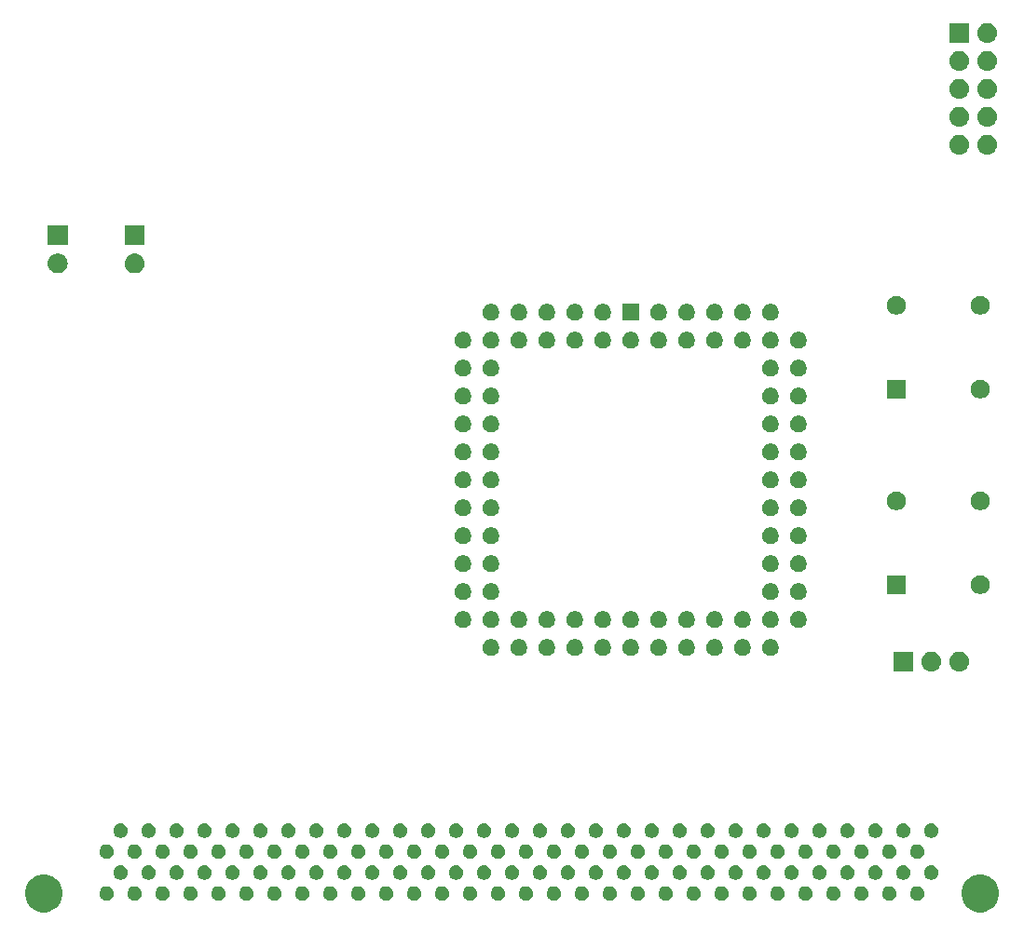
<source format=gbr>
G04 #@! TF.GenerationSoftware,KiCad,Pcbnew,(5.0.2)-1*
G04 #@! TF.CreationDate,2019-01-03T08:31:25-07:00*
G04 #@! TF.ProjectId,16MB DRAM,31364d42-2044-4524-914d-2e6b69636164,rev?*
G04 #@! TF.SameCoordinates,Original*
G04 #@! TF.FileFunction,Soldermask,Bot*
G04 #@! TF.FilePolarity,Negative*
%FSLAX46Y46*%
G04 Gerber Fmt 4.6, Leading zero omitted, Abs format (unit mm)*
G04 Created by KiCad (PCBNEW (5.0.2)-1) date 1/3/2019 8:31:25 AM*
%MOMM*%
%LPD*%
G01*
G04 APERTURE LIST*
%ADD10C,0.100000*%
G04 APERTURE END LIST*
D10*
G36*
X117973306Y-120404300D02*
X118284208Y-120533080D01*
X118564013Y-120720040D01*
X118801960Y-120957987D01*
X118988920Y-121237792D01*
X119117700Y-121548694D01*
X119183350Y-121878741D01*
X119183350Y-122215259D01*
X119117700Y-122545306D01*
X118988920Y-122856208D01*
X118801960Y-123136013D01*
X118564013Y-123373960D01*
X118284208Y-123560920D01*
X117973306Y-123689700D01*
X117643259Y-123755350D01*
X117306741Y-123755350D01*
X116976694Y-123689700D01*
X116665792Y-123560920D01*
X116385987Y-123373960D01*
X116148040Y-123136013D01*
X115961080Y-122856208D01*
X115832300Y-122545306D01*
X115766650Y-122215259D01*
X115766650Y-121878741D01*
X115832300Y-121548694D01*
X115961080Y-121237792D01*
X116148040Y-120957987D01*
X116385987Y-120720040D01*
X116665792Y-120533080D01*
X116976694Y-120404300D01*
X117306741Y-120338650D01*
X117643259Y-120338650D01*
X117973306Y-120404300D01*
X117973306Y-120404300D01*
G37*
G36*
X32883306Y-120404300D02*
X33194208Y-120533080D01*
X33474013Y-120720040D01*
X33711960Y-120957987D01*
X33898920Y-121237792D01*
X34027700Y-121548694D01*
X34093350Y-121878741D01*
X34093350Y-122215259D01*
X34027700Y-122545306D01*
X33898920Y-122856208D01*
X33711960Y-123136013D01*
X33474013Y-123373960D01*
X33194208Y-123560920D01*
X32883306Y-123689700D01*
X32553259Y-123755350D01*
X32216741Y-123755350D01*
X31886694Y-123689700D01*
X31575792Y-123560920D01*
X31295987Y-123373960D01*
X31058040Y-123136013D01*
X30871080Y-122856208D01*
X30742300Y-122545306D01*
X30676650Y-122215259D01*
X30676650Y-121878741D01*
X30742300Y-121548694D01*
X30871080Y-121237792D01*
X31058040Y-120957987D01*
X31295987Y-120720040D01*
X31575792Y-120533080D01*
X31886694Y-120404300D01*
X32216741Y-120338650D01*
X32553259Y-120338650D01*
X32883306Y-120404300D01*
X32883306Y-120404300D01*
G37*
G36*
X76392689Y-121411786D02*
X76512908Y-121461582D01*
X76621112Y-121533882D01*
X76713118Y-121625888D01*
X76785418Y-121734092D01*
X76835214Y-121854311D01*
X76860600Y-121981935D01*
X76860600Y-122112065D01*
X76835214Y-122239689D01*
X76785418Y-122359908D01*
X76713118Y-122468112D01*
X76621112Y-122560118D01*
X76512908Y-122632418D01*
X76392689Y-122682214D01*
X76265065Y-122707600D01*
X76134935Y-122707600D01*
X76007311Y-122682214D01*
X75887092Y-122632418D01*
X75778888Y-122560118D01*
X75686882Y-122468112D01*
X75614582Y-122359908D01*
X75564786Y-122239689D01*
X75539400Y-122112065D01*
X75539400Y-121981935D01*
X75564786Y-121854311D01*
X75614582Y-121734092D01*
X75686882Y-121625888D01*
X75778888Y-121533882D01*
X75887092Y-121461582D01*
X76007311Y-121411786D01*
X76134935Y-121386400D01*
X76265065Y-121386400D01*
X76392689Y-121411786D01*
X76392689Y-121411786D01*
G37*
G36*
X86552689Y-121411786D02*
X86672908Y-121461582D01*
X86781112Y-121533882D01*
X86873118Y-121625888D01*
X86945418Y-121734092D01*
X86995214Y-121854311D01*
X87020600Y-121981935D01*
X87020600Y-122112065D01*
X86995214Y-122239689D01*
X86945418Y-122359908D01*
X86873118Y-122468112D01*
X86781112Y-122560118D01*
X86672908Y-122632418D01*
X86552689Y-122682214D01*
X86425065Y-122707600D01*
X86294935Y-122707600D01*
X86167311Y-122682214D01*
X86047092Y-122632418D01*
X85938888Y-122560118D01*
X85846882Y-122468112D01*
X85774582Y-122359908D01*
X85724786Y-122239689D01*
X85699400Y-122112065D01*
X85699400Y-121981935D01*
X85724786Y-121854311D01*
X85774582Y-121734092D01*
X85846882Y-121625888D01*
X85938888Y-121533882D01*
X86047092Y-121461582D01*
X86167311Y-121411786D01*
X86294935Y-121386400D01*
X86425065Y-121386400D01*
X86552689Y-121411786D01*
X86552689Y-121411786D01*
G37*
G36*
X78932689Y-121411786D02*
X79052908Y-121461582D01*
X79161112Y-121533882D01*
X79253118Y-121625888D01*
X79325418Y-121734092D01*
X79375214Y-121854311D01*
X79400600Y-121981935D01*
X79400600Y-122112065D01*
X79375214Y-122239689D01*
X79325418Y-122359908D01*
X79253118Y-122468112D01*
X79161112Y-122560118D01*
X79052908Y-122632418D01*
X78932689Y-122682214D01*
X78805065Y-122707600D01*
X78674935Y-122707600D01*
X78547311Y-122682214D01*
X78427092Y-122632418D01*
X78318888Y-122560118D01*
X78226882Y-122468112D01*
X78154582Y-122359908D01*
X78104786Y-122239689D01*
X78079400Y-122112065D01*
X78079400Y-121981935D01*
X78104786Y-121854311D01*
X78154582Y-121734092D01*
X78226882Y-121625888D01*
X78318888Y-121533882D01*
X78427092Y-121461582D01*
X78547311Y-121411786D01*
X78674935Y-121386400D01*
X78805065Y-121386400D01*
X78932689Y-121411786D01*
X78932689Y-121411786D01*
G37*
G36*
X106872689Y-121411786D02*
X106992908Y-121461582D01*
X107101112Y-121533882D01*
X107193118Y-121625888D01*
X107265418Y-121734092D01*
X107315214Y-121854311D01*
X107340600Y-121981935D01*
X107340600Y-122112065D01*
X107315214Y-122239689D01*
X107265418Y-122359908D01*
X107193118Y-122468112D01*
X107101112Y-122560118D01*
X106992908Y-122632418D01*
X106872689Y-122682214D01*
X106745065Y-122707600D01*
X106614935Y-122707600D01*
X106487311Y-122682214D01*
X106367092Y-122632418D01*
X106258888Y-122560118D01*
X106166882Y-122468112D01*
X106094582Y-122359908D01*
X106044786Y-122239689D01*
X106019400Y-122112065D01*
X106019400Y-121981935D01*
X106044786Y-121854311D01*
X106094582Y-121734092D01*
X106166882Y-121625888D01*
X106258888Y-121533882D01*
X106367092Y-121461582D01*
X106487311Y-121411786D01*
X106614935Y-121386400D01*
X106745065Y-121386400D01*
X106872689Y-121411786D01*
X106872689Y-121411786D01*
G37*
G36*
X81472689Y-121411786D02*
X81592908Y-121461582D01*
X81701112Y-121533882D01*
X81793118Y-121625888D01*
X81865418Y-121734092D01*
X81915214Y-121854311D01*
X81940600Y-121981935D01*
X81940600Y-122112065D01*
X81915214Y-122239689D01*
X81865418Y-122359908D01*
X81793118Y-122468112D01*
X81701112Y-122560118D01*
X81592908Y-122632418D01*
X81472689Y-122682214D01*
X81345065Y-122707600D01*
X81214935Y-122707600D01*
X81087311Y-122682214D01*
X80967092Y-122632418D01*
X80858888Y-122560118D01*
X80766882Y-122468112D01*
X80694582Y-122359908D01*
X80644786Y-122239689D01*
X80619400Y-122112065D01*
X80619400Y-121981935D01*
X80644786Y-121854311D01*
X80694582Y-121734092D01*
X80766882Y-121625888D01*
X80858888Y-121533882D01*
X80967092Y-121461582D01*
X81087311Y-121411786D01*
X81214935Y-121386400D01*
X81345065Y-121386400D01*
X81472689Y-121411786D01*
X81472689Y-121411786D01*
G37*
G36*
X84012689Y-121411786D02*
X84132908Y-121461582D01*
X84241112Y-121533882D01*
X84333118Y-121625888D01*
X84405418Y-121734092D01*
X84455214Y-121854311D01*
X84480600Y-121981935D01*
X84480600Y-122112065D01*
X84455214Y-122239689D01*
X84405418Y-122359908D01*
X84333118Y-122468112D01*
X84241112Y-122560118D01*
X84132908Y-122632418D01*
X84012689Y-122682214D01*
X83885065Y-122707600D01*
X83754935Y-122707600D01*
X83627311Y-122682214D01*
X83507092Y-122632418D01*
X83398888Y-122560118D01*
X83306882Y-122468112D01*
X83234582Y-122359908D01*
X83184786Y-122239689D01*
X83159400Y-122112065D01*
X83159400Y-121981935D01*
X83184786Y-121854311D01*
X83234582Y-121734092D01*
X83306882Y-121625888D01*
X83398888Y-121533882D01*
X83507092Y-121461582D01*
X83627311Y-121411786D01*
X83754935Y-121386400D01*
X83885065Y-121386400D01*
X84012689Y-121411786D01*
X84012689Y-121411786D01*
G37*
G36*
X104332689Y-121411786D02*
X104452908Y-121461582D01*
X104561112Y-121533882D01*
X104653118Y-121625888D01*
X104725418Y-121734092D01*
X104775214Y-121854311D01*
X104800600Y-121981935D01*
X104800600Y-122112065D01*
X104775214Y-122239689D01*
X104725418Y-122359908D01*
X104653118Y-122468112D01*
X104561112Y-122560118D01*
X104452908Y-122632418D01*
X104332689Y-122682214D01*
X104205065Y-122707600D01*
X104074935Y-122707600D01*
X103947311Y-122682214D01*
X103827092Y-122632418D01*
X103718888Y-122560118D01*
X103626882Y-122468112D01*
X103554582Y-122359908D01*
X103504786Y-122239689D01*
X103479400Y-122112065D01*
X103479400Y-121981935D01*
X103504786Y-121854311D01*
X103554582Y-121734092D01*
X103626882Y-121625888D01*
X103718888Y-121533882D01*
X103827092Y-121461582D01*
X103947311Y-121411786D01*
X104074935Y-121386400D01*
X104205065Y-121386400D01*
X104332689Y-121411786D01*
X104332689Y-121411786D01*
G37*
G36*
X89092689Y-121411786D02*
X89212908Y-121461582D01*
X89321112Y-121533882D01*
X89413118Y-121625888D01*
X89485418Y-121734092D01*
X89535214Y-121854311D01*
X89560600Y-121981935D01*
X89560600Y-122112065D01*
X89535214Y-122239689D01*
X89485418Y-122359908D01*
X89413118Y-122468112D01*
X89321112Y-122560118D01*
X89212908Y-122632418D01*
X89092689Y-122682214D01*
X88965065Y-122707600D01*
X88834935Y-122707600D01*
X88707311Y-122682214D01*
X88587092Y-122632418D01*
X88478888Y-122560118D01*
X88386882Y-122468112D01*
X88314582Y-122359908D01*
X88264786Y-122239689D01*
X88239400Y-122112065D01*
X88239400Y-121981935D01*
X88264786Y-121854311D01*
X88314582Y-121734092D01*
X88386882Y-121625888D01*
X88478888Y-121533882D01*
X88587092Y-121461582D01*
X88707311Y-121411786D01*
X88834935Y-121386400D01*
X88965065Y-121386400D01*
X89092689Y-121411786D01*
X89092689Y-121411786D01*
G37*
G36*
X101792689Y-121411786D02*
X101912908Y-121461582D01*
X102021112Y-121533882D01*
X102113118Y-121625888D01*
X102185418Y-121734092D01*
X102235214Y-121854311D01*
X102260600Y-121981935D01*
X102260600Y-122112065D01*
X102235214Y-122239689D01*
X102185418Y-122359908D01*
X102113118Y-122468112D01*
X102021112Y-122560118D01*
X101912908Y-122632418D01*
X101792689Y-122682214D01*
X101665065Y-122707600D01*
X101534935Y-122707600D01*
X101407311Y-122682214D01*
X101287092Y-122632418D01*
X101178888Y-122560118D01*
X101086882Y-122468112D01*
X101014582Y-122359908D01*
X100964786Y-122239689D01*
X100939400Y-122112065D01*
X100939400Y-121981935D01*
X100964786Y-121854311D01*
X101014582Y-121734092D01*
X101086882Y-121625888D01*
X101178888Y-121533882D01*
X101287092Y-121461582D01*
X101407311Y-121411786D01*
X101534935Y-121386400D01*
X101665065Y-121386400D01*
X101792689Y-121411786D01*
X101792689Y-121411786D01*
G37*
G36*
X91632689Y-121411786D02*
X91752908Y-121461582D01*
X91861112Y-121533882D01*
X91953118Y-121625888D01*
X92025418Y-121734092D01*
X92075214Y-121854311D01*
X92100600Y-121981935D01*
X92100600Y-122112065D01*
X92075214Y-122239689D01*
X92025418Y-122359908D01*
X91953118Y-122468112D01*
X91861112Y-122560118D01*
X91752908Y-122632418D01*
X91632689Y-122682214D01*
X91505065Y-122707600D01*
X91374935Y-122707600D01*
X91247311Y-122682214D01*
X91127092Y-122632418D01*
X91018888Y-122560118D01*
X90926882Y-122468112D01*
X90854582Y-122359908D01*
X90804786Y-122239689D01*
X90779400Y-122112065D01*
X90779400Y-121981935D01*
X90804786Y-121854311D01*
X90854582Y-121734092D01*
X90926882Y-121625888D01*
X91018888Y-121533882D01*
X91127092Y-121461582D01*
X91247311Y-121411786D01*
X91374935Y-121386400D01*
X91505065Y-121386400D01*
X91632689Y-121411786D01*
X91632689Y-121411786D01*
G37*
G36*
X94172689Y-121411786D02*
X94292908Y-121461582D01*
X94401112Y-121533882D01*
X94493118Y-121625888D01*
X94565418Y-121734092D01*
X94615214Y-121854311D01*
X94640600Y-121981935D01*
X94640600Y-122112065D01*
X94615214Y-122239689D01*
X94565418Y-122359908D01*
X94493118Y-122468112D01*
X94401112Y-122560118D01*
X94292908Y-122632418D01*
X94172689Y-122682214D01*
X94045065Y-122707600D01*
X93914935Y-122707600D01*
X93787311Y-122682214D01*
X93667092Y-122632418D01*
X93558888Y-122560118D01*
X93466882Y-122468112D01*
X93394582Y-122359908D01*
X93344786Y-122239689D01*
X93319400Y-122112065D01*
X93319400Y-121981935D01*
X93344786Y-121854311D01*
X93394582Y-121734092D01*
X93466882Y-121625888D01*
X93558888Y-121533882D01*
X93667092Y-121461582D01*
X93787311Y-121411786D01*
X93914935Y-121386400D01*
X94045065Y-121386400D01*
X94172689Y-121411786D01*
X94172689Y-121411786D01*
G37*
G36*
X99252689Y-121411786D02*
X99372908Y-121461582D01*
X99481112Y-121533882D01*
X99573118Y-121625888D01*
X99645418Y-121734092D01*
X99695214Y-121854311D01*
X99720600Y-121981935D01*
X99720600Y-122112065D01*
X99695214Y-122239689D01*
X99645418Y-122359908D01*
X99573118Y-122468112D01*
X99481112Y-122560118D01*
X99372908Y-122632418D01*
X99252689Y-122682214D01*
X99125065Y-122707600D01*
X98994935Y-122707600D01*
X98867311Y-122682214D01*
X98747092Y-122632418D01*
X98638888Y-122560118D01*
X98546882Y-122468112D01*
X98474582Y-122359908D01*
X98424786Y-122239689D01*
X98399400Y-122112065D01*
X98399400Y-121981935D01*
X98424786Y-121854311D01*
X98474582Y-121734092D01*
X98546882Y-121625888D01*
X98638888Y-121533882D01*
X98747092Y-121461582D01*
X98867311Y-121411786D01*
X98994935Y-121386400D01*
X99125065Y-121386400D01*
X99252689Y-121411786D01*
X99252689Y-121411786D01*
G37*
G36*
X96712689Y-121411786D02*
X96832908Y-121461582D01*
X96941112Y-121533882D01*
X97033118Y-121625888D01*
X97105418Y-121734092D01*
X97155214Y-121854311D01*
X97180600Y-121981935D01*
X97180600Y-122112065D01*
X97155214Y-122239689D01*
X97105418Y-122359908D01*
X97033118Y-122468112D01*
X96941112Y-122560118D01*
X96832908Y-122632418D01*
X96712689Y-122682214D01*
X96585065Y-122707600D01*
X96454935Y-122707600D01*
X96327311Y-122682214D01*
X96207092Y-122632418D01*
X96098888Y-122560118D01*
X96006882Y-122468112D01*
X95934582Y-122359908D01*
X95884786Y-122239689D01*
X95859400Y-122112065D01*
X95859400Y-121981935D01*
X95884786Y-121854311D01*
X95934582Y-121734092D01*
X96006882Y-121625888D01*
X96098888Y-121533882D01*
X96207092Y-121461582D01*
X96327311Y-121411786D01*
X96454935Y-121386400D01*
X96585065Y-121386400D01*
X96712689Y-121411786D01*
X96712689Y-121411786D01*
G37*
G36*
X48452689Y-121411786D02*
X48572908Y-121461582D01*
X48681112Y-121533882D01*
X48773118Y-121625888D01*
X48845418Y-121734092D01*
X48895214Y-121854311D01*
X48920600Y-121981935D01*
X48920600Y-122112065D01*
X48895214Y-122239689D01*
X48845418Y-122359908D01*
X48773118Y-122468112D01*
X48681112Y-122560118D01*
X48572908Y-122632418D01*
X48452689Y-122682214D01*
X48325065Y-122707600D01*
X48194935Y-122707600D01*
X48067311Y-122682214D01*
X47947092Y-122632418D01*
X47838888Y-122560118D01*
X47746882Y-122468112D01*
X47674582Y-122359908D01*
X47624786Y-122239689D01*
X47599400Y-122112065D01*
X47599400Y-121981935D01*
X47624786Y-121854311D01*
X47674582Y-121734092D01*
X47746882Y-121625888D01*
X47838888Y-121533882D01*
X47947092Y-121461582D01*
X48067311Y-121411786D01*
X48194935Y-121386400D01*
X48325065Y-121386400D01*
X48452689Y-121411786D01*
X48452689Y-121411786D01*
G37*
G36*
X45912689Y-121411786D02*
X46032908Y-121461582D01*
X46141112Y-121533882D01*
X46233118Y-121625888D01*
X46305418Y-121734092D01*
X46355214Y-121854311D01*
X46380600Y-121981935D01*
X46380600Y-122112065D01*
X46355214Y-122239689D01*
X46305418Y-122359908D01*
X46233118Y-122468112D01*
X46141112Y-122560118D01*
X46032908Y-122632418D01*
X45912689Y-122682214D01*
X45785065Y-122707600D01*
X45654935Y-122707600D01*
X45527311Y-122682214D01*
X45407092Y-122632418D01*
X45298888Y-122560118D01*
X45206882Y-122468112D01*
X45134582Y-122359908D01*
X45084786Y-122239689D01*
X45059400Y-122112065D01*
X45059400Y-121981935D01*
X45084786Y-121854311D01*
X45134582Y-121734092D01*
X45206882Y-121625888D01*
X45298888Y-121533882D01*
X45407092Y-121461582D01*
X45527311Y-121411786D01*
X45654935Y-121386400D01*
X45785065Y-121386400D01*
X45912689Y-121411786D01*
X45912689Y-121411786D01*
G37*
G36*
X71312689Y-121411786D02*
X71432908Y-121461582D01*
X71541112Y-121533882D01*
X71633118Y-121625888D01*
X71705418Y-121734092D01*
X71755214Y-121854311D01*
X71780600Y-121981935D01*
X71780600Y-122112065D01*
X71755214Y-122239689D01*
X71705418Y-122359908D01*
X71633118Y-122468112D01*
X71541112Y-122560118D01*
X71432908Y-122632418D01*
X71312689Y-122682214D01*
X71185065Y-122707600D01*
X71054935Y-122707600D01*
X70927311Y-122682214D01*
X70807092Y-122632418D01*
X70698888Y-122560118D01*
X70606882Y-122468112D01*
X70534582Y-122359908D01*
X70484786Y-122239689D01*
X70459400Y-122112065D01*
X70459400Y-121981935D01*
X70484786Y-121854311D01*
X70534582Y-121734092D01*
X70606882Y-121625888D01*
X70698888Y-121533882D01*
X70807092Y-121461582D01*
X70927311Y-121411786D01*
X71054935Y-121386400D01*
X71185065Y-121386400D01*
X71312689Y-121411786D01*
X71312689Y-121411786D01*
G37*
G36*
X73852689Y-121411786D02*
X73972908Y-121461582D01*
X74081112Y-121533882D01*
X74173118Y-121625888D01*
X74245418Y-121734092D01*
X74295214Y-121854311D01*
X74320600Y-121981935D01*
X74320600Y-122112065D01*
X74295214Y-122239689D01*
X74245418Y-122359908D01*
X74173118Y-122468112D01*
X74081112Y-122560118D01*
X73972908Y-122632418D01*
X73852689Y-122682214D01*
X73725065Y-122707600D01*
X73594935Y-122707600D01*
X73467311Y-122682214D01*
X73347092Y-122632418D01*
X73238888Y-122560118D01*
X73146882Y-122468112D01*
X73074582Y-122359908D01*
X73024786Y-122239689D01*
X72999400Y-122112065D01*
X72999400Y-121981935D01*
X73024786Y-121854311D01*
X73074582Y-121734092D01*
X73146882Y-121625888D01*
X73238888Y-121533882D01*
X73347092Y-121461582D01*
X73467311Y-121411786D01*
X73594935Y-121386400D01*
X73725065Y-121386400D01*
X73852689Y-121411786D01*
X73852689Y-121411786D01*
G37*
G36*
X111952689Y-121411786D02*
X112072908Y-121461582D01*
X112181112Y-121533882D01*
X112273118Y-121625888D01*
X112345418Y-121734092D01*
X112395214Y-121854311D01*
X112420600Y-121981935D01*
X112420600Y-122112065D01*
X112395214Y-122239689D01*
X112345418Y-122359908D01*
X112273118Y-122468112D01*
X112181112Y-122560118D01*
X112072908Y-122632418D01*
X111952689Y-122682214D01*
X111825065Y-122707600D01*
X111694935Y-122707600D01*
X111567311Y-122682214D01*
X111447092Y-122632418D01*
X111338888Y-122560118D01*
X111246882Y-122468112D01*
X111174582Y-122359908D01*
X111124786Y-122239689D01*
X111099400Y-122112065D01*
X111099400Y-121981935D01*
X111124786Y-121854311D01*
X111174582Y-121734092D01*
X111246882Y-121625888D01*
X111338888Y-121533882D01*
X111447092Y-121461582D01*
X111567311Y-121411786D01*
X111694935Y-121386400D01*
X111825065Y-121386400D01*
X111952689Y-121411786D01*
X111952689Y-121411786D01*
G37*
G36*
X50992689Y-121411786D02*
X51112908Y-121461582D01*
X51221112Y-121533882D01*
X51313118Y-121625888D01*
X51385418Y-121734092D01*
X51435214Y-121854311D01*
X51460600Y-121981935D01*
X51460600Y-122112065D01*
X51435214Y-122239689D01*
X51385418Y-122359908D01*
X51313118Y-122468112D01*
X51221112Y-122560118D01*
X51112908Y-122632418D01*
X50992689Y-122682214D01*
X50865065Y-122707600D01*
X50734935Y-122707600D01*
X50607311Y-122682214D01*
X50487092Y-122632418D01*
X50378888Y-122560118D01*
X50286882Y-122468112D01*
X50214582Y-122359908D01*
X50164786Y-122239689D01*
X50139400Y-122112065D01*
X50139400Y-121981935D01*
X50164786Y-121854311D01*
X50214582Y-121734092D01*
X50286882Y-121625888D01*
X50378888Y-121533882D01*
X50487092Y-121461582D01*
X50607311Y-121411786D01*
X50734935Y-121386400D01*
X50865065Y-121386400D01*
X50992689Y-121411786D01*
X50992689Y-121411786D01*
G37*
G36*
X109412689Y-121411786D02*
X109532908Y-121461582D01*
X109641112Y-121533882D01*
X109733118Y-121625888D01*
X109805418Y-121734092D01*
X109855214Y-121854311D01*
X109880600Y-121981935D01*
X109880600Y-122112065D01*
X109855214Y-122239689D01*
X109805418Y-122359908D01*
X109733118Y-122468112D01*
X109641112Y-122560118D01*
X109532908Y-122632418D01*
X109412689Y-122682214D01*
X109285065Y-122707600D01*
X109154935Y-122707600D01*
X109027311Y-122682214D01*
X108907092Y-122632418D01*
X108798888Y-122560118D01*
X108706882Y-122468112D01*
X108634582Y-122359908D01*
X108584786Y-122239689D01*
X108559400Y-122112065D01*
X108559400Y-121981935D01*
X108584786Y-121854311D01*
X108634582Y-121734092D01*
X108706882Y-121625888D01*
X108798888Y-121533882D01*
X108907092Y-121461582D01*
X109027311Y-121411786D01*
X109154935Y-121386400D01*
X109285065Y-121386400D01*
X109412689Y-121411786D01*
X109412689Y-121411786D01*
G37*
G36*
X38292689Y-121411786D02*
X38412908Y-121461582D01*
X38521112Y-121533882D01*
X38613118Y-121625888D01*
X38685418Y-121734092D01*
X38735214Y-121854311D01*
X38760600Y-121981935D01*
X38760600Y-122112065D01*
X38735214Y-122239689D01*
X38685418Y-122359908D01*
X38613118Y-122468112D01*
X38521112Y-122560118D01*
X38412908Y-122632418D01*
X38292689Y-122682214D01*
X38165065Y-122707600D01*
X38034935Y-122707600D01*
X37907311Y-122682214D01*
X37787092Y-122632418D01*
X37678888Y-122560118D01*
X37586882Y-122468112D01*
X37514582Y-122359908D01*
X37464786Y-122239689D01*
X37439400Y-122112065D01*
X37439400Y-121981935D01*
X37464786Y-121854311D01*
X37514582Y-121734092D01*
X37586882Y-121625888D01*
X37678888Y-121533882D01*
X37787092Y-121461582D01*
X37907311Y-121411786D01*
X38034935Y-121386400D01*
X38165065Y-121386400D01*
X38292689Y-121411786D01*
X38292689Y-121411786D01*
G37*
G36*
X56072689Y-121411786D02*
X56192908Y-121461582D01*
X56301112Y-121533882D01*
X56393118Y-121625888D01*
X56465418Y-121734092D01*
X56515214Y-121854311D01*
X56540600Y-121981935D01*
X56540600Y-122112065D01*
X56515214Y-122239689D01*
X56465418Y-122359908D01*
X56393118Y-122468112D01*
X56301112Y-122560118D01*
X56192908Y-122632418D01*
X56072689Y-122682214D01*
X55945065Y-122707600D01*
X55814935Y-122707600D01*
X55687311Y-122682214D01*
X55567092Y-122632418D01*
X55458888Y-122560118D01*
X55366882Y-122468112D01*
X55294582Y-122359908D01*
X55244786Y-122239689D01*
X55219400Y-122112065D01*
X55219400Y-121981935D01*
X55244786Y-121854311D01*
X55294582Y-121734092D01*
X55366882Y-121625888D01*
X55458888Y-121533882D01*
X55567092Y-121461582D01*
X55687311Y-121411786D01*
X55814935Y-121386400D01*
X55945065Y-121386400D01*
X56072689Y-121411786D01*
X56072689Y-121411786D01*
G37*
G36*
X58612689Y-121411786D02*
X58732908Y-121461582D01*
X58841112Y-121533882D01*
X58933118Y-121625888D01*
X59005418Y-121734092D01*
X59055214Y-121854311D01*
X59080600Y-121981935D01*
X59080600Y-122112065D01*
X59055214Y-122239689D01*
X59005418Y-122359908D01*
X58933118Y-122468112D01*
X58841112Y-122560118D01*
X58732908Y-122632418D01*
X58612689Y-122682214D01*
X58485065Y-122707600D01*
X58354935Y-122707600D01*
X58227311Y-122682214D01*
X58107092Y-122632418D01*
X57998888Y-122560118D01*
X57906882Y-122468112D01*
X57834582Y-122359908D01*
X57784786Y-122239689D01*
X57759400Y-122112065D01*
X57759400Y-121981935D01*
X57784786Y-121854311D01*
X57834582Y-121734092D01*
X57906882Y-121625888D01*
X57998888Y-121533882D01*
X58107092Y-121461582D01*
X58227311Y-121411786D01*
X58354935Y-121386400D01*
X58485065Y-121386400D01*
X58612689Y-121411786D01*
X58612689Y-121411786D01*
G37*
G36*
X61152689Y-121411786D02*
X61272908Y-121461582D01*
X61381112Y-121533882D01*
X61473118Y-121625888D01*
X61545418Y-121734092D01*
X61595214Y-121854311D01*
X61620600Y-121981935D01*
X61620600Y-122112065D01*
X61595214Y-122239689D01*
X61545418Y-122359908D01*
X61473118Y-122468112D01*
X61381112Y-122560118D01*
X61272908Y-122632418D01*
X61152689Y-122682214D01*
X61025065Y-122707600D01*
X60894935Y-122707600D01*
X60767311Y-122682214D01*
X60647092Y-122632418D01*
X60538888Y-122560118D01*
X60446882Y-122468112D01*
X60374582Y-122359908D01*
X60324786Y-122239689D01*
X60299400Y-122112065D01*
X60299400Y-121981935D01*
X60324786Y-121854311D01*
X60374582Y-121734092D01*
X60446882Y-121625888D01*
X60538888Y-121533882D01*
X60647092Y-121461582D01*
X60767311Y-121411786D01*
X60894935Y-121386400D01*
X61025065Y-121386400D01*
X61152689Y-121411786D01*
X61152689Y-121411786D01*
G37*
G36*
X40832689Y-121411786D02*
X40952908Y-121461582D01*
X41061112Y-121533882D01*
X41153118Y-121625888D01*
X41225418Y-121734092D01*
X41275214Y-121854311D01*
X41300600Y-121981935D01*
X41300600Y-122112065D01*
X41275214Y-122239689D01*
X41225418Y-122359908D01*
X41153118Y-122468112D01*
X41061112Y-122560118D01*
X40952908Y-122632418D01*
X40832689Y-122682214D01*
X40705065Y-122707600D01*
X40574935Y-122707600D01*
X40447311Y-122682214D01*
X40327092Y-122632418D01*
X40218888Y-122560118D01*
X40126882Y-122468112D01*
X40054582Y-122359908D01*
X40004786Y-122239689D01*
X39979400Y-122112065D01*
X39979400Y-121981935D01*
X40004786Y-121854311D01*
X40054582Y-121734092D01*
X40126882Y-121625888D01*
X40218888Y-121533882D01*
X40327092Y-121461582D01*
X40447311Y-121411786D01*
X40574935Y-121386400D01*
X40705065Y-121386400D01*
X40832689Y-121411786D01*
X40832689Y-121411786D01*
G37*
G36*
X63692689Y-121411786D02*
X63812908Y-121461582D01*
X63921112Y-121533882D01*
X64013118Y-121625888D01*
X64085418Y-121734092D01*
X64135214Y-121854311D01*
X64160600Y-121981935D01*
X64160600Y-122112065D01*
X64135214Y-122239689D01*
X64085418Y-122359908D01*
X64013118Y-122468112D01*
X63921112Y-122560118D01*
X63812908Y-122632418D01*
X63692689Y-122682214D01*
X63565065Y-122707600D01*
X63434935Y-122707600D01*
X63307311Y-122682214D01*
X63187092Y-122632418D01*
X63078888Y-122560118D01*
X62986882Y-122468112D01*
X62914582Y-122359908D01*
X62864786Y-122239689D01*
X62839400Y-122112065D01*
X62839400Y-121981935D01*
X62864786Y-121854311D01*
X62914582Y-121734092D01*
X62986882Y-121625888D01*
X63078888Y-121533882D01*
X63187092Y-121461582D01*
X63307311Y-121411786D01*
X63434935Y-121386400D01*
X63565065Y-121386400D01*
X63692689Y-121411786D01*
X63692689Y-121411786D01*
G37*
G36*
X43372689Y-121411786D02*
X43492908Y-121461582D01*
X43601112Y-121533882D01*
X43693118Y-121625888D01*
X43765418Y-121734092D01*
X43815214Y-121854311D01*
X43840600Y-121981935D01*
X43840600Y-122112065D01*
X43815214Y-122239689D01*
X43765418Y-122359908D01*
X43693118Y-122468112D01*
X43601112Y-122560118D01*
X43492908Y-122632418D01*
X43372689Y-122682214D01*
X43245065Y-122707600D01*
X43114935Y-122707600D01*
X42987311Y-122682214D01*
X42867092Y-122632418D01*
X42758888Y-122560118D01*
X42666882Y-122468112D01*
X42594582Y-122359908D01*
X42544786Y-122239689D01*
X42519400Y-122112065D01*
X42519400Y-121981935D01*
X42544786Y-121854311D01*
X42594582Y-121734092D01*
X42666882Y-121625888D01*
X42758888Y-121533882D01*
X42867092Y-121461582D01*
X42987311Y-121411786D01*
X43114935Y-121386400D01*
X43245065Y-121386400D01*
X43372689Y-121411786D01*
X43372689Y-121411786D01*
G37*
G36*
X66232689Y-121411786D02*
X66352908Y-121461582D01*
X66461112Y-121533882D01*
X66553118Y-121625888D01*
X66625418Y-121734092D01*
X66675214Y-121854311D01*
X66700600Y-121981935D01*
X66700600Y-122112065D01*
X66675214Y-122239689D01*
X66625418Y-122359908D01*
X66553118Y-122468112D01*
X66461112Y-122560118D01*
X66352908Y-122632418D01*
X66232689Y-122682214D01*
X66105065Y-122707600D01*
X65974935Y-122707600D01*
X65847311Y-122682214D01*
X65727092Y-122632418D01*
X65618888Y-122560118D01*
X65526882Y-122468112D01*
X65454582Y-122359908D01*
X65404786Y-122239689D01*
X65379400Y-122112065D01*
X65379400Y-121981935D01*
X65404786Y-121854311D01*
X65454582Y-121734092D01*
X65526882Y-121625888D01*
X65618888Y-121533882D01*
X65727092Y-121461582D01*
X65847311Y-121411786D01*
X65974935Y-121386400D01*
X66105065Y-121386400D01*
X66232689Y-121411786D01*
X66232689Y-121411786D01*
G37*
G36*
X68772689Y-121411786D02*
X68892908Y-121461582D01*
X69001112Y-121533882D01*
X69093118Y-121625888D01*
X69165418Y-121734092D01*
X69215214Y-121854311D01*
X69240600Y-121981935D01*
X69240600Y-122112065D01*
X69215214Y-122239689D01*
X69165418Y-122359908D01*
X69093118Y-122468112D01*
X69001112Y-122560118D01*
X68892908Y-122632418D01*
X68772689Y-122682214D01*
X68645065Y-122707600D01*
X68514935Y-122707600D01*
X68387311Y-122682214D01*
X68267092Y-122632418D01*
X68158888Y-122560118D01*
X68066882Y-122468112D01*
X67994582Y-122359908D01*
X67944786Y-122239689D01*
X67919400Y-122112065D01*
X67919400Y-121981935D01*
X67944786Y-121854311D01*
X67994582Y-121734092D01*
X68066882Y-121625888D01*
X68158888Y-121533882D01*
X68267092Y-121461582D01*
X68387311Y-121411786D01*
X68514935Y-121386400D01*
X68645065Y-121386400D01*
X68772689Y-121411786D01*
X68772689Y-121411786D01*
G37*
G36*
X53532689Y-121411786D02*
X53652908Y-121461582D01*
X53761112Y-121533882D01*
X53853118Y-121625888D01*
X53925418Y-121734092D01*
X53975214Y-121854311D01*
X54000600Y-121981935D01*
X54000600Y-122112065D01*
X53975214Y-122239689D01*
X53925418Y-122359908D01*
X53853118Y-122468112D01*
X53761112Y-122560118D01*
X53652908Y-122632418D01*
X53532689Y-122682214D01*
X53405065Y-122707600D01*
X53274935Y-122707600D01*
X53147311Y-122682214D01*
X53027092Y-122632418D01*
X52918888Y-122560118D01*
X52826882Y-122468112D01*
X52754582Y-122359908D01*
X52704786Y-122239689D01*
X52679400Y-122112065D01*
X52679400Y-121981935D01*
X52704786Y-121854311D01*
X52754582Y-121734092D01*
X52826882Y-121625888D01*
X52918888Y-121533882D01*
X53027092Y-121461582D01*
X53147311Y-121411786D01*
X53274935Y-121386400D01*
X53405065Y-121386400D01*
X53532689Y-121411786D01*
X53532689Y-121411786D01*
G37*
G36*
X59882689Y-119506786D02*
X60002908Y-119556582D01*
X60111112Y-119628882D01*
X60203118Y-119720888D01*
X60275418Y-119829092D01*
X60325214Y-119949311D01*
X60350600Y-120076935D01*
X60350600Y-120207065D01*
X60325214Y-120334689D01*
X60275418Y-120454908D01*
X60203118Y-120563112D01*
X60111112Y-120655118D01*
X60002908Y-120727418D01*
X59882689Y-120777214D01*
X59755065Y-120802600D01*
X59624935Y-120802600D01*
X59497311Y-120777214D01*
X59377092Y-120727418D01*
X59268888Y-120655118D01*
X59176882Y-120563112D01*
X59104582Y-120454908D01*
X59054786Y-120334689D01*
X59029400Y-120207065D01*
X59029400Y-120076935D01*
X59054786Y-119949311D01*
X59104582Y-119829092D01*
X59176882Y-119720888D01*
X59268888Y-119628882D01*
X59377092Y-119556582D01*
X59497311Y-119506786D01*
X59624935Y-119481400D01*
X59755065Y-119481400D01*
X59882689Y-119506786D01*
X59882689Y-119506786D01*
G37*
G36*
X62422689Y-119506786D02*
X62542908Y-119556582D01*
X62651112Y-119628882D01*
X62743118Y-119720888D01*
X62815418Y-119829092D01*
X62865214Y-119949311D01*
X62890600Y-120076935D01*
X62890600Y-120207065D01*
X62865214Y-120334689D01*
X62815418Y-120454908D01*
X62743118Y-120563112D01*
X62651112Y-120655118D01*
X62542908Y-120727418D01*
X62422689Y-120777214D01*
X62295065Y-120802600D01*
X62164935Y-120802600D01*
X62037311Y-120777214D01*
X61917092Y-120727418D01*
X61808888Y-120655118D01*
X61716882Y-120563112D01*
X61644582Y-120454908D01*
X61594786Y-120334689D01*
X61569400Y-120207065D01*
X61569400Y-120076935D01*
X61594786Y-119949311D01*
X61644582Y-119829092D01*
X61716882Y-119720888D01*
X61808888Y-119628882D01*
X61917092Y-119556582D01*
X62037311Y-119506786D01*
X62164935Y-119481400D01*
X62295065Y-119481400D01*
X62422689Y-119506786D01*
X62422689Y-119506786D01*
G37*
G36*
X64962689Y-119506786D02*
X65082908Y-119556582D01*
X65191112Y-119628882D01*
X65283118Y-119720888D01*
X65355418Y-119829092D01*
X65405214Y-119949311D01*
X65430600Y-120076935D01*
X65430600Y-120207065D01*
X65405214Y-120334689D01*
X65355418Y-120454908D01*
X65283118Y-120563112D01*
X65191112Y-120655118D01*
X65082908Y-120727418D01*
X64962689Y-120777214D01*
X64835065Y-120802600D01*
X64704935Y-120802600D01*
X64577311Y-120777214D01*
X64457092Y-120727418D01*
X64348888Y-120655118D01*
X64256882Y-120563112D01*
X64184582Y-120454908D01*
X64134786Y-120334689D01*
X64109400Y-120207065D01*
X64109400Y-120076935D01*
X64134786Y-119949311D01*
X64184582Y-119829092D01*
X64256882Y-119720888D01*
X64348888Y-119628882D01*
X64457092Y-119556582D01*
X64577311Y-119506786D01*
X64704935Y-119481400D01*
X64835065Y-119481400D01*
X64962689Y-119506786D01*
X64962689Y-119506786D01*
G37*
G36*
X67502689Y-119506786D02*
X67622908Y-119556582D01*
X67731112Y-119628882D01*
X67823118Y-119720888D01*
X67895418Y-119829092D01*
X67945214Y-119949311D01*
X67970600Y-120076935D01*
X67970600Y-120207065D01*
X67945214Y-120334689D01*
X67895418Y-120454908D01*
X67823118Y-120563112D01*
X67731112Y-120655118D01*
X67622908Y-120727418D01*
X67502689Y-120777214D01*
X67375065Y-120802600D01*
X67244935Y-120802600D01*
X67117311Y-120777214D01*
X66997092Y-120727418D01*
X66888888Y-120655118D01*
X66796882Y-120563112D01*
X66724582Y-120454908D01*
X66674786Y-120334689D01*
X66649400Y-120207065D01*
X66649400Y-120076935D01*
X66674786Y-119949311D01*
X66724582Y-119829092D01*
X66796882Y-119720888D01*
X66888888Y-119628882D01*
X66997092Y-119556582D01*
X67117311Y-119506786D01*
X67244935Y-119481400D01*
X67375065Y-119481400D01*
X67502689Y-119506786D01*
X67502689Y-119506786D01*
G37*
G36*
X70042689Y-119506786D02*
X70162908Y-119556582D01*
X70271112Y-119628882D01*
X70363118Y-119720888D01*
X70435418Y-119829092D01*
X70485214Y-119949311D01*
X70510600Y-120076935D01*
X70510600Y-120207065D01*
X70485214Y-120334689D01*
X70435418Y-120454908D01*
X70363118Y-120563112D01*
X70271112Y-120655118D01*
X70162908Y-120727418D01*
X70042689Y-120777214D01*
X69915065Y-120802600D01*
X69784935Y-120802600D01*
X69657311Y-120777214D01*
X69537092Y-120727418D01*
X69428888Y-120655118D01*
X69336882Y-120563112D01*
X69264582Y-120454908D01*
X69214786Y-120334689D01*
X69189400Y-120207065D01*
X69189400Y-120076935D01*
X69214786Y-119949311D01*
X69264582Y-119829092D01*
X69336882Y-119720888D01*
X69428888Y-119628882D01*
X69537092Y-119556582D01*
X69657311Y-119506786D01*
X69784935Y-119481400D01*
X69915065Y-119481400D01*
X70042689Y-119506786D01*
X70042689Y-119506786D01*
G37*
G36*
X97982689Y-119506786D02*
X98102908Y-119556582D01*
X98211112Y-119628882D01*
X98303118Y-119720888D01*
X98375418Y-119829092D01*
X98425214Y-119949311D01*
X98450600Y-120076935D01*
X98450600Y-120207065D01*
X98425214Y-120334689D01*
X98375418Y-120454908D01*
X98303118Y-120563112D01*
X98211112Y-120655118D01*
X98102908Y-120727418D01*
X97982689Y-120777214D01*
X97855065Y-120802600D01*
X97724935Y-120802600D01*
X97597311Y-120777214D01*
X97477092Y-120727418D01*
X97368888Y-120655118D01*
X97276882Y-120563112D01*
X97204582Y-120454908D01*
X97154786Y-120334689D01*
X97129400Y-120207065D01*
X97129400Y-120076935D01*
X97154786Y-119949311D01*
X97204582Y-119829092D01*
X97276882Y-119720888D01*
X97368888Y-119628882D01*
X97477092Y-119556582D01*
X97597311Y-119506786D01*
X97724935Y-119481400D01*
X97855065Y-119481400D01*
X97982689Y-119506786D01*
X97982689Y-119506786D01*
G37*
G36*
X77662689Y-119506786D02*
X77782908Y-119556582D01*
X77891112Y-119628882D01*
X77983118Y-119720888D01*
X78055418Y-119829092D01*
X78105214Y-119949311D01*
X78130600Y-120076935D01*
X78130600Y-120207065D01*
X78105214Y-120334689D01*
X78055418Y-120454908D01*
X77983118Y-120563112D01*
X77891112Y-120655118D01*
X77782908Y-120727418D01*
X77662689Y-120777214D01*
X77535065Y-120802600D01*
X77404935Y-120802600D01*
X77277311Y-120777214D01*
X77157092Y-120727418D01*
X77048888Y-120655118D01*
X76956882Y-120563112D01*
X76884582Y-120454908D01*
X76834786Y-120334689D01*
X76809400Y-120207065D01*
X76809400Y-120076935D01*
X76834786Y-119949311D01*
X76884582Y-119829092D01*
X76956882Y-119720888D01*
X77048888Y-119628882D01*
X77157092Y-119556582D01*
X77277311Y-119506786D01*
X77404935Y-119481400D01*
X77535065Y-119481400D01*
X77662689Y-119506786D01*
X77662689Y-119506786D01*
G37*
G36*
X80202689Y-119506786D02*
X80322908Y-119556582D01*
X80431112Y-119628882D01*
X80523118Y-119720888D01*
X80595418Y-119829092D01*
X80645214Y-119949311D01*
X80670600Y-120076935D01*
X80670600Y-120207065D01*
X80645214Y-120334689D01*
X80595418Y-120454908D01*
X80523118Y-120563112D01*
X80431112Y-120655118D01*
X80322908Y-120727418D01*
X80202689Y-120777214D01*
X80075065Y-120802600D01*
X79944935Y-120802600D01*
X79817311Y-120777214D01*
X79697092Y-120727418D01*
X79588888Y-120655118D01*
X79496882Y-120563112D01*
X79424582Y-120454908D01*
X79374786Y-120334689D01*
X79349400Y-120207065D01*
X79349400Y-120076935D01*
X79374786Y-119949311D01*
X79424582Y-119829092D01*
X79496882Y-119720888D01*
X79588888Y-119628882D01*
X79697092Y-119556582D01*
X79817311Y-119506786D01*
X79944935Y-119481400D01*
X80075065Y-119481400D01*
X80202689Y-119506786D01*
X80202689Y-119506786D01*
G37*
G36*
X82742689Y-119506786D02*
X82862908Y-119556582D01*
X82971112Y-119628882D01*
X83063118Y-119720888D01*
X83135418Y-119829092D01*
X83185214Y-119949311D01*
X83210600Y-120076935D01*
X83210600Y-120207065D01*
X83185214Y-120334689D01*
X83135418Y-120454908D01*
X83063118Y-120563112D01*
X82971112Y-120655118D01*
X82862908Y-120727418D01*
X82742689Y-120777214D01*
X82615065Y-120802600D01*
X82484935Y-120802600D01*
X82357311Y-120777214D01*
X82237092Y-120727418D01*
X82128888Y-120655118D01*
X82036882Y-120563112D01*
X81964582Y-120454908D01*
X81914786Y-120334689D01*
X81889400Y-120207065D01*
X81889400Y-120076935D01*
X81914786Y-119949311D01*
X81964582Y-119829092D01*
X82036882Y-119720888D01*
X82128888Y-119628882D01*
X82237092Y-119556582D01*
X82357311Y-119506786D01*
X82484935Y-119481400D01*
X82615065Y-119481400D01*
X82742689Y-119506786D01*
X82742689Y-119506786D01*
G37*
G36*
X85282689Y-119506786D02*
X85402908Y-119556582D01*
X85511112Y-119628882D01*
X85603118Y-119720888D01*
X85675418Y-119829092D01*
X85725214Y-119949311D01*
X85750600Y-120076935D01*
X85750600Y-120207065D01*
X85725214Y-120334689D01*
X85675418Y-120454908D01*
X85603118Y-120563112D01*
X85511112Y-120655118D01*
X85402908Y-120727418D01*
X85282689Y-120777214D01*
X85155065Y-120802600D01*
X85024935Y-120802600D01*
X84897311Y-120777214D01*
X84777092Y-120727418D01*
X84668888Y-120655118D01*
X84576882Y-120563112D01*
X84504582Y-120454908D01*
X84454786Y-120334689D01*
X84429400Y-120207065D01*
X84429400Y-120076935D01*
X84454786Y-119949311D01*
X84504582Y-119829092D01*
X84576882Y-119720888D01*
X84668888Y-119628882D01*
X84777092Y-119556582D01*
X84897311Y-119506786D01*
X85024935Y-119481400D01*
X85155065Y-119481400D01*
X85282689Y-119506786D01*
X85282689Y-119506786D01*
G37*
G36*
X87822689Y-119506786D02*
X87942908Y-119556582D01*
X88051112Y-119628882D01*
X88143118Y-119720888D01*
X88215418Y-119829092D01*
X88265214Y-119949311D01*
X88290600Y-120076935D01*
X88290600Y-120207065D01*
X88265214Y-120334689D01*
X88215418Y-120454908D01*
X88143118Y-120563112D01*
X88051112Y-120655118D01*
X87942908Y-120727418D01*
X87822689Y-120777214D01*
X87695065Y-120802600D01*
X87564935Y-120802600D01*
X87437311Y-120777214D01*
X87317092Y-120727418D01*
X87208888Y-120655118D01*
X87116882Y-120563112D01*
X87044582Y-120454908D01*
X86994786Y-120334689D01*
X86969400Y-120207065D01*
X86969400Y-120076935D01*
X86994786Y-119949311D01*
X87044582Y-119829092D01*
X87116882Y-119720888D01*
X87208888Y-119628882D01*
X87317092Y-119556582D01*
X87437311Y-119506786D01*
X87564935Y-119481400D01*
X87695065Y-119481400D01*
X87822689Y-119506786D01*
X87822689Y-119506786D01*
G37*
G36*
X90362689Y-119506786D02*
X90482908Y-119556582D01*
X90591112Y-119628882D01*
X90683118Y-119720888D01*
X90755418Y-119829092D01*
X90805214Y-119949311D01*
X90830600Y-120076935D01*
X90830600Y-120207065D01*
X90805214Y-120334689D01*
X90755418Y-120454908D01*
X90683118Y-120563112D01*
X90591112Y-120655118D01*
X90482908Y-120727418D01*
X90362689Y-120777214D01*
X90235065Y-120802600D01*
X90104935Y-120802600D01*
X89977311Y-120777214D01*
X89857092Y-120727418D01*
X89748888Y-120655118D01*
X89656882Y-120563112D01*
X89584582Y-120454908D01*
X89534786Y-120334689D01*
X89509400Y-120207065D01*
X89509400Y-120076935D01*
X89534786Y-119949311D01*
X89584582Y-119829092D01*
X89656882Y-119720888D01*
X89748888Y-119628882D01*
X89857092Y-119556582D01*
X89977311Y-119506786D01*
X90104935Y-119481400D01*
X90235065Y-119481400D01*
X90362689Y-119506786D01*
X90362689Y-119506786D01*
G37*
G36*
X92902689Y-119506786D02*
X93022908Y-119556582D01*
X93131112Y-119628882D01*
X93223118Y-119720888D01*
X93295418Y-119829092D01*
X93345214Y-119949311D01*
X93370600Y-120076935D01*
X93370600Y-120207065D01*
X93345214Y-120334689D01*
X93295418Y-120454908D01*
X93223118Y-120563112D01*
X93131112Y-120655118D01*
X93022908Y-120727418D01*
X92902689Y-120777214D01*
X92775065Y-120802600D01*
X92644935Y-120802600D01*
X92517311Y-120777214D01*
X92397092Y-120727418D01*
X92288888Y-120655118D01*
X92196882Y-120563112D01*
X92124582Y-120454908D01*
X92074786Y-120334689D01*
X92049400Y-120207065D01*
X92049400Y-120076935D01*
X92074786Y-119949311D01*
X92124582Y-119829092D01*
X92196882Y-119720888D01*
X92288888Y-119628882D01*
X92397092Y-119556582D01*
X92517311Y-119506786D01*
X92644935Y-119481400D01*
X92775065Y-119481400D01*
X92902689Y-119506786D01*
X92902689Y-119506786D01*
G37*
G36*
X95442689Y-119506786D02*
X95562908Y-119556582D01*
X95671112Y-119628882D01*
X95763118Y-119720888D01*
X95835418Y-119829092D01*
X95885214Y-119949311D01*
X95910600Y-120076935D01*
X95910600Y-120207065D01*
X95885214Y-120334689D01*
X95835418Y-120454908D01*
X95763118Y-120563112D01*
X95671112Y-120655118D01*
X95562908Y-120727418D01*
X95442689Y-120777214D01*
X95315065Y-120802600D01*
X95184935Y-120802600D01*
X95057311Y-120777214D01*
X94937092Y-120727418D01*
X94828888Y-120655118D01*
X94736882Y-120563112D01*
X94664582Y-120454908D01*
X94614786Y-120334689D01*
X94589400Y-120207065D01*
X94589400Y-120076935D01*
X94614786Y-119949311D01*
X94664582Y-119829092D01*
X94736882Y-119720888D01*
X94828888Y-119628882D01*
X94937092Y-119556582D01*
X95057311Y-119506786D01*
X95184935Y-119481400D01*
X95315065Y-119481400D01*
X95442689Y-119506786D01*
X95442689Y-119506786D01*
G37*
G36*
X75122689Y-119506786D02*
X75242908Y-119556582D01*
X75351112Y-119628882D01*
X75443118Y-119720888D01*
X75515418Y-119829092D01*
X75565214Y-119949311D01*
X75590600Y-120076935D01*
X75590600Y-120207065D01*
X75565214Y-120334689D01*
X75515418Y-120454908D01*
X75443118Y-120563112D01*
X75351112Y-120655118D01*
X75242908Y-120727418D01*
X75122689Y-120777214D01*
X74995065Y-120802600D01*
X74864935Y-120802600D01*
X74737311Y-120777214D01*
X74617092Y-120727418D01*
X74508888Y-120655118D01*
X74416882Y-120563112D01*
X74344582Y-120454908D01*
X74294786Y-120334689D01*
X74269400Y-120207065D01*
X74269400Y-120076935D01*
X74294786Y-119949311D01*
X74344582Y-119829092D01*
X74416882Y-119720888D01*
X74508888Y-119628882D01*
X74617092Y-119556582D01*
X74737311Y-119506786D01*
X74864935Y-119481400D01*
X74995065Y-119481400D01*
X75122689Y-119506786D01*
X75122689Y-119506786D01*
G37*
G36*
X54802689Y-119506786D02*
X54922908Y-119556582D01*
X55031112Y-119628882D01*
X55123118Y-119720888D01*
X55195418Y-119829092D01*
X55245214Y-119949311D01*
X55270600Y-120076935D01*
X55270600Y-120207065D01*
X55245214Y-120334689D01*
X55195418Y-120454908D01*
X55123118Y-120563112D01*
X55031112Y-120655118D01*
X54922908Y-120727418D01*
X54802689Y-120777214D01*
X54675065Y-120802600D01*
X54544935Y-120802600D01*
X54417311Y-120777214D01*
X54297092Y-120727418D01*
X54188888Y-120655118D01*
X54096882Y-120563112D01*
X54024582Y-120454908D01*
X53974786Y-120334689D01*
X53949400Y-120207065D01*
X53949400Y-120076935D01*
X53974786Y-119949311D01*
X54024582Y-119829092D01*
X54096882Y-119720888D01*
X54188888Y-119628882D01*
X54297092Y-119556582D01*
X54417311Y-119506786D01*
X54544935Y-119481400D01*
X54675065Y-119481400D01*
X54802689Y-119506786D01*
X54802689Y-119506786D01*
G37*
G36*
X57342689Y-119506786D02*
X57462908Y-119556582D01*
X57571112Y-119628882D01*
X57663118Y-119720888D01*
X57735418Y-119829092D01*
X57785214Y-119949311D01*
X57810600Y-120076935D01*
X57810600Y-120207065D01*
X57785214Y-120334689D01*
X57735418Y-120454908D01*
X57663118Y-120563112D01*
X57571112Y-120655118D01*
X57462908Y-120727418D01*
X57342689Y-120777214D01*
X57215065Y-120802600D01*
X57084935Y-120802600D01*
X56957311Y-120777214D01*
X56837092Y-120727418D01*
X56728888Y-120655118D01*
X56636882Y-120563112D01*
X56564582Y-120454908D01*
X56514786Y-120334689D01*
X56489400Y-120207065D01*
X56489400Y-120076935D01*
X56514786Y-119949311D01*
X56564582Y-119829092D01*
X56636882Y-119720888D01*
X56728888Y-119628882D01*
X56837092Y-119556582D01*
X56957311Y-119506786D01*
X57084935Y-119481400D01*
X57215065Y-119481400D01*
X57342689Y-119506786D01*
X57342689Y-119506786D01*
G37*
G36*
X105602689Y-119506786D02*
X105722908Y-119556582D01*
X105831112Y-119628882D01*
X105923118Y-119720888D01*
X105995418Y-119829092D01*
X106045214Y-119949311D01*
X106070600Y-120076935D01*
X106070600Y-120207065D01*
X106045214Y-120334689D01*
X105995418Y-120454908D01*
X105923118Y-120563112D01*
X105831112Y-120655118D01*
X105722908Y-120727418D01*
X105602689Y-120777214D01*
X105475065Y-120802600D01*
X105344935Y-120802600D01*
X105217311Y-120777214D01*
X105097092Y-120727418D01*
X104988888Y-120655118D01*
X104896882Y-120563112D01*
X104824582Y-120454908D01*
X104774786Y-120334689D01*
X104749400Y-120207065D01*
X104749400Y-120076935D01*
X104774786Y-119949311D01*
X104824582Y-119829092D01*
X104896882Y-119720888D01*
X104988888Y-119628882D01*
X105097092Y-119556582D01*
X105217311Y-119506786D01*
X105344935Y-119481400D01*
X105475065Y-119481400D01*
X105602689Y-119506786D01*
X105602689Y-119506786D01*
G37*
G36*
X108142689Y-119506786D02*
X108262908Y-119556582D01*
X108371112Y-119628882D01*
X108463118Y-119720888D01*
X108535418Y-119829092D01*
X108585214Y-119949311D01*
X108610600Y-120076935D01*
X108610600Y-120207065D01*
X108585214Y-120334689D01*
X108535418Y-120454908D01*
X108463118Y-120563112D01*
X108371112Y-120655118D01*
X108262908Y-120727418D01*
X108142689Y-120777214D01*
X108015065Y-120802600D01*
X107884935Y-120802600D01*
X107757311Y-120777214D01*
X107637092Y-120727418D01*
X107528888Y-120655118D01*
X107436882Y-120563112D01*
X107364582Y-120454908D01*
X107314786Y-120334689D01*
X107289400Y-120207065D01*
X107289400Y-120076935D01*
X107314786Y-119949311D01*
X107364582Y-119829092D01*
X107436882Y-119720888D01*
X107528888Y-119628882D01*
X107637092Y-119556582D01*
X107757311Y-119506786D01*
X107884935Y-119481400D01*
X108015065Y-119481400D01*
X108142689Y-119506786D01*
X108142689Y-119506786D01*
G37*
G36*
X39562689Y-119506786D02*
X39682908Y-119556582D01*
X39791112Y-119628882D01*
X39883118Y-119720888D01*
X39955418Y-119829092D01*
X40005214Y-119949311D01*
X40030600Y-120076935D01*
X40030600Y-120207065D01*
X40005214Y-120334689D01*
X39955418Y-120454908D01*
X39883118Y-120563112D01*
X39791112Y-120655118D01*
X39682908Y-120727418D01*
X39562689Y-120777214D01*
X39435065Y-120802600D01*
X39304935Y-120802600D01*
X39177311Y-120777214D01*
X39057092Y-120727418D01*
X38948888Y-120655118D01*
X38856882Y-120563112D01*
X38784582Y-120454908D01*
X38734786Y-120334689D01*
X38709400Y-120207065D01*
X38709400Y-120076935D01*
X38734786Y-119949311D01*
X38784582Y-119829092D01*
X38856882Y-119720888D01*
X38948888Y-119628882D01*
X39057092Y-119556582D01*
X39177311Y-119506786D01*
X39304935Y-119481400D01*
X39435065Y-119481400D01*
X39562689Y-119506786D01*
X39562689Y-119506786D01*
G37*
G36*
X103062689Y-119506786D02*
X103182908Y-119556582D01*
X103291112Y-119628882D01*
X103383118Y-119720888D01*
X103455418Y-119829092D01*
X103505214Y-119949311D01*
X103530600Y-120076935D01*
X103530600Y-120207065D01*
X103505214Y-120334689D01*
X103455418Y-120454908D01*
X103383118Y-120563112D01*
X103291112Y-120655118D01*
X103182908Y-120727418D01*
X103062689Y-120777214D01*
X102935065Y-120802600D01*
X102804935Y-120802600D01*
X102677311Y-120777214D01*
X102557092Y-120727418D01*
X102448888Y-120655118D01*
X102356882Y-120563112D01*
X102284582Y-120454908D01*
X102234786Y-120334689D01*
X102209400Y-120207065D01*
X102209400Y-120076935D01*
X102234786Y-119949311D01*
X102284582Y-119829092D01*
X102356882Y-119720888D01*
X102448888Y-119628882D01*
X102557092Y-119556582D01*
X102677311Y-119506786D01*
X102804935Y-119481400D01*
X102935065Y-119481400D01*
X103062689Y-119506786D01*
X103062689Y-119506786D01*
G37*
G36*
X44642689Y-119506786D02*
X44762908Y-119556582D01*
X44871112Y-119628882D01*
X44963118Y-119720888D01*
X45035418Y-119829092D01*
X45085214Y-119949311D01*
X45110600Y-120076935D01*
X45110600Y-120207065D01*
X45085214Y-120334689D01*
X45035418Y-120454908D01*
X44963118Y-120563112D01*
X44871112Y-120655118D01*
X44762908Y-120727418D01*
X44642689Y-120777214D01*
X44515065Y-120802600D01*
X44384935Y-120802600D01*
X44257311Y-120777214D01*
X44137092Y-120727418D01*
X44028888Y-120655118D01*
X43936882Y-120563112D01*
X43864582Y-120454908D01*
X43814786Y-120334689D01*
X43789400Y-120207065D01*
X43789400Y-120076935D01*
X43814786Y-119949311D01*
X43864582Y-119829092D01*
X43936882Y-119720888D01*
X44028888Y-119628882D01*
X44137092Y-119556582D01*
X44257311Y-119506786D01*
X44384935Y-119481400D01*
X44515065Y-119481400D01*
X44642689Y-119506786D01*
X44642689Y-119506786D01*
G37*
G36*
X100522689Y-119506786D02*
X100642908Y-119556582D01*
X100751112Y-119628882D01*
X100843118Y-119720888D01*
X100915418Y-119829092D01*
X100965214Y-119949311D01*
X100990600Y-120076935D01*
X100990600Y-120207065D01*
X100965214Y-120334689D01*
X100915418Y-120454908D01*
X100843118Y-120563112D01*
X100751112Y-120655118D01*
X100642908Y-120727418D01*
X100522689Y-120777214D01*
X100395065Y-120802600D01*
X100264935Y-120802600D01*
X100137311Y-120777214D01*
X100017092Y-120727418D01*
X99908888Y-120655118D01*
X99816882Y-120563112D01*
X99744582Y-120454908D01*
X99694786Y-120334689D01*
X99669400Y-120207065D01*
X99669400Y-120076935D01*
X99694786Y-119949311D01*
X99744582Y-119829092D01*
X99816882Y-119720888D01*
X99908888Y-119628882D01*
X100017092Y-119556582D01*
X100137311Y-119506786D01*
X100264935Y-119481400D01*
X100395065Y-119481400D01*
X100522689Y-119506786D01*
X100522689Y-119506786D01*
G37*
G36*
X110682689Y-119506786D02*
X110802908Y-119556582D01*
X110911112Y-119628882D01*
X111003118Y-119720888D01*
X111075418Y-119829092D01*
X111125214Y-119949311D01*
X111150600Y-120076935D01*
X111150600Y-120207065D01*
X111125214Y-120334689D01*
X111075418Y-120454908D01*
X111003118Y-120563112D01*
X110911112Y-120655118D01*
X110802908Y-120727418D01*
X110682689Y-120777214D01*
X110555065Y-120802600D01*
X110424935Y-120802600D01*
X110297311Y-120777214D01*
X110177092Y-120727418D01*
X110068888Y-120655118D01*
X109976882Y-120563112D01*
X109904582Y-120454908D01*
X109854786Y-120334689D01*
X109829400Y-120207065D01*
X109829400Y-120076935D01*
X109854786Y-119949311D01*
X109904582Y-119829092D01*
X109976882Y-119720888D01*
X110068888Y-119628882D01*
X110177092Y-119556582D01*
X110297311Y-119506786D01*
X110424935Y-119481400D01*
X110555065Y-119481400D01*
X110682689Y-119506786D01*
X110682689Y-119506786D01*
G37*
G36*
X42102689Y-119506786D02*
X42222908Y-119556582D01*
X42331112Y-119628882D01*
X42423118Y-119720888D01*
X42495418Y-119829092D01*
X42545214Y-119949311D01*
X42570600Y-120076935D01*
X42570600Y-120207065D01*
X42545214Y-120334689D01*
X42495418Y-120454908D01*
X42423118Y-120563112D01*
X42331112Y-120655118D01*
X42222908Y-120727418D01*
X42102689Y-120777214D01*
X41975065Y-120802600D01*
X41844935Y-120802600D01*
X41717311Y-120777214D01*
X41597092Y-120727418D01*
X41488888Y-120655118D01*
X41396882Y-120563112D01*
X41324582Y-120454908D01*
X41274786Y-120334689D01*
X41249400Y-120207065D01*
X41249400Y-120076935D01*
X41274786Y-119949311D01*
X41324582Y-119829092D01*
X41396882Y-119720888D01*
X41488888Y-119628882D01*
X41597092Y-119556582D01*
X41717311Y-119506786D01*
X41844935Y-119481400D01*
X41975065Y-119481400D01*
X42102689Y-119506786D01*
X42102689Y-119506786D01*
G37*
G36*
X72582689Y-119506786D02*
X72702908Y-119556582D01*
X72811112Y-119628882D01*
X72903118Y-119720888D01*
X72975418Y-119829092D01*
X73025214Y-119949311D01*
X73050600Y-120076935D01*
X73050600Y-120207065D01*
X73025214Y-120334689D01*
X72975418Y-120454908D01*
X72903118Y-120563112D01*
X72811112Y-120655118D01*
X72702908Y-120727418D01*
X72582689Y-120777214D01*
X72455065Y-120802600D01*
X72324935Y-120802600D01*
X72197311Y-120777214D01*
X72077092Y-120727418D01*
X71968888Y-120655118D01*
X71876882Y-120563112D01*
X71804582Y-120454908D01*
X71754786Y-120334689D01*
X71729400Y-120207065D01*
X71729400Y-120076935D01*
X71754786Y-119949311D01*
X71804582Y-119829092D01*
X71876882Y-119720888D01*
X71968888Y-119628882D01*
X72077092Y-119556582D01*
X72197311Y-119506786D01*
X72324935Y-119481400D01*
X72455065Y-119481400D01*
X72582689Y-119506786D01*
X72582689Y-119506786D01*
G37*
G36*
X47182689Y-119506786D02*
X47302908Y-119556582D01*
X47411112Y-119628882D01*
X47503118Y-119720888D01*
X47575418Y-119829092D01*
X47625214Y-119949311D01*
X47650600Y-120076935D01*
X47650600Y-120207065D01*
X47625214Y-120334689D01*
X47575418Y-120454908D01*
X47503118Y-120563112D01*
X47411112Y-120655118D01*
X47302908Y-120727418D01*
X47182689Y-120777214D01*
X47055065Y-120802600D01*
X46924935Y-120802600D01*
X46797311Y-120777214D01*
X46677092Y-120727418D01*
X46568888Y-120655118D01*
X46476882Y-120563112D01*
X46404582Y-120454908D01*
X46354786Y-120334689D01*
X46329400Y-120207065D01*
X46329400Y-120076935D01*
X46354786Y-119949311D01*
X46404582Y-119829092D01*
X46476882Y-119720888D01*
X46568888Y-119628882D01*
X46677092Y-119556582D01*
X46797311Y-119506786D01*
X46924935Y-119481400D01*
X47055065Y-119481400D01*
X47182689Y-119506786D01*
X47182689Y-119506786D01*
G37*
G36*
X49722689Y-119506786D02*
X49842908Y-119556582D01*
X49951112Y-119628882D01*
X50043118Y-119720888D01*
X50115418Y-119829092D01*
X50165214Y-119949311D01*
X50190600Y-120076935D01*
X50190600Y-120207065D01*
X50165214Y-120334689D01*
X50115418Y-120454908D01*
X50043118Y-120563112D01*
X49951112Y-120655118D01*
X49842908Y-120727418D01*
X49722689Y-120777214D01*
X49595065Y-120802600D01*
X49464935Y-120802600D01*
X49337311Y-120777214D01*
X49217092Y-120727418D01*
X49108888Y-120655118D01*
X49016882Y-120563112D01*
X48944582Y-120454908D01*
X48894786Y-120334689D01*
X48869400Y-120207065D01*
X48869400Y-120076935D01*
X48894786Y-119949311D01*
X48944582Y-119829092D01*
X49016882Y-119720888D01*
X49108888Y-119628882D01*
X49217092Y-119556582D01*
X49337311Y-119506786D01*
X49464935Y-119481400D01*
X49595065Y-119481400D01*
X49722689Y-119506786D01*
X49722689Y-119506786D01*
G37*
G36*
X52262689Y-119506786D02*
X52382908Y-119556582D01*
X52491112Y-119628882D01*
X52583118Y-119720888D01*
X52655418Y-119829092D01*
X52705214Y-119949311D01*
X52730600Y-120076935D01*
X52730600Y-120207065D01*
X52705214Y-120334689D01*
X52655418Y-120454908D01*
X52583118Y-120563112D01*
X52491112Y-120655118D01*
X52382908Y-120727418D01*
X52262689Y-120777214D01*
X52135065Y-120802600D01*
X52004935Y-120802600D01*
X51877311Y-120777214D01*
X51757092Y-120727418D01*
X51648888Y-120655118D01*
X51556882Y-120563112D01*
X51484582Y-120454908D01*
X51434786Y-120334689D01*
X51409400Y-120207065D01*
X51409400Y-120076935D01*
X51434786Y-119949311D01*
X51484582Y-119829092D01*
X51556882Y-119720888D01*
X51648888Y-119628882D01*
X51757092Y-119556582D01*
X51877311Y-119506786D01*
X52004935Y-119481400D01*
X52135065Y-119481400D01*
X52262689Y-119506786D01*
X52262689Y-119506786D01*
G37*
G36*
X113222689Y-119506786D02*
X113342908Y-119556582D01*
X113451112Y-119628882D01*
X113543118Y-119720888D01*
X113615418Y-119829092D01*
X113665214Y-119949311D01*
X113690600Y-120076935D01*
X113690600Y-120207065D01*
X113665214Y-120334689D01*
X113615418Y-120454908D01*
X113543118Y-120563112D01*
X113451112Y-120655118D01*
X113342908Y-120727418D01*
X113222689Y-120777214D01*
X113095065Y-120802600D01*
X112964935Y-120802600D01*
X112837311Y-120777214D01*
X112717092Y-120727418D01*
X112608888Y-120655118D01*
X112516882Y-120563112D01*
X112444582Y-120454908D01*
X112394786Y-120334689D01*
X112369400Y-120207065D01*
X112369400Y-120076935D01*
X112394786Y-119949311D01*
X112444582Y-119829092D01*
X112516882Y-119720888D01*
X112608888Y-119628882D01*
X112717092Y-119556582D01*
X112837311Y-119506786D01*
X112964935Y-119481400D01*
X113095065Y-119481400D01*
X113222689Y-119506786D01*
X113222689Y-119506786D01*
G37*
G36*
X40832689Y-117601786D02*
X40952908Y-117651582D01*
X41061112Y-117723882D01*
X41153118Y-117815888D01*
X41225418Y-117924092D01*
X41275214Y-118044311D01*
X41300600Y-118171935D01*
X41300600Y-118302065D01*
X41275214Y-118429689D01*
X41225418Y-118549908D01*
X41153118Y-118658112D01*
X41061112Y-118750118D01*
X40952908Y-118822418D01*
X40832689Y-118872214D01*
X40705065Y-118897600D01*
X40574935Y-118897600D01*
X40447311Y-118872214D01*
X40327092Y-118822418D01*
X40218888Y-118750118D01*
X40126882Y-118658112D01*
X40054582Y-118549908D01*
X40004786Y-118429689D01*
X39979400Y-118302065D01*
X39979400Y-118171935D01*
X40004786Y-118044311D01*
X40054582Y-117924092D01*
X40126882Y-117815888D01*
X40218888Y-117723882D01*
X40327092Y-117651582D01*
X40447311Y-117601786D01*
X40574935Y-117576400D01*
X40705065Y-117576400D01*
X40832689Y-117601786D01*
X40832689Y-117601786D01*
G37*
G36*
X43372689Y-117601786D02*
X43492908Y-117651582D01*
X43601112Y-117723882D01*
X43693118Y-117815888D01*
X43765418Y-117924092D01*
X43815214Y-118044311D01*
X43840600Y-118171935D01*
X43840600Y-118302065D01*
X43815214Y-118429689D01*
X43765418Y-118549908D01*
X43693118Y-118658112D01*
X43601112Y-118750118D01*
X43492908Y-118822418D01*
X43372689Y-118872214D01*
X43245065Y-118897600D01*
X43114935Y-118897600D01*
X42987311Y-118872214D01*
X42867092Y-118822418D01*
X42758888Y-118750118D01*
X42666882Y-118658112D01*
X42594582Y-118549908D01*
X42544786Y-118429689D01*
X42519400Y-118302065D01*
X42519400Y-118171935D01*
X42544786Y-118044311D01*
X42594582Y-117924092D01*
X42666882Y-117815888D01*
X42758888Y-117723882D01*
X42867092Y-117651582D01*
X42987311Y-117601786D01*
X43114935Y-117576400D01*
X43245065Y-117576400D01*
X43372689Y-117601786D01*
X43372689Y-117601786D01*
G37*
G36*
X45912689Y-117601786D02*
X46032908Y-117651582D01*
X46141112Y-117723882D01*
X46233118Y-117815888D01*
X46305418Y-117924092D01*
X46355214Y-118044311D01*
X46380600Y-118171935D01*
X46380600Y-118302065D01*
X46355214Y-118429689D01*
X46305418Y-118549908D01*
X46233118Y-118658112D01*
X46141112Y-118750118D01*
X46032908Y-118822418D01*
X45912689Y-118872214D01*
X45785065Y-118897600D01*
X45654935Y-118897600D01*
X45527311Y-118872214D01*
X45407092Y-118822418D01*
X45298888Y-118750118D01*
X45206882Y-118658112D01*
X45134582Y-118549908D01*
X45084786Y-118429689D01*
X45059400Y-118302065D01*
X45059400Y-118171935D01*
X45084786Y-118044311D01*
X45134582Y-117924092D01*
X45206882Y-117815888D01*
X45298888Y-117723882D01*
X45407092Y-117651582D01*
X45527311Y-117601786D01*
X45654935Y-117576400D01*
X45785065Y-117576400D01*
X45912689Y-117601786D01*
X45912689Y-117601786D01*
G37*
G36*
X48452689Y-117601786D02*
X48572908Y-117651582D01*
X48681112Y-117723882D01*
X48773118Y-117815888D01*
X48845418Y-117924092D01*
X48895214Y-118044311D01*
X48920600Y-118171935D01*
X48920600Y-118302065D01*
X48895214Y-118429689D01*
X48845418Y-118549908D01*
X48773118Y-118658112D01*
X48681112Y-118750118D01*
X48572908Y-118822418D01*
X48452689Y-118872214D01*
X48325065Y-118897600D01*
X48194935Y-118897600D01*
X48067311Y-118872214D01*
X47947092Y-118822418D01*
X47838888Y-118750118D01*
X47746882Y-118658112D01*
X47674582Y-118549908D01*
X47624786Y-118429689D01*
X47599400Y-118302065D01*
X47599400Y-118171935D01*
X47624786Y-118044311D01*
X47674582Y-117924092D01*
X47746882Y-117815888D01*
X47838888Y-117723882D01*
X47947092Y-117651582D01*
X48067311Y-117601786D01*
X48194935Y-117576400D01*
X48325065Y-117576400D01*
X48452689Y-117601786D01*
X48452689Y-117601786D01*
G37*
G36*
X50992689Y-117601786D02*
X51112908Y-117651582D01*
X51221112Y-117723882D01*
X51313118Y-117815888D01*
X51385418Y-117924092D01*
X51435214Y-118044311D01*
X51460600Y-118171935D01*
X51460600Y-118302065D01*
X51435214Y-118429689D01*
X51385418Y-118549908D01*
X51313118Y-118658112D01*
X51221112Y-118750118D01*
X51112908Y-118822418D01*
X50992689Y-118872214D01*
X50865065Y-118897600D01*
X50734935Y-118897600D01*
X50607311Y-118872214D01*
X50487092Y-118822418D01*
X50378888Y-118750118D01*
X50286882Y-118658112D01*
X50214582Y-118549908D01*
X50164786Y-118429689D01*
X50139400Y-118302065D01*
X50139400Y-118171935D01*
X50164786Y-118044311D01*
X50214582Y-117924092D01*
X50286882Y-117815888D01*
X50378888Y-117723882D01*
X50487092Y-117651582D01*
X50607311Y-117601786D01*
X50734935Y-117576400D01*
X50865065Y-117576400D01*
X50992689Y-117601786D01*
X50992689Y-117601786D01*
G37*
G36*
X63692689Y-117601786D02*
X63812908Y-117651582D01*
X63921112Y-117723882D01*
X64013118Y-117815888D01*
X64085418Y-117924092D01*
X64135214Y-118044311D01*
X64160600Y-118171935D01*
X64160600Y-118302065D01*
X64135214Y-118429689D01*
X64085418Y-118549908D01*
X64013118Y-118658112D01*
X63921112Y-118750118D01*
X63812908Y-118822418D01*
X63692689Y-118872214D01*
X63565065Y-118897600D01*
X63434935Y-118897600D01*
X63307311Y-118872214D01*
X63187092Y-118822418D01*
X63078888Y-118750118D01*
X62986882Y-118658112D01*
X62914582Y-118549908D01*
X62864786Y-118429689D01*
X62839400Y-118302065D01*
X62839400Y-118171935D01*
X62864786Y-118044311D01*
X62914582Y-117924092D01*
X62986882Y-117815888D01*
X63078888Y-117723882D01*
X63187092Y-117651582D01*
X63307311Y-117601786D01*
X63434935Y-117576400D01*
X63565065Y-117576400D01*
X63692689Y-117601786D01*
X63692689Y-117601786D01*
G37*
G36*
X56072689Y-117601786D02*
X56192908Y-117651582D01*
X56301112Y-117723882D01*
X56393118Y-117815888D01*
X56465418Y-117924092D01*
X56515214Y-118044311D01*
X56540600Y-118171935D01*
X56540600Y-118302065D01*
X56515214Y-118429689D01*
X56465418Y-118549908D01*
X56393118Y-118658112D01*
X56301112Y-118750118D01*
X56192908Y-118822418D01*
X56072689Y-118872214D01*
X55945065Y-118897600D01*
X55814935Y-118897600D01*
X55687311Y-118872214D01*
X55567092Y-118822418D01*
X55458888Y-118750118D01*
X55366882Y-118658112D01*
X55294582Y-118549908D01*
X55244786Y-118429689D01*
X55219400Y-118302065D01*
X55219400Y-118171935D01*
X55244786Y-118044311D01*
X55294582Y-117924092D01*
X55366882Y-117815888D01*
X55458888Y-117723882D01*
X55567092Y-117651582D01*
X55687311Y-117601786D01*
X55814935Y-117576400D01*
X55945065Y-117576400D01*
X56072689Y-117601786D01*
X56072689Y-117601786D01*
G37*
G36*
X76392689Y-117601786D02*
X76512908Y-117651582D01*
X76621112Y-117723882D01*
X76713118Y-117815888D01*
X76785418Y-117924092D01*
X76835214Y-118044311D01*
X76860600Y-118171935D01*
X76860600Y-118302065D01*
X76835214Y-118429689D01*
X76785418Y-118549908D01*
X76713118Y-118658112D01*
X76621112Y-118750118D01*
X76512908Y-118822418D01*
X76392689Y-118872214D01*
X76265065Y-118897600D01*
X76134935Y-118897600D01*
X76007311Y-118872214D01*
X75887092Y-118822418D01*
X75778888Y-118750118D01*
X75686882Y-118658112D01*
X75614582Y-118549908D01*
X75564786Y-118429689D01*
X75539400Y-118302065D01*
X75539400Y-118171935D01*
X75564786Y-118044311D01*
X75614582Y-117924092D01*
X75686882Y-117815888D01*
X75778888Y-117723882D01*
X75887092Y-117651582D01*
X76007311Y-117601786D01*
X76134935Y-117576400D01*
X76265065Y-117576400D01*
X76392689Y-117601786D01*
X76392689Y-117601786D01*
G37*
G36*
X73852689Y-117601786D02*
X73972908Y-117651582D01*
X74081112Y-117723882D01*
X74173118Y-117815888D01*
X74245418Y-117924092D01*
X74295214Y-118044311D01*
X74320600Y-118171935D01*
X74320600Y-118302065D01*
X74295214Y-118429689D01*
X74245418Y-118549908D01*
X74173118Y-118658112D01*
X74081112Y-118750118D01*
X73972908Y-118822418D01*
X73852689Y-118872214D01*
X73725065Y-118897600D01*
X73594935Y-118897600D01*
X73467311Y-118872214D01*
X73347092Y-118822418D01*
X73238888Y-118750118D01*
X73146882Y-118658112D01*
X73074582Y-118549908D01*
X73024786Y-118429689D01*
X72999400Y-118302065D01*
X72999400Y-118171935D01*
X73024786Y-118044311D01*
X73074582Y-117924092D01*
X73146882Y-117815888D01*
X73238888Y-117723882D01*
X73347092Y-117651582D01*
X73467311Y-117601786D01*
X73594935Y-117576400D01*
X73725065Y-117576400D01*
X73852689Y-117601786D01*
X73852689Y-117601786D01*
G37*
G36*
X71312689Y-117601786D02*
X71432908Y-117651582D01*
X71541112Y-117723882D01*
X71633118Y-117815888D01*
X71705418Y-117924092D01*
X71755214Y-118044311D01*
X71780600Y-118171935D01*
X71780600Y-118302065D01*
X71755214Y-118429689D01*
X71705418Y-118549908D01*
X71633118Y-118658112D01*
X71541112Y-118750118D01*
X71432908Y-118822418D01*
X71312689Y-118872214D01*
X71185065Y-118897600D01*
X71054935Y-118897600D01*
X70927311Y-118872214D01*
X70807092Y-118822418D01*
X70698888Y-118750118D01*
X70606882Y-118658112D01*
X70534582Y-118549908D01*
X70484786Y-118429689D01*
X70459400Y-118302065D01*
X70459400Y-118171935D01*
X70484786Y-118044311D01*
X70534582Y-117924092D01*
X70606882Y-117815888D01*
X70698888Y-117723882D01*
X70807092Y-117651582D01*
X70927311Y-117601786D01*
X71054935Y-117576400D01*
X71185065Y-117576400D01*
X71312689Y-117601786D01*
X71312689Y-117601786D01*
G37*
G36*
X68772689Y-117601786D02*
X68892908Y-117651582D01*
X69001112Y-117723882D01*
X69093118Y-117815888D01*
X69165418Y-117924092D01*
X69215214Y-118044311D01*
X69240600Y-118171935D01*
X69240600Y-118302065D01*
X69215214Y-118429689D01*
X69165418Y-118549908D01*
X69093118Y-118658112D01*
X69001112Y-118750118D01*
X68892908Y-118822418D01*
X68772689Y-118872214D01*
X68645065Y-118897600D01*
X68514935Y-118897600D01*
X68387311Y-118872214D01*
X68267092Y-118822418D01*
X68158888Y-118750118D01*
X68066882Y-118658112D01*
X67994582Y-118549908D01*
X67944786Y-118429689D01*
X67919400Y-118302065D01*
X67919400Y-118171935D01*
X67944786Y-118044311D01*
X67994582Y-117924092D01*
X68066882Y-117815888D01*
X68158888Y-117723882D01*
X68267092Y-117651582D01*
X68387311Y-117601786D01*
X68514935Y-117576400D01*
X68645065Y-117576400D01*
X68772689Y-117601786D01*
X68772689Y-117601786D01*
G37*
G36*
X66232689Y-117601786D02*
X66352908Y-117651582D01*
X66461112Y-117723882D01*
X66553118Y-117815888D01*
X66625418Y-117924092D01*
X66675214Y-118044311D01*
X66700600Y-118171935D01*
X66700600Y-118302065D01*
X66675214Y-118429689D01*
X66625418Y-118549908D01*
X66553118Y-118658112D01*
X66461112Y-118750118D01*
X66352908Y-118822418D01*
X66232689Y-118872214D01*
X66105065Y-118897600D01*
X65974935Y-118897600D01*
X65847311Y-118872214D01*
X65727092Y-118822418D01*
X65618888Y-118750118D01*
X65526882Y-118658112D01*
X65454582Y-118549908D01*
X65404786Y-118429689D01*
X65379400Y-118302065D01*
X65379400Y-118171935D01*
X65404786Y-118044311D01*
X65454582Y-117924092D01*
X65526882Y-117815888D01*
X65618888Y-117723882D01*
X65727092Y-117651582D01*
X65847311Y-117601786D01*
X65974935Y-117576400D01*
X66105065Y-117576400D01*
X66232689Y-117601786D01*
X66232689Y-117601786D01*
G37*
G36*
X53532689Y-117601786D02*
X53652908Y-117651582D01*
X53761112Y-117723882D01*
X53853118Y-117815888D01*
X53925418Y-117924092D01*
X53975214Y-118044311D01*
X54000600Y-118171935D01*
X54000600Y-118302065D01*
X53975214Y-118429689D01*
X53925418Y-118549908D01*
X53853118Y-118658112D01*
X53761112Y-118750118D01*
X53652908Y-118822418D01*
X53532689Y-118872214D01*
X53405065Y-118897600D01*
X53274935Y-118897600D01*
X53147311Y-118872214D01*
X53027092Y-118822418D01*
X52918888Y-118750118D01*
X52826882Y-118658112D01*
X52754582Y-118549908D01*
X52704786Y-118429689D01*
X52679400Y-118302065D01*
X52679400Y-118171935D01*
X52704786Y-118044311D01*
X52754582Y-117924092D01*
X52826882Y-117815888D01*
X52918888Y-117723882D01*
X53027092Y-117651582D01*
X53147311Y-117601786D01*
X53274935Y-117576400D01*
X53405065Y-117576400D01*
X53532689Y-117601786D01*
X53532689Y-117601786D01*
G37*
G36*
X61152689Y-117601786D02*
X61272908Y-117651582D01*
X61381112Y-117723882D01*
X61473118Y-117815888D01*
X61545418Y-117924092D01*
X61595214Y-118044311D01*
X61620600Y-118171935D01*
X61620600Y-118302065D01*
X61595214Y-118429689D01*
X61545418Y-118549908D01*
X61473118Y-118658112D01*
X61381112Y-118750118D01*
X61272908Y-118822418D01*
X61152689Y-118872214D01*
X61025065Y-118897600D01*
X60894935Y-118897600D01*
X60767311Y-118872214D01*
X60647092Y-118822418D01*
X60538888Y-118750118D01*
X60446882Y-118658112D01*
X60374582Y-118549908D01*
X60324786Y-118429689D01*
X60299400Y-118302065D01*
X60299400Y-118171935D01*
X60324786Y-118044311D01*
X60374582Y-117924092D01*
X60446882Y-117815888D01*
X60538888Y-117723882D01*
X60647092Y-117651582D01*
X60767311Y-117601786D01*
X60894935Y-117576400D01*
X61025065Y-117576400D01*
X61152689Y-117601786D01*
X61152689Y-117601786D01*
G37*
G36*
X58612689Y-117601786D02*
X58732908Y-117651582D01*
X58841112Y-117723882D01*
X58933118Y-117815888D01*
X59005418Y-117924092D01*
X59055214Y-118044311D01*
X59080600Y-118171935D01*
X59080600Y-118302065D01*
X59055214Y-118429689D01*
X59005418Y-118549908D01*
X58933118Y-118658112D01*
X58841112Y-118750118D01*
X58732908Y-118822418D01*
X58612689Y-118872214D01*
X58485065Y-118897600D01*
X58354935Y-118897600D01*
X58227311Y-118872214D01*
X58107092Y-118822418D01*
X57998888Y-118750118D01*
X57906882Y-118658112D01*
X57834582Y-118549908D01*
X57784786Y-118429689D01*
X57759400Y-118302065D01*
X57759400Y-118171935D01*
X57784786Y-118044311D01*
X57834582Y-117924092D01*
X57906882Y-117815888D01*
X57998888Y-117723882D01*
X58107092Y-117651582D01*
X58227311Y-117601786D01*
X58354935Y-117576400D01*
X58485065Y-117576400D01*
X58612689Y-117601786D01*
X58612689Y-117601786D01*
G37*
G36*
X81472689Y-117601786D02*
X81592908Y-117651582D01*
X81701112Y-117723882D01*
X81793118Y-117815888D01*
X81865418Y-117924092D01*
X81915214Y-118044311D01*
X81940600Y-118171935D01*
X81940600Y-118302065D01*
X81915214Y-118429689D01*
X81865418Y-118549908D01*
X81793118Y-118658112D01*
X81701112Y-118750118D01*
X81592908Y-118822418D01*
X81472689Y-118872214D01*
X81345065Y-118897600D01*
X81214935Y-118897600D01*
X81087311Y-118872214D01*
X80967092Y-118822418D01*
X80858888Y-118750118D01*
X80766882Y-118658112D01*
X80694582Y-118549908D01*
X80644786Y-118429689D01*
X80619400Y-118302065D01*
X80619400Y-118171935D01*
X80644786Y-118044311D01*
X80694582Y-117924092D01*
X80766882Y-117815888D01*
X80858888Y-117723882D01*
X80967092Y-117651582D01*
X81087311Y-117601786D01*
X81214935Y-117576400D01*
X81345065Y-117576400D01*
X81472689Y-117601786D01*
X81472689Y-117601786D01*
G37*
G36*
X38292689Y-117601786D02*
X38412908Y-117651582D01*
X38521112Y-117723882D01*
X38613118Y-117815888D01*
X38685418Y-117924092D01*
X38735214Y-118044311D01*
X38760600Y-118171935D01*
X38760600Y-118302065D01*
X38735214Y-118429689D01*
X38685418Y-118549908D01*
X38613118Y-118658112D01*
X38521112Y-118750118D01*
X38412908Y-118822418D01*
X38292689Y-118872214D01*
X38165065Y-118897600D01*
X38034935Y-118897600D01*
X37907311Y-118872214D01*
X37787092Y-118822418D01*
X37678888Y-118750118D01*
X37586882Y-118658112D01*
X37514582Y-118549908D01*
X37464786Y-118429689D01*
X37439400Y-118302065D01*
X37439400Y-118171935D01*
X37464786Y-118044311D01*
X37514582Y-117924092D01*
X37586882Y-117815888D01*
X37678888Y-117723882D01*
X37787092Y-117651582D01*
X37907311Y-117601786D01*
X38034935Y-117576400D01*
X38165065Y-117576400D01*
X38292689Y-117601786D01*
X38292689Y-117601786D01*
G37*
G36*
X96712689Y-117601786D02*
X96832908Y-117651582D01*
X96941112Y-117723882D01*
X97033118Y-117815888D01*
X97105418Y-117924092D01*
X97155214Y-118044311D01*
X97180600Y-118171935D01*
X97180600Y-118302065D01*
X97155214Y-118429689D01*
X97105418Y-118549908D01*
X97033118Y-118658112D01*
X96941112Y-118750118D01*
X96832908Y-118822418D01*
X96712689Y-118872214D01*
X96585065Y-118897600D01*
X96454935Y-118897600D01*
X96327311Y-118872214D01*
X96207092Y-118822418D01*
X96098888Y-118750118D01*
X96006882Y-118658112D01*
X95934582Y-118549908D01*
X95884786Y-118429689D01*
X95859400Y-118302065D01*
X95859400Y-118171935D01*
X95884786Y-118044311D01*
X95934582Y-117924092D01*
X96006882Y-117815888D01*
X96098888Y-117723882D01*
X96207092Y-117651582D01*
X96327311Y-117601786D01*
X96454935Y-117576400D01*
X96585065Y-117576400D01*
X96712689Y-117601786D01*
X96712689Y-117601786D01*
G37*
G36*
X109412689Y-117601786D02*
X109532908Y-117651582D01*
X109641112Y-117723882D01*
X109733118Y-117815888D01*
X109805418Y-117924092D01*
X109855214Y-118044311D01*
X109880600Y-118171935D01*
X109880600Y-118302065D01*
X109855214Y-118429689D01*
X109805418Y-118549908D01*
X109733118Y-118658112D01*
X109641112Y-118750118D01*
X109532908Y-118822418D01*
X109412689Y-118872214D01*
X109285065Y-118897600D01*
X109154935Y-118897600D01*
X109027311Y-118872214D01*
X108907092Y-118822418D01*
X108798888Y-118750118D01*
X108706882Y-118658112D01*
X108634582Y-118549908D01*
X108584786Y-118429689D01*
X108559400Y-118302065D01*
X108559400Y-118171935D01*
X108584786Y-118044311D01*
X108634582Y-117924092D01*
X108706882Y-117815888D01*
X108798888Y-117723882D01*
X108907092Y-117651582D01*
X109027311Y-117601786D01*
X109154935Y-117576400D01*
X109285065Y-117576400D01*
X109412689Y-117601786D01*
X109412689Y-117601786D01*
G37*
G36*
X106872689Y-117601786D02*
X106992908Y-117651582D01*
X107101112Y-117723882D01*
X107193118Y-117815888D01*
X107265418Y-117924092D01*
X107315214Y-118044311D01*
X107340600Y-118171935D01*
X107340600Y-118302065D01*
X107315214Y-118429689D01*
X107265418Y-118549908D01*
X107193118Y-118658112D01*
X107101112Y-118750118D01*
X106992908Y-118822418D01*
X106872689Y-118872214D01*
X106745065Y-118897600D01*
X106614935Y-118897600D01*
X106487311Y-118872214D01*
X106367092Y-118822418D01*
X106258888Y-118750118D01*
X106166882Y-118658112D01*
X106094582Y-118549908D01*
X106044786Y-118429689D01*
X106019400Y-118302065D01*
X106019400Y-118171935D01*
X106044786Y-118044311D01*
X106094582Y-117924092D01*
X106166882Y-117815888D01*
X106258888Y-117723882D01*
X106367092Y-117651582D01*
X106487311Y-117601786D01*
X106614935Y-117576400D01*
X106745065Y-117576400D01*
X106872689Y-117601786D01*
X106872689Y-117601786D01*
G37*
G36*
X104332689Y-117601786D02*
X104452908Y-117651582D01*
X104561112Y-117723882D01*
X104653118Y-117815888D01*
X104725418Y-117924092D01*
X104775214Y-118044311D01*
X104800600Y-118171935D01*
X104800600Y-118302065D01*
X104775214Y-118429689D01*
X104725418Y-118549908D01*
X104653118Y-118658112D01*
X104561112Y-118750118D01*
X104452908Y-118822418D01*
X104332689Y-118872214D01*
X104205065Y-118897600D01*
X104074935Y-118897600D01*
X103947311Y-118872214D01*
X103827092Y-118822418D01*
X103718888Y-118750118D01*
X103626882Y-118658112D01*
X103554582Y-118549908D01*
X103504786Y-118429689D01*
X103479400Y-118302065D01*
X103479400Y-118171935D01*
X103504786Y-118044311D01*
X103554582Y-117924092D01*
X103626882Y-117815888D01*
X103718888Y-117723882D01*
X103827092Y-117651582D01*
X103947311Y-117601786D01*
X104074935Y-117576400D01*
X104205065Y-117576400D01*
X104332689Y-117601786D01*
X104332689Y-117601786D01*
G37*
G36*
X101792689Y-117601786D02*
X101912908Y-117651582D01*
X102021112Y-117723882D01*
X102113118Y-117815888D01*
X102185418Y-117924092D01*
X102235214Y-118044311D01*
X102260600Y-118171935D01*
X102260600Y-118302065D01*
X102235214Y-118429689D01*
X102185418Y-118549908D01*
X102113118Y-118658112D01*
X102021112Y-118750118D01*
X101912908Y-118822418D01*
X101792689Y-118872214D01*
X101665065Y-118897600D01*
X101534935Y-118897600D01*
X101407311Y-118872214D01*
X101287092Y-118822418D01*
X101178888Y-118750118D01*
X101086882Y-118658112D01*
X101014582Y-118549908D01*
X100964786Y-118429689D01*
X100939400Y-118302065D01*
X100939400Y-118171935D01*
X100964786Y-118044311D01*
X101014582Y-117924092D01*
X101086882Y-117815888D01*
X101178888Y-117723882D01*
X101287092Y-117651582D01*
X101407311Y-117601786D01*
X101534935Y-117576400D01*
X101665065Y-117576400D01*
X101792689Y-117601786D01*
X101792689Y-117601786D01*
G37*
G36*
X99252689Y-117601786D02*
X99372908Y-117651582D01*
X99481112Y-117723882D01*
X99573118Y-117815888D01*
X99645418Y-117924092D01*
X99695214Y-118044311D01*
X99720600Y-118171935D01*
X99720600Y-118302065D01*
X99695214Y-118429689D01*
X99645418Y-118549908D01*
X99573118Y-118658112D01*
X99481112Y-118750118D01*
X99372908Y-118822418D01*
X99252689Y-118872214D01*
X99125065Y-118897600D01*
X98994935Y-118897600D01*
X98867311Y-118872214D01*
X98747092Y-118822418D01*
X98638888Y-118750118D01*
X98546882Y-118658112D01*
X98474582Y-118549908D01*
X98424786Y-118429689D01*
X98399400Y-118302065D01*
X98399400Y-118171935D01*
X98424786Y-118044311D01*
X98474582Y-117924092D01*
X98546882Y-117815888D01*
X98638888Y-117723882D01*
X98747092Y-117651582D01*
X98867311Y-117601786D01*
X98994935Y-117576400D01*
X99125065Y-117576400D01*
X99252689Y-117601786D01*
X99252689Y-117601786D01*
G37*
G36*
X78932689Y-117601786D02*
X79052908Y-117651582D01*
X79161112Y-117723882D01*
X79253118Y-117815888D01*
X79325418Y-117924092D01*
X79375214Y-118044311D01*
X79400600Y-118171935D01*
X79400600Y-118302065D01*
X79375214Y-118429689D01*
X79325418Y-118549908D01*
X79253118Y-118658112D01*
X79161112Y-118750118D01*
X79052908Y-118822418D01*
X78932689Y-118872214D01*
X78805065Y-118897600D01*
X78674935Y-118897600D01*
X78547311Y-118872214D01*
X78427092Y-118822418D01*
X78318888Y-118750118D01*
X78226882Y-118658112D01*
X78154582Y-118549908D01*
X78104786Y-118429689D01*
X78079400Y-118302065D01*
X78079400Y-118171935D01*
X78104786Y-118044311D01*
X78154582Y-117924092D01*
X78226882Y-117815888D01*
X78318888Y-117723882D01*
X78427092Y-117651582D01*
X78547311Y-117601786D01*
X78674935Y-117576400D01*
X78805065Y-117576400D01*
X78932689Y-117601786D01*
X78932689Y-117601786D01*
G37*
G36*
X84012689Y-117601786D02*
X84132908Y-117651582D01*
X84241112Y-117723882D01*
X84333118Y-117815888D01*
X84405418Y-117924092D01*
X84455214Y-118044311D01*
X84480600Y-118171935D01*
X84480600Y-118302065D01*
X84455214Y-118429689D01*
X84405418Y-118549908D01*
X84333118Y-118658112D01*
X84241112Y-118750118D01*
X84132908Y-118822418D01*
X84012689Y-118872214D01*
X83885065Y-118897600D01*
X83754935Y-118897600D01*
X83627311Y-118872214D01*
X83507092Y-118822418D01*
X83398888Y-118750118D01*
X83306882Y-118658112D01*
X83234582Y-118549908D01*
X83184786Y-118429689D01*
X83159400Y-118302065D01*
X83159400Y-118171935D01*
X83184786Y-118044311D01*
X83234582Y-117924092D01*
X83306882Y-117815888D01*
X83398888Y-117723882D01*
X83507092Y-117651582D01*
X83627311Y-117601786D01*
X83754935Y-117576400D01*
X83885065Y-117576400D01*
X84012689Y-117601786D01*
X84012689Y-117601786D01*
G37*
G36*
X94172689Y-117601786D02*
X94292908Y-117651582D01*
X94401112Y-117723882D01*
X94493118Y-117815888D01*
X94565418Y-117924092D01*
X94615214Y-118044311D01*
X94640600Y-118171935D01*
X94640600Y-118302065D01*
X94615214Y-118429689D01*
X94565418Y-118549908D01*
X94493118Y-118658112D01*
X94401112Y-118750118D01*
X94292908Y-118822418D01*
X94172689Y-118872214D01*
X94045065Y-118897600D01*
X93914935Y-118897600D01*
X93787311Y-118872214D01*
X93667092Y-118822418D01*
X93558888Y-118750118D01*
X93466882Y-118658112D01*
X93394582Y-118549908D01*
X93344786Y-118429689D01*
X93319400Y-118302065D01*
X93319400Y-118171935D01*
X93344786Y-118044311D01*
X93394582Y-117924092D01*
X93466882Y-117815888D01*
X93558888Y-117723882D01*
X93667092Y-117651582D01*
X93787311Y-117601786D01*
X93914935Y-117576400D01*
X94045065Y-117576400D01*
X94172689Y-117601786D01*
X94172689Y-117601786D01*
G37*
G36*
X91632689Y-117601786D02*
X91752908Y-117651582D01*
X91861112Y-117723882D01*
X91953118Y-117815888D01*
X92025418Y-117924092D01*
X92075214Y-118044311D01*
X92100600Y-118171935D01*
X92100600Y-118302065D01*
X92075214Y-118429689D01*
X92025418Y-118549908D01*
X91953118Y-118658112D01*
X91861112Y-118750118D01*
X91752908Y-118822418D01*
X91632689Y-118872214D01*
X91505065Y-118897600D01*
X91374935Y-118897600D01*
X91247311Y-118872214D01*
X91127092Y-118822418D01*
X91018888Y-118750118D01*
X90926882Y-118658112D01*
X90854582Y-118549908D01*
X90804786Y-118429689D01*
X90779400Y-118302065D01*
X90779400Y-118171935D01*
X90804786Y-118044311D01*
X90854582Y-117924092D01*
X90926882Y-117815888D01*
X91018888Y-117723882D01*
X91127092Y-117651582D01*
X91247311Y-117601786D01*
X91374935Y-117576400D01*
X91505065Y-117576400D01*
X91632689Y-117601786D01*
X91632689Y-117601786D01*
G37*
G36*
X89092689Y-117601786D02*
X89212908Y-117651582D01*
X89321112Y-117723882D01*
X89413118Y-117815888D01*
X89485418Y-117924092D01*
X89535214Y-118044311D01*
X89560600Y-118171935D01*
X89560600Y-118302065D01*
X89535214Y-118429689D01*
X89485418Y-118549908D01*
X89413118Y-118658112D01*
X89321112Y-118750118D01*
X89212908Y-118822418D01*
X89092689Y-118872214D01*
X88965065Y-118897600D01*
X88834935Y-118897600D01*
X88707311Y-118872214D01*
X88587092Y-118822418D01*
X88478888Y-118750118D01*
X88386882Y-118658112D01*
X88314582Y-118549908D01*
X88264786Y-118429689D01*
X88239400Y-118302065D01*
X88239400Y-118171935D01*
X88264786Y-118044311D01*
X88314582Y-117924092D01*
X88386882Y-117815888D01*
X88478888Y-117723882D01*
X88587092Y-117651582D01*
X88707311Y-117601786D01*
X88834935Y-117576400D01*
X88965065Y-117576400D01*
X89092689Y-117601786D01*
X89092689Y-117601786D01*
G37*
G36*
X86552689Y-117601786D02*
X86672908Y-117651582D01*
X86781112Y-117723882D01*
X86873118Y-117815888D01*
X86945418Y-117924092D01*
X86995214Y-118044311D01*
X87020600Y-118171935D01*
X87020600Y-118302065D01*
X86995214Y-118429689D01*
X86945418Y-118549908D01*
X86873118Y-118658112D01*
X86781112Y-118750118D01*
X86672908Y-118822418D01*
X86552689Y-118872214D01*
X86425065Y-118897600D01*
X86294935Y-118897600D01*
X86167311Y-118872214D01*
X86047092Y-118822418D01*
X85938888Y-118750118D01*
X85846882Y-118658112D01*
X85774582Y-118549908D01*
X85724786Y-118429689D01*
X85699400Y-118302065D01*
X85699400Y-118171935D01*
X85724786Y-118044311D01*
X85774582Y-117924092D01*
X85846882Y-117815888D01*
X85938888Y-117723882D01*
X86047092Y-117651582D01*
X86167311Y-117601786D01*
X86294935Y-117576400D01*
X86425065Y-117576400D01*
X86552689Y-117601786D01*
X86552689Y-117601786D01*
G37*
G36*
X111952689Y-117601786D02*
X112072908Y-117651582D01*
X112181112Y-117723882D01*
X112273118Y-117815888D01*
X112345418Y-117924092D01*
X112395214Y-118044311D01*
X112420600Y-118171935D01*
X112420600Y-118302065D01*
X112395214Y-118429689D01*
X112345418Y-118549908D01*
X112273118Y-118658112D01*
X112181112Y-118750118D01*
X112072908Y-118822418D01*
X111952689Y-118872214D01*
X111825065Y-118897600D01*
X111694935Y-118897600D01*
X111567311Y-118872214D01*
X111447092Y-118822418D01*
X111338888Y-118750118D01*
X111246882Y-118658112D01*
X111174582Y-118549908D01*
X111124786Y-118429689D01*
X111099400Y-118302065D01*
X111099400Y-118171935D01*
X111124786Y-118044311D01*
X111174582Y-117924092D01*
X111246882Y-117815888D01*
X111338888Y-117723882D01*
X111447092Y-117651582D01*
X111567311Y-117601786D01*
X111694935Y-117576400D01*
X111825065Y-117576400D01*
X111952689Y-117601786D01*
X111952689Y-117601786D01*
G37*
G36*
X85282689Y-115696786D02*
X85402908Y-115746582D01*
X85511112Y-115818882D01*
X85603118Y-115910888D01*
X85675418Y-116019092D01*
X85725214Y-116139311D01*
X85750600Y-116266935D01*
X85750600Y-116397065D01*
X85725214Y-116524689D01*
X85675418Y-116644908D01*
X85603118Y-116753112D01*
X85511112Y-116845118D01*
X85402908Y-116917418D01*
X85282689Y-116967214D01*
X85155065Y-116992600D01*
X85024935Y-116992600D01*
X84897311Y-116967214D01*
X84777092Y-116917418D01*
X84668888Y-116845118D01*
X84576882Y-116753112D01*
X84504582Y-116644908D01*
X84454786Y-116524689D01*
X84429400Y-116397065D01*
X84429400Y-116266935D01*
X84454786Y-116139311D01*
X84504582Y-116019092D01*
X84576882Y-115910888D01*
X84668888Y-115818882D01*
X84777092Y-115746582D01*
X84897311Y-115696786D01*
X85024935Y-115671400D01*
X85155065Y-115671400D01*
X85282689Y-115696786D01*
X85282689Y-115696786D01*
G37*
G36*
X82742689Y-115696786D02*
X82862908Y-115746582D01*
X82971112Y-115818882D01*
X83063118Y-115910888D01*
X83135418Y-116019092D01*
X83185214Y-116139311D01*
X83210600Y-116266935D01*
X83210600Y-116397065D01*
X83185214Y-116524689D01*
X83135418Y-116644908D01*
X83063118Y-116753112D01*
X82971112Y-116845118D01*
X82862908Y-116917418D01*
X82742689Y-116967214D01*
X82615065Y-116992600D01*
X82484935Y-116992600D01*
X82357311Y-116967214D01*
X82237092Y-116917418D01*
X82128888Y-116845118D01*
X82036882Y-116753112D01*
X81964582Y-116644908D01*
X81914786Y-116524689D01*
X81889400Y-116397065D01*
X81889400Y-116266935D01*
X81914786Y-116139311D01*
X81964582Y-116019092D01*
X82036882Y-115910888D01*
X82128888Y-115818882D01*
X82237092Y-115746582D01*
X82357311Y-115696786D01*
X82484935Y-115671400D01*
X82615065Y-115671400D01*
X82742689Y-115696786D01*
X82742689Y-115696786D01*
G37*
G36*
X80202689Y-115696786D02*
X80322908Y-115746582D01*
X80431112Y-115818882D01*
X80523118Y-115910888D01*
X80595418Y-116019092D01*
X80645214Y-116139311D01*
X80670600Y-116266935D01*
X80670600Y-116397065D01*
X80645214Y-116524689D01*
X80595418Y-116644908D01*
X80523118Y-116753112D01*
X80431112Y-116845118D01*
X80322908Y-116917418D01*
X80202689Y-116967214D01*
X80075065Y-116992600D01*
X79944935Y-116992600D01*
X79817311Y-116967214D01*
X79697092Y-116917418D01*
X79588888Y-116845118D01*
X79496882Y-116753112D01*
X79424582Y-116644908D01*
X79374786Y-116524689D01*
X79349400Y-116397065D01*
X79349400Y-116266935D01*
X79374786Y-116139311D01*
X79424582Y-116019092D01*
X79496882Y-115910888D01*
X79588888Y-115818882D01*
X79697092Y-115746582D01*
X79817311Y-115696786D01*
X79944935Y-115671400D01*
X80075065Y-115671400D01*
X80202689Y-115696786D01*
X80202689Y-115696786D01*
G37*
G36*
X47182689Y-115696786D02*
X47302908Y-115746582D01*
X47411112Y-115818882D01*
X47503118Y-115910888D01*
X47575418Y-116019092D01*
X47625214Y-116139311D01*
X47650600Y-116266935D01*
X47650600Y-116397065D01*
X47625214Y-116524689D01*
X47575418Y-116644908D01*
X47503118Y-116753112D01*
X47411112Y-116845118D01*
X47302908Y-116917418D01*
X47182689Y-116967214D01*
X47055065Y-116992600D01*
X46924935Y-116992600D01*
X46797311Y-116967214D01*
X46677092Y-116917418D01*
X46568888Y-116845118D01*
X46476882Y-116753112D01*
X46404582Y-116644908D01*
X46354786Y-116524689D01*
X46329400Y-116397065D01*
X46329400Y-116266935D01*
X46354786Y-116139311D01*
X46404582Y-116019092D01*
X46476882Y-115910888D01*
X46568888Y-115818882D01*
X46677092Y-115746582D01*
X46797311Y-115696786D01*
X46924935Y-115671400D01*
X47055065Y-115671400D01*
X47182689Y-115696786D01*
X47182689Y-115696786D01*
G37*
G36*
X75122689Y-115696786D02*
X75242908Y-115746582D01*
X75351112Y-115818882D01*
X75443118Y-115910888D01*
X75515418Y-116019092D01*
X75565214Y-116139311D01*
X75590600Y-116266935D01*
X75590600Y-116397065D01*
X75565214Y-116524689D01*
X75515418Y-116644908D01*
X75443118Y-116753112D01*
X75351112Y-116845118D01*
X75242908Y-116917418D01*
X75122689Y-116967214D01*
X74995065Y-116992600D01*
X74864935Y-116992600D01*
X74737311Y-116967214D01*
X74617092Y-116917418D01*
X74508888Y-116845118D01*
X74416882Y-116753112D01*
X74344582Y-116644908D01*
X74294786Y-116524689D01*
X74269400Y-116397065D01*
X74269400Y-116266935D01*
X74294786Y-116139311D01*
X74344582Y-116019092D01*
X74416882Y-115910888D01*
X74508888Y-115818882D01*
X74617092Y-115746582D01*
X74737311Y-115696786D01*
X74864935Y-115671400D01*
X74995065Y-115671400D01*
X75122689Y-115696786D01*
X75122689Y-115696786D01*
G37*
G36*
X72582689Y-115696786D02*
X72702908Y-115746582D01*
X72811112Y-115818882D01*
X72903118Y-115910888D01*
X72975418Y-116019092D01*
X73025214Y-116139311D01*
X73050600Y-116266935D01*
X73050600Y-116397065D01*
X73025214Y-116524689D01*
X72975418Y-116644908D01*
X72903118Y-116753112D01*
X72811112Y-116845118D01*
X72702908Y-116917418D01*
X72582689Y-116967214D01*
X72455065Y-116992600D01*
X72324935Y-116992600D01*
X72197311Y-116967214D01*
X72077092Y-116917418D01*
X71968888Y-116845118D01*
X71876882Y-116753112D01*
X71804582Y-116644908D01*
X71754786Y-116524689D01*
X71729400Y-116397065D01*
X71729400Y-116266935D01*
X71754786Y-116139311D01*
X71804582Y-116019092D01*
X71876882Y-115910888D01*
X71968888Y-115818882D01*
X72077092Y-115746582D01*
X72197311Y-115696786D01*
X72324935Y-115671400D01*
X72455065Y-115671400D01*
X72582689Y-115696786D01*
X72582689Y-115696786D01*
G37*
G36*
X70042689Y-115696786D02*
X70162908Y-115746582D01*
X70271112Y-115818882D01*
X70363118Y-115910888D01*
X70435418Y-116019092D01*
X70485214Y-116139311D01*
X70510600Y-116266935D01*
X70510600Y-116397065D01*
X70485214Y-116524689D01*
X70435418Y-116644908D01*
X70363118Y-116753112D01*
X70271112Y-116845118D01*
X70162908Y-116917418D01*
X70042689Y-116967214D01*
X69915065Y-116992600D01*
X69784935Y-116992600D01*
X69657311Y-116967214D01*
X69537092Y-116917418D01*
X69428888Y-116845118D01*
X69336882Y-116753112D01*
X69264582Y-116644908D01*
X69214786Y-116524689D01*
X69189400Y-116397065D01*
X69189400Y-116266935D01*
X69214786Y-116139311D01*
X69264582Y-116019092D01*
X69336882Y-115910888D01*
X69428888Y-115818882D01*
X69537092Y-115746582D01*
X69657311Y-115696786D01*
X69784935Y-115671400D01*
X69915065Y-115671400D01*
X70042689Y-115696786D01*
X70042689Y-115696786D01*
G37*
G36*
X67502689Y-115696786D02*
X67622908Y-115746582D01*
X67731112Y-115818882D01*
X67823118Y-115910888D01*
X67895418Y-116019092D01*
X67945214Y-116139311D01*
X67970600Y-116266935D01*
X67970600Y-116397065D01*
X67945214Y-116524689D01*
X67895418Y-116644908D01*
X67823118Y-116753112D01*
X67731112Y-116845118D01*
X67622908Y-116917418D01*
X67502689Y-116967214D01*
X67375065Y-116992600D01*
X67244935Y-116992600D01*
X67117311Y-116967214D01*
X66997092Y-116917418D01*
X66888888Y-116845118D01*
X66796882Y-116753112D01*
X66724582Y-116644908D01*
X66674786Y-116524689D01*
X66649400Y-116397065D01*
X66649400Y-116266935D01*
X66674786Y-116139311D01*
X66724582Y-116019092D01*
X66796882Y-115910888D01*
X66888888Y-115818882D01*
X66997092Y-115746582D01*
X67117311Y-115696786D01*
X67244935Y-115671400D01*
X67375065Y-115671400D01*
X67502689Y-115696786D01*
X67502689Y-115696786D01*
G37*
G36*
X64962689Y-115696786D02*
X65082908Y-115746582D01*
X65191112Y-115818882D01*
X65283118Y-115910888D01*
X65355418Y-116019092D01*
X65405214Y-116139311D01*
X65430600Y-116266935D01*
X65430600Y-116397065D01*
X65405214Y-116524689D01*
X65355418Y-116644908D01*
X65283118Y-116753112D01*
X65191112Y-116845118D01*
X65082908Y-116917418D01*
X64962689Y-116967214D01*
X64835065Y-116992600D01*
X64704935Y-116992600D01*
X64577311Y-116967214D01*
X64457092Y-116917418D01*
X64348888Y-116845118D01*
X64256882Y-116753112D01*
X64184582Y-116644908D01*
X64134786Y-116524689D01*
X64109400Y-116397065D01*
X64109400Y-116266935D01*
X64134786Y-116139311D01*
X64184582Y-116019092D01*
X64256882Y-115910888D01*
X64348888Y-115818882D01*
X64457092Y-115746582D01*
X64577311Y-115696786D01*
X64704935Y-115671400D01*
X64835065Y-115671400D01*
X64962689Y-115696786D01*
X64962689Y-115696786D01*
G37*
G36*
X62422689Y-115696786D02*
X62542908Y-115746582D01*
X62651112Y-115818882D01*
X62743118Y-115910888D01*
X62815418Y-116019092D01*
X62865214Y-116139311D01*
X62890600Y-116266935D01*
X62890600Y-116397065D01*
X62865214Y-116524689D01*
X62815418Y-116644908D01*
X62743118Y-116753112D01*
X62651112Y-116845118D01*
X62542908Y-116917418D01*
X62422689Y-116967214D01*
X62295065Y-116992600D01*
X62164935Y-116992600D01*
X62037311Y-116967214D01*
X61917092Y-116917418D01*
X61808888Y-116845118D01*
X61716882Y-116753112D01*
X61644582Y-116644908D01*
X61594786Y-116524689D01*
X61569400Y-116397065D01*
X61569400Y-116266935D01*
X61594786Y-116139311D01*
X61644582Y-116019092D01*
X61716882Y-115910888D01*
X61808888Y-115818882D01*
X61917092Y-115746582D01*
X62037311Y-115696786D01*
X62164935Y-115671400D01*
X62295065Y-115671400D01*
X62422689Y-115696786D01*
X62422689Y-115696786D01*
G37*
G36*
X59882689Y-115696786D02*
X60002908Y-115746582D01*
X60111112Y-115818882D01*
X60203118Y-115910888D01*
X60275418Y-116019092D01*
X60325214Y-116139311D01*
X60350600Y-116266935D01*
X60350600Y-116397065D01*
X60325214Y-116524689D01*
X60275418Y-116644908D01*
X60203118Y-116753112D01*
X60111112Y-116845118D01*
X60002908Y-116917418D01*
X59882689Y-116967214D01*
X59755065Y-116992600D01*
X59624935Y-116992600D01*
X59497311Y-116967214D01*
X59377092Y-116917418D01*
X59268888Y-116845118D01*
X59176882Y-116753112D01*
X59104582Y-116644908D01*
X59054786Y-116524689D01*
X59029400Y-116397065D01*
X59029400Y-116266935D01*
X59054786Y-116139311D01*
X59104582Y-116019092D01*
X59176882Y-115910888D01*
X59268888Y-115818882D01*
X59377092Y-115746582D01*
X59497311Y-115696786D01*
X59624935Y-115671400D01*
X59755065Y-115671400D01*
X59882689Y-115696786D01*
X59882689Y-115696786D01*
G37*
G36*
X57342689Y-115696786D02*
X57462908Y-115746582D01*
X57571112Y-115818882D01*
X57663118Y-115910888D01*
X57735418Y-116019092D01*
X57785214Y-116139311D01*
X57810600Y-116266935D01*
X57810600Y-116397065D01*
X57785214Y-116524689D01*
X57735418Y-116644908D01*
X57663118Y-116753112D01*
X57571112Y-116845118D01*
X57462908Y-116917418D01*
X57342689Y-116967214D01*
X57215065Y-116992600D01*
X57084935Y-116992600D01*
X56957311Y-116967214D01*
X56837092Y-116917418D01*
X56728888Y-116845118D01*
X56636882Y-116753112D01*
X56564582Y-116644908D01*
X56514786Y-116524689D01*
X56489400Y-116397065D01*
X56489400Y-116266935D01*
X56514786Y-116139311D01*
X56564582Y-116019092D01*
X56636882Y-115910888D01*
X56728888Y-115818882D01*
X56837092Y-115746582D01*
X56957311Y-115696786D01*
X57084935Y-115671400D01*
X57215065Y-115671400D01*
X57342689Y-115696786D01*
X57342689Y-115696786D01*
G37*
G36*
X54802689Y-115696786D02*
X54922908Y-115746582D01*
X55031112Y-115818882D01*
X55123118Y-115910888D01*
X55195418Y-116019092D01*
X55245214Y-116139311D01*
X55270600Y-116266935D01*
X55270600Y-116397065D01*
X55245214Y-116524689D01*
X55195418Y-116644908D01*
X55123118Y-116753112D01*
X55031112Y-116845118D01*
X54922908Y-116917418D01*
X54802689Y-116967214D01*
X54675065Y-116992600D01*
X54544935Y-116992600D01*
X54417311Y-116967214D01*
X54297092Y-116917418D01*
X54188888Y-116845118D01*
X54096882Y-116753112D01*
X54024582Y-116644908D01*
X53974786Y-116524689D01*
X53949400Y-116397065D01*
X53949400Y-116266935D01*
X53974786Y-116139311D01*
X54024582Y-116019092D01*
X54096882Y-115910888D01*
X54188888Y-115818882D01*
X54297092Y-115746582D01*
X54417311Y-115696786D01*
X54544935Y-115671400D01*
X54675065Y-115671400D01*
X54802689Y-115696786D01*
X54802689Y-115696786D01*
G37*
G36*
X52262689Y-115696786D02*
X52382908Y-115746582D01*
X52491112Y-115818882D01*
X52583118Y-115910888D01*
X52655418Y-116019092D01*
X52705214Y-116139311D01*
X52730600Y-116266935D01*
X52730600Y-116397065D01*
X52705214Y-116524689D01*
X52655418Y-116644908D01*
X52583118Y-116753112D01*
X52491112Y-116845118D01*
X52382908Y-116917418D01*
X52262689Y-116967214D01*
X52135065Y-116992600D01*
X52004935Y-116992600D01*
X51877311Y-116967214D01*
X51757092Y-116917418D01*
X51648888Y-116845118D01*
X51556882Y-116753112D01*
X51484582Y-116644908D01*
X51434786Y-116524689D01*
X51409400Y-116397065D01*
X51409400Y-116266935D01*
X51434786Y-116139311D01*
X51484582Y-116019092D01*
X51556882Y-115910888D01*
X51648888Y-115818882D01*
X51757092Y-115746582D01*
X51877311Y-115696786D01*
X52004935Y-115671400D01*
X52135065Y-115671400D01*
X52262689Y-115696786D01*
X52262689Y-115696786D01*
G37*
G36*
X49722689Y-115696786D02*
X49842908Y-115746582D01*
X49951112Y-115818882D01*
X50043118Y-115910888D01*
X50115418Y-116019092D01*
X50165214Y-116139311D01*
X50190600Y-116266935D01*
X50190600Y-116397065D01*
X50165214Y-116524689D01*
X50115418Y-116644908D01*
X50043118Y-116753112D01*
X49951112Y-116845118D01*
X49842908Y-116917418D01*
X49722689Y-116967214D01*
X49595065Y-116992600D01*
X49464935Y-116992600D01*
X49337311Y-116967214D01*
X49217092Y-116917418D01*
X49108888Y-116845118D01*
X49016882Y-116753112D01*
X48944582Y-116644908D01*
X48894786Y-116524689D01*
X48869400Y-116397065D01*
X48869400Y-116266935D01*
X48894786Y-116139311D01*
X48944582Y-116019092D01*
X49016882Y-115910888D01*
X49108888Y-115818882D01*
X49217092Y-115746582D01*
X49337311Y-115696786D01*
X49464935Y-115671400D01*
X49595065Y-115671400D01*
X49722689Y-115696786D01*
X49722689Y-115696786D01*
G37*
G36*
X90362689Y-115696786D02*
X90482908Y-115746582D01*
X90591112Y-115818882D01*
X90683118Y-115910888D01*
X90755418Y-116019092D01*
X90805214Y-116139311D01*
X90830600Y-116266935D01*
X90830600Y-116397065D01*
X90805214Y-116524689D01*
X90755418Y-116644908D01*
X90683118Y-116753112D01*
X90591112Y-116845118D01*
X90482908Y-116917418D01*
X90362689Y-116967214D01*
X90235065Y-116992600D01*
X90104935Y-116992600D01*
X89977311Y-116967214D01*
X89857092Y-116917418D01*
X89748888Y-116845118D01*
X89656882Y-116753112D01*
X89584582Y-116644908D01*
X89534786Y-116524689D01*
X89509400Y-116397065D01*
X89509400Y-116266935D01*
X89534786Y-116139311D01*
X89584582Y-116019092D01*
X89656882Y-115910888D01*
X89748888Y-115818882D01*
X89857092Y-115746582D01*
X89977311Y-115696786D01*
X90104935Y-115671400D01*
X90235065Y-115671400D01*
X90362689Y-115696786D01*
X90362689Y-115696786D01*
G37*
G36*
X87822689Y-115696786D02*
X87942908Y-115746582D01*
X88051112Y-115818882D01*
X88143118Y-115910888D01*
X88215418Y-116019092D01*
X88265214Y-116139311D01*
X88290600Y-116266935D01*
X88290600Y-116397065D01*
X88265214Y-116524689D01*
X88215418Y-116644908D01*
X88143118Y-116753112D01*
X88051112Y-116845118D01*
X87942908Y-116917418D01*
X87822689Y-116967214D01*
X87695065Y-116992600D01*
X87564935Y-116992600D01*
X87437311Y-116967214D01*
X87317092Y-116917418D01*
X87208888Y-116845118D01*
X87116882Y-116753112D01*
X87044582Y-116644908D01*
X86994786Y-116524689D01*
X86969400Y-116397065D01*
X86969400Y-116266935D01*
X86994786Y-116139311D01*
X87044582Y-116019092D01*
X87116882Y-115910888D01*
X87208888Y-115818882D01*
X87317092Y-115746582D01*
X87437311Y-115696786D01*
X87564935Y-115671400D01*
X87695065Y-115671400D01*
X87822689Y-115696786D01*
X87822689Y-115696786D01*
G37*
G36*
X39562689Y-115696786D02*
X39682908Y-115746582D01*
X39791112Y-115818882D01*
X39883118Y-115910888D01*
X39955418Y-116019092D01*
X40005214Y-116139311D01*
X40030600Y-116266935D01*
X40030600Y-116397065D01*
X40005214Y-116524689D01*
X39955418Y-116644908D01*
X39883118Y-116753112D01*
X39791112Y-116845118D01*
X39682908Y-116917418D01*
X39562689Y-116967214D01*
X39435065Y-116992600D01*
X39304935Y-116992600D01*
X39177311Y-116967214D01*
X39057092Y-116917418D01*
X38948888Y-116845118D01*
X38856882Y-116753112D01*
X38784582Y-116644908D01*
X38734786Y-116524689D01*
X38709400Y-116397065D01*
X38709400Y-116266935D01*
X38734786Y-116139311D01*
X38784582Y-116019092D01*
X38856882Y-115910888D01*
X38948888Y-115818882D01*
X39057092Y-115746582D01*
X39177311Y-115696786D01*
X39304935Y-115671400D01*
X39435065Y-115671400D01*
X39562689Y-115696786D01*
X39562689Y-115696786D01*
G37*
G36*
X42102689Y-115696786D02*
X42222908Y-115746582D01*
X42331112Y-115818882D01*
X42423118Y-115910888D01*
X42495418Y-116019092D01*
X42545214Y-116139311D01*
X42570600Y-116266935D01*
X42570600Y-116397065D01*
X42545214Y-116524689D01*
X42495418Y-116644908D01*
X42423118Y-116753112D01*
X42331112Y-116845118D01*
X42222908Y-116917418D01*
X42102689Y-116967214D01*
X41975065Y-116992600D01*
X41844935Y-116992600D01*
X41717311Y-116967214D01*
X41597092Y-116917418D01*
X41488888Y-116845118D01*
X41396882Y-116753112D01*
X41324582Y-116644908D01*
X41274786Y-116524689D01*
X41249400Y-116397065D01*
X41249400Y-116266935D01*
X41274786Y-116139311D01*
X41324582Y-116019092D01*
X41396882Y-115910888D01*
X41488888Y-115818882D01*
X41597092Y-115746582D01*
X41717311Y-115696786D01*
X41844935Y-115671400D01*
X41975065Y-115671400D01*
X42102689Y-115696786D01*
X42102689Y-115696786D01*
G37*
G36*
X113222689Y-115696786D02*
X113342908Y-115746582D01*
X113451112Y-115818882D01*
X113543118Y-115910888D01*
X113615418Y-116019092D01*
X113665214Y-116139311D01*
X113690600Y-116266935D01*
X113690600Y-116397065D01*
X113665214Y-116524689D01*
X113615418Y-116644908D01*
X113543118Y-116753112D01*
X113451112Y-116845118D01*
X113342908Y-116917418D01*
X113222689Y-116967214D01*
X113095065Y-116992600D01*
X112964935Y-116992600D01*
X112837311Y-116967214D01*
X112717092Y-116917418D01*
X112608888Y-116845118D01*
X112516882Y-116753112D01*
X112444582Y-116644908D01*
X112394786Y-116524689D01*
X112369400Y-116397065D01*
X112369400Y-116266935D01*
X112394786Y-116139311D01*
X112444582Y-116019092D01*
X112516882Y-115910888D01*
X112608888Y-115818882D01*
X112717092Y-115746582D01*
X112837311Y-115696786D01*
X112964935Y-115671400D01*
X113095065Y-115671400D01*
X113222689Y-115696786D01*
X113222689Y-115696786D01*
G37*
G36*
X110682689Y-115696786D02*
X110802908Y-115746582D01*
X110911112Y-115818882D01*
X111003118Y-115910888D01*
X111075418Y-116019092D01*
X111125214Y-116139311D01*
X111150600Y-116266935D01*
X111150600Y-116397065D01*
X111125214Y-116524689D01*
X111075418Y-116644908D01*
X111003118Y-116753112D01*
X110911112Y-116845118D01*
X110802908Y-116917418D01*
X110682689Y-116967214D01*
X110555065Y-116992600D01*
X110424935Y-116992600D01*
X110297311Y-116967214D01*
X110177092Y-116917418D01*
X110068888Y-116845118D01*
X109976882Y-116753112D01*
X109904582Y-116644908D01*
X109854786Y-116524689D01*
X109829400Y-116397065D01*
X109829400Y-116266935D01*
X109854786Y-116139311D01*
X109904582Y-116019092D01*
X109976882Y-115910888D01*
X110068888Y-115818882D01*
X110177092Y-115746582D01*
X110297311Y-115696786D01*
X110424935Y-115671400D01*
X110555065Y-115671400D01*
X110682689Y-115696786D01*
X110682689Y-115696786D01*
G37*
G36*
X44642689Y-115696786D02*
X44762908Y-115746582D01*
X44871112Y-115818882D01*
X44963118Y-115910888D01*
X45035418Y-116019092D01*
X45085214Y-116139311D01*
X45110600Y-116266935D01*
X45110600Y-116397065D01*
X45085214Y-116524689D01*
X45035418Y-116644908D01*
X44963118Y-116753112D01*
X44871112Y-116845118D01*
X44762908Y-116917418D01*
X44642689Y-116967214D01*
X44515065Y-116992600D01*
X44384935Y-116992600D01*
X44257311Y-116967214D01*
X44137092Y-116917418D01*
X44028888Y-116845118D01*
X43936882Y-116753112D01*
X43864582Y-116644908D01*
X43814786Y-116524689D01*
X43789400Y-116397065D01*
X43789400Y-116266935D01*
X43814786Y-116139311D01*
X43864582Y-116019092D01*
X43936882Y-115910888D01*
X44028888Y-115818882D01*
X44137092Y-115746582D01*
X44257311Y-115696786D01*
X44384935Y-115671400D01*
X44515065Y-115671400D01*
X44642689Y-115696786D01*
X44642689Y-115696786D01*
G37*
G36*
X105602689Y-115696786D02*
X105722908Y-115746582D01*
X105831112Y-115818882D01*
X105923118Y-115910888D01*
X105995418Y-116019092D01*
X106045214Y-116139311D01*
X106070600Y-116266935D01*
X106070600Y-116397065D01*
X106045214Y-116524689D01*
X105995418Y-116644908D01*
X105923118Y-116753112D01*
X105831112Y-116845118D01*
X105722908Y-116917418D01*
X105602689Y-116967214D01*
X105475065Y-116992600D01*
X105344935Y-116992600D01*
X105217311Y-116967214D01*
X105097092Y-116917418D01*
X104988888Y-116845118D01*
X104896882Y-116753112D01*
X104824582Y-116644908D01*
X104774786Y-116524689D01*
X104749400Y-116397065D01*
X104749400Y-116266935D01*
X104774786Y-116139311D01*
X104824582Y-116019092D01*
X104896882Y-115910888D01*
X104988888Y-115818882D01*
X105097092Y-115746582D01*
X105217311Y-115696786D01*
X105344935Y-115671400D01*
X105475065Y-115671400D01*
X105602689Y-115696786D01*
X105602689Y-115696786D01*
G37*
G36*
X108142689Y-115696786D02*
X108262908Y-115746582D01*
X108371112Y-115818882D01*
X108463118Y-115910888D01*
X108535418Y-116019092D01*
X108585214Y-116139311D01*
X108610600Y-116266935D01*
X108610600Y-116397065D01*
X108585214Y-116524689D01*
X108535418Y-116644908D01*
X108463118Y-116753112D01*
X108371112Y-116845118D01*
X108262908Y-116917418D01*
X108142689Y-116967214D01*
X108015065Y-116992600D01*
X107884935Y-116992600D01*
X107757311Y-116967214D01*
X107637092Y-116917418D01*
X107528888Y-116845118D01*
X107436882Y-116753112D01*
X107364582Y-116644908D01*
X107314786Y-116524689D01*
X107289400Y-116397065D01*
X107289400Y-116266935D01*
X107314786Y-116139311D01*
X107364582Y-116019092D01*
X107436882Y-115910888D01*
X107528888Y-115818882D01*
X107637092Y-115746582D01*
X107757311Y-115696786D01*
X107884935Y-115671400D01*
X108015065Y-115671400D01*
X108142689Y-115696786D01*
X108142689Y-115696786D01*
G37*
G36*
X95442689Y-115696786D02*
X95562908Y-115746582D01*
X95671112Y-115818882D01*
X95763118Y-115910888D01*
X95835418Y-116019092D01*
X95885214Y-116139311D01*
X95910600Y-116266935D01*
X95910600Y-116397065D01*
X95885214Y-116524689D01*
X95835418Y-116644908D01*
X95763118Y-116753112D01*
X95671112Y-116845118D01*
X95562908Y-116917418D01*
X95442689Y-116967214D01*
X95315065Y-116992600D01*
X95184935Y-116992600D01*
X95057311Y-116967214D01*
X94937092Y-116917418D01*
X94828888Y-116845118D01*
X94736882Y-116753112D01*
X94664582Y-116644908D01*
X94614786Y-116524689D01*
X94589400Y-116397065D01*
X94589400Y-116266935D01*
X94614786Y-116139311D01*
X94664582Y-116019092D01*
X94736882Y-115910888D01*
X94828888Y-115818882D01*
X94937092Y-115746582D01*
X95057311Y-115696786D01*
X95184935Y-115671400D01*
X95315065Y-115671400D01*
X95442689Y-115696786D01*
X95442689Y-115696786D01*
G37*
G36*
X77662689Y-115696786D02*
X77782908Y-115746582D01*
X77891112Y-115818882D01*
X77983118Y-115910888D01*
X78055418Y-116019092D01*
X78105214Y-116139311D01*
X78130600Y-116266935D01*
X78130600Y-116397065D01*
X78105214Y-116524689D01*
X78055418Y-116644908D01*
X77983118Y-116753112D01*
X77891112Y-116845118D01*
X77782908Y-116917418D01*
X77662689Y-116967214D01*
X77535065Y-116992600D01*
X77404935Y-116992600D01*
X77277311Y-116967214D01*
X77157092Y-116917418D01*
X77048888Y-116845118D01*
X76956882Y-116753112D01*
X76884582Y-116644908D01*
X76834786Y-116524689D01*
X76809400Y-116397065D01*
X76809400Y-116266935D01*
X76834786Y-116139311D01*
X76884582Y-116019092D01*
X76956882Y-115910888D01*
X77048888Y-115818882D01*
X77157092Y-115746582D01*
X77277311Y-115696786D01*
X77404935Y-115671400D01*
X77535065Y-115671400D01*
X77662689Y-115696786D01*
X77662689Y-115696786D01*
G37*
G36*
X97982689Y-115696786D02*
X98102908Y-115746582D01*
X98211112Y-115818882D01*
X98303118Y-115910888D01*
X98375418Y-116019092D01*
X98425214Y-116139311D01*
X98450600Y-116266935D01*
X98450600Y-116397065D01*
X98425214Y-116524689D01*
X98375418Y-116644908D01*
X98303118Y-116753112D01*
X98211112Y-116845118D01*
X98102908Y-116917418D01*
X97982689Y-116967214D01*
X97855065Y-116992600D01*
X97724935Y-116992600D01*
X97597311Y-116967214D01*
X97477092Y-116917418D01*
X97368888Y-116845118D01*
X97276882Y-116753112D01*
X97204582Y-116644908D01*
X97154786Y-116524689D01*
X97129400Y-116397065D01*
X97129400Y-116266935D01*
X97154786Y-116139311D01*
X97204582Y-116019092D01*
X97276882Y-115910888D01*
X97368888Y-115818882D01*
X97477092Y-115746582D01*
X97597311Y-115696786D01*
X97724935Y-115671400D01*
X97855065Y-115671400D01*
X97982689Y-115696786D01*
X97982689Y-115696786D01*
G37*
G36*
X92902689Y-115696786D02*
X93022908Y-115746582D01*
X93131112Y-115818882D01*
X93223118Y-115910888D01*
X93295418Y-116019092D01*
X93345214Y-116139311D01*
X93370600Y-116266935D01*
X93370600Y-116397065D01*
X93345214Y-116524689D01*
X93295418Y-116644908D01*
X93223118Y-116753112D01*
X93131112Y-116845118D01*
X93022908Y-116917418D01*
X92902689Y-116967214D01*
X92775065Y-116992600D01*
X92644935Y-116992600D01*
X92517311Y-116967214D01*
X92397092Y-116917418D01*
X92288888Y-116845118D01*
X92196882Y-116753112D01*
X92124582Y-116644908D01*
X92074786Y-116524689D01*
X92049400Y-116397065D01*
X92049400Y-116266935D01*
X92074786Y-116139311D01*
X92124582Y-116019092D01*
X92196882Y-115910888D01*
X92288888Y-115818882D01*
X92397092Y-115746582D01*
X92517311Y-115696786D01*
X92644935Y-115671400D01*
X92775065Y-115671400D01*
X92902689Y-115696786D01*
X92902689Y-115696786D01*
G37*
G36*
X100522689Y-115696786D02*
X100642908Y-115746582D01*
X100751112Y-115818882D01*
X100843118Y-115910888D01*
X100915418Y-116019092D01*
X100965214Y-116139311D01*
X100990600Y-116266935D01*
X100990600Y-116397065D01*
X100965214Y-116524689D01*
X100915418Y-116644908D01*
X100843118Y-116753112D01*
X100751112Y-116845118D01*
X100642908Y-116917418D01*
X100522689Y-116967214D01*
X100395065Y-116992600D01*
X100264935Y-116992600D01*
X100137311Y-116967214D01*
X100017092Y-116917418D01*
X99908888Y-116845118D01*
X99816882Y-116753112D01*
X99744582Y-116644908D01*
X99694786Y-116524689D01*
X99669400Y-116397065D01*
X99669400Y-116266935D01*
X99694786Y-116139311D01*
X99744582Y-116019092D01*
X99816882Y-115910888D01*
X99908888Y-115818882D01*
X100017092Y-115746582D01*
X100137311Y-115696786D01*
X100264935Y-115671400D01*
X100395065Y-115671400D01*
X100522689Y-115696786D01*
X100522689Y-115696786D01*
G37*
G36*
X103062689Y-115696786D02*
X103182908Y-115746582D01*
X103291112Y-115818882D01*
X103383118Y-115910888D01*
X103455418Y-116019092D01*
X103505214Y-116139311D01*
X103530600Y-116266935D01*
X103530600Y-116397065D01*
X103505214Y-116524689D01*
X103455418Y-116644908D01*
X103383118Y-116753112D01*
X103291112Y-116845118D01*
X103182908Y-116917418D01*
X103062689Y-116967214D01*
X102935065Y-116992600D01*
X102804935Y-116992600D01*
X102677311Y-116967214D01*
X102557092Y-116917418D01*
X102448888Y-116845118D01*
X102356882Y-116753112D01*
X102284582Y-116644908D01*
X102234786Y-116524689D01*
X102209400Y-116397065D01*
X102209400Y-116266935D01*
X102234786Y-116139311D01*
X102284582Y-116019092D01*
X102356882Y-115910888D01*
X102448888Y-115818882D01*
X102557092Y-115746582D01*
X102677311Y-115696786D01*
X102804935Y-115671400D01*
X102935065Y-115671400D01*
X103062689Y-115696786D01*
X103062689Y-115696786D01*
G37*
G36*
X113140442Y-100070518D02*
X113206627Y-100077037D01*
X113319853Y-100111384D01*
X113376467Y-100128557D01*
X113459199Y-100172779D01*
X113532991Y-100212222D01*
X113568729Y-100241552D01*
X113670186Y-100324814D01*
X113744771Y-100415698D01*
X113782778Y-100462009D01*
X113782779Y-100462011D01*
X113866443Y-100618533D01*
X113866443Y-100618534D01*
X113917963Y-100788373D01*
X113935359Y-100965000D01*
X113917963Y-101141627D01*
X113883616Y-101254853D01*
X113866443Y-101311467D01*
X113792348Y-101450087D01*
X113782778Y-101467991D01*
X113753448Y-101503729D01*
X113670186Y-101605186D01*
X113568729Y-101688448D01*
X113532991Y-101717778D01*
X113532989Y-101717779D01*
X113376467Y-101801443D01*
X113319853Y-101818616D01*
X113206627Y-101852963D01*
X113140443Y-101859481D01*
X113074260Y-101866000D01*
X112985740Y-101866000D01*
X112919558Y-101859482D01*
X112853373Y-101852963D01*
X112740147Y-101818616D01*
X112683533Y-101801443D01*
X112527011Y-101717779D01*
X112527009Y-101717778D01*
X112491271Y-101688448D01*
X112389814Y-101605186D01*
X112306552Y-101503729D01*
X112277222Y-101467991D01*
X112267652Y-101450087D01*
X112193557Y-101311467D01*
X112176384Y-101254853D01*
X112142037Y-101141627D01*
X112124641Y-100965000D01*
X112142037Y-100788373D01*
X112193557Y-100618534D01*
X112193557Y-100618533D01*
X112277221Y-100462011D01*
X112277222Y-100462009D01*
X112315229Y-100415698D01*
X112389814Y-100324814D01*
X112491271Y-100241552D01*
X112527009Y-100212222D01*
X112600801Y-100172779D01*
X112683533Y-100128557D01*
X112740147Y-100111384D01*
X112853373Y-100077037D01*
X112919557Y-100070519D01*
X112985740Y-100064000D01*
X113074260Y-100064000D01*
X113140442Y-100070518D01*
X113140442Y-100070518D01*
G37*
G36*
X115680442Y-100070518D02*
X115746627Y-100077037D01*
X115859853Y-100111384D01*
X115916467Y-100128557D01*
X115999199Y-100172779D01*
X116072991Y-100212222D01*
X116108729Y-100241552D01*
X116210186Y-100324814D01*
X116284771Y-100415698D01*
X116322778Y-100462009D01*
X116322779Y-100462011D01*
X116406443Y-100618533D01*
X116406443Y-100618534D01*
X116457963Y-100788373D01*
X116475359Y-100965000D01*
X116457963Y-101141627D01*
X116423616Y-101254853D01*
X116406443Y-101311467D01*
X116332348Y-101450087D01*
X116322778Y-101467991D01*
X116293448Y-101503729D01*
X116210186Y-101605186D01*
X116108729Y-101688448D01*
X116072991Y-101717778D01*
X116072989Y-101717779D01*
X115916467Y-101801443D01*
X115859853Y-101818616D01*
X115746627Y-101852963D01*
X115680443Y-101859481D01*
X115614260Y-101866000D01*
X115525740Y-101866000D01*
X115459558Y-101859482D01*
X115393373Y-101852963D01*
X115280147Y-101818616D01*
X115223533Y-101801443D01*
X115067011Y-101717779D01*
X115067009Y-101717778D01*
X115031271Y-101688448D01*
X114929814Y-101605186D01*
X114846552Y-101503729D01*
X114817222Y-101467991D01*
X114807652Y-101450087D01*
X114733557Y-101311467D01*
X114716384Y-101254853D01*
X114682037Y-101141627D01*
X114664641Y-100965000D01*
X114682037Y-100788373D01*
X114733557Y-100618534D01*
X114733557Y-100618533D01*
X114817221Y-100462011D01*
X114817222Y-100462009D01*
X114855229Y-100415698D01*
X114929814Y-100324814D01*
X115031271Y-100241552D01*
X115067009Y-100212222D01*
X115140801Y-100172779D01*
X115223533Y-100128557D01*
X115280147Y-100111384D01*
X115393373Y-100077037D01*
X115459557Y-100070519D01*
X115525740Y-100064000D01*
X115614260Y-100064000D01*
X115680442Y-100070518D01*
X115680442Y-100070518D01*
G37*
G36*
X111391000Y-101866000D02*
X109589000Y-101866000D01*
X109589000Y-100064000D01*
X111391000Y-100064000D01*
X111391000Y-101866000D01*
X111391000Y-101866000D01*
G37*
G36*
X78323621Y-98974302D02*
X78460022Y-99030801D01*
X78582779Y-99112825D01*
X78687175Y-99217221D01*
X78769199Y-99339978D01*
X78825698Y-99476379D01*
X78854500Y-99621181D01*
X78854500Y-99768819D01*
X78825698Y-99913621D01*
X78769199Y-100050022D01*
X78687175Y-100172779D01*
X78582779Y-100277175D01*
X78460022Y-100359199D01*
X78323621Y-100415698D01*
X78178819Y-100444500D01*
X78031181Y-100444500D01*
X77886379Y-100415698D01*
X77749978Y-100359199D01*
X77627221Y-100277175D01*
X77522825Y-100172779D01*
X77440801Y-100050022D01*
X77384302Y-99913621D01*
X77355500Y-99768819D01*
X77355500Y-99621181D01*
X77384302Y-99476379D01*
X77440801Y-99339978D01*
X77522825Y-99217221D01*
X77627221Y-99112825D01*
X77749978Y-99030801D01*
X77886379Y-98974302D01*
X78031181Y-98945500D01*
X78178819Y-98945500D01*
X78323621Y-98974302D01*
X78323621Y-98974302D01*
G37*
G36*
X88483621Y-98974302D02*
X88620022Y-99030801D01*
X88742779Y-99112825D01*
X88847175Y-99217221D01*
X88929199Y-99339978D01*
X88985698Y-99476379D01*
X89014500Y-99621181D01*
X89014500Y-99768819D01*
X88985698Y-99913621D01*
X88929199Y-100050022D01*
X88847175Y-100172779D01*
X88742779Y-100277175D01*
X88620022Y-100359199D01*
X88483621Y-100415698D01*
X88338819Y-100444500D01*
X88191181Y-100444500D01*
X88046379Y-100415698D01*
X87909978Y-100359199D01*
X87787221Y-100277175D01*
X87682825Y-100172779D01*
X87600801Y-100050022D01*
X87544302Y-99913621D01*
X87515500Y-99768819D01*
X87515500Y-99621181D01*
X87544302Y-99476379D01*
X87600801Y-99339978D01*
X87682825Y-99217221D01*
X87787221Y-99112825D01*
X87909978Y-99030801D01*
X88046379Y-98974302D01*
X88191181Y-98945500D01*
X88338819Y-98945500D01*
X88483621Y-98974302D01*
X88483621Y-98974302D01*
G37*
G36*
X85943621Y-98974302D02*
X86080022Y-99030801D01*
X86202779Y-99112825D01*
X86307175Y-99217221D01*
X86389199Y-99339978D01*
X86445698Y-99476379D01*
X86474500Y-99621181D01*
X86474500Y-99768819D01*
X86445698Y-99913621D01*
X86389199Y-100050022D01*
X86307175Y-100172779D01*
X86202779Y-100277175D01*
X86080022Y-100359199D01*
X85943621Y-100415698D01*
X85798819Y-100444500D01*
X85651181Y-100444500D01*
X85506379Y-100415698D01*
X85369978Y-100359199D01*
X85247221Y-100277175D01*
X85142825Y-100172779D01*
X85060801Y-100050022D01*
X85004302Y-99913621D01*
X84975500Y-99768819D01*
X84975500Y-99621181D01*
X85004302Y-99476379D01*
X85060801Y-99339978D01*
X85142825Y-99217221D01*
X85247221Y-99112825D01*
X85369978Y-99030801D01*
X85506379Y-98974302D01*
X85651181Y-98945500D01*
X85798819Y-98945500D01*
X85943621Y-98974302D01*
X85943621Y-98974302D01*
G37*
G36*
X91023621Y-98974302D02*
X91160022Y-99030801D01*
X91282779Y-99112825D01*
X91387175Y-99217221D01*
X91469199Y-99339978D01*
X91525698Y-99476379D01*
X91554500Y-99621181D01*
X91554500Y-99768819D01*
X91525698Y-99913621D01*
X91469199Y-100050022D01*
X91387175Y-100172779D01*
X91282779Y-100277175D01*
X91160022Y-100359199D01*
X91023621Y-100415698D01*
X90878819Y-100444500D01*
X90731181Y-100444500D01*
X90586379Y-100415698D01*
X90449978Y-100359199D01*
X90327221Y-100277175D01*
X90222825Y-100172779D01*
X90140801Y-100050022D01*
X90084302Y-99913621D01*
X90055500Y-99768819D01*
X90055500Y-99621181D01*
X90084302Y-99476379D01*
X90140801Y-99339978D01*
X90222825Y-99217221D01*
X90327221Y-99112825D01*
X90449978Y-99030801D01*
X90586379Y-98974302D01*
X90731181Y-98945500D01*
X90878819Y-98945500D01*
X91023621Y-98974302D01*
X91023621Y-98974302D01*
G37*
G36*
X83403621Y-98974302D02*
X83540022Y-99030801D01*
X83662779Y-99112825D01*
X83767175Y-99217221D01*
X83849199Y-99339978D01*
X83905698Y-99476379D01*
X83934500Y-99621181D01*
X83934500Y-99768819D01*
X83905698Y-99913621D01*
X83849199Y-100050022D01*
X83767175Y-100172779D01*
X83662779Y-100277175D01*
X83540022Y-100359199D01*
X83403621Y-100415698D01*
X83258819Y-100444500D01*
X83111181Y-100444500D01*
X82966379Y-100415698D01*
X82829978Y-100359199D01*
X82707221Y-100277175D01*
X82602825Y-100172779D01*
X82520801Y-100050022D01*
X82464302Y-99913621D01*
X82435500Y-99768819D01*
X82435500Y-99621181D01*
X82464302Y-99476379D01*
X82520801Y-99339978D01*
X82602825Y-99217221D01*
X82707221Y-99112825D01*
X82829978Y-99030801D01*
X82966379Y-98974302D01*
X83111181Y-98945500D01*
X83258819Y-98945500D01*
X83403621Y-98974302D01*
X83403621Y-98974302D01*
G37*
G36*
X80863621Y-98974302D02*
X81000022Y-99030801D01*
X81122779Y-99112825D01*
X81227175Y-99217221D01*
X81309199Y-99339978D01*
X81365698Y-99476379D01*
X81394500Y-99621181D01*
X81394500Y-99768819D01*
X81365698Y-99913621D01*
X81309199Y-100050022D01*
X81227175Y-100172779D01*
X81122779Y-100277175D01*
X81000022Y-100359199D01*
X80863621Y-100415698D01*
X80718819Y-100444500D01*
X80571181Y-100444500D01*
X80426379Y-100415698D01*
X80289978Y-100359199D01*
X80167221Y-100277175D01*
X80062825Y-100172779D01*
X79980801Y-100050022D01*
X79924302Y-99913621D01*
X79895500Y-99768819D01*
X79895500Y-99621181D01*
X79924302Y-99476379D01*
X79980801Y-99339978D01*
X80062825Y-99217221D01*
X80167221Y-99112825D01*
X80289978Y-99030801D01*
X80426379Y-98974302D01*
X80571181Y-98945500D01*
X80718819Y-98945500D01*
X80863621Y-98974302D01*
X80863621Y-98974302D01*
G37*
G36*
X98643621Y-98974302D02*
X98780022Y-99030801D01*
X98902779Y-99112825D01*
X99007175Y-99217221D01*
X99089199Y-99339978D01*
X99145698Y-99476379D01*
X99174500Y-99621181D01*
X99174500Y-99768819D01*
X99145698Y-99913621D01*
X99089199Y-100050022D01*
X99007175Y-100172779D01*
X98902779Y-100277175D01*
X98780022Y-100359199D01*
X98643621Y-100415698D01*
X98498819Y-100444500D01*
X98351181Y-100444500D01*
X98206379Y-100415698D01*
X98069978Y-100359199D01*
X97947221Y-100277175D01*
X97842825Y-100172779D01*
X97760801Y-100050022D01*
X97704302Y-99913621D01*
X97675500Y-99768819D01*
X97675500Y-99621181D01*
X97704302Y-99476379D01*
X97760801Y-99339978D01*
X97842825Y-99217221D01*
X97947221Y-99112825D01*
X98069978Y-99030801D01*
X98206379Y-98974302D01*
X98351181Y-98945500D01*
X98498819Y-98945500D01*
X98643621Y-98974302D01*
X98643621Y-98974302D01*
G37*
G36*
X75783621Y-98974302D02*
X75920022Y-99030801D01*
X76042779Y-99112825D01*
X76147175Y-99217221D01*
X76229199Y-99339978D01*
X76285698Y-99476379D01*
X76314500Y-99621181D01*
X76314500Y-99768819D01*
X76285698Y-99913621D01*
X76229199Y-100050022D01*
X76147175Y-100172779D01*
X76042779Y-100277175D01*
X75920022Y-100359199D01*
X75783621Y-100415698D01*
X75638819Y-100444500D01*
X75491181Y-100444500D01*
X75346379Y-100415698D01*
X75209978Y-100359199D01*
X75087221Y-100277175D01*
X74982825Y-100172779D01*
X74900801Y-100050022D01*
X74844302Y-99913621D01*
X74815500Y-99768819D01*
X74815500Y-99621181D01*
X74844302Y-99476379D01*
X74900801Y-99339978D01*
X74982825Y-99217221D01*
X75087221Y-99112825D01*
X75209978Y-99030801D01*
X75346379Y-98974302D01*
X75491181Y-98945500D01*
X75638819Y-98945500D01*
X75783621Y-98974302D01*
X75783621Y-98974302D01*
G37*
G36*
X96103621Y-98974302D02*
X96240022Y-99030801D01*
X96362779Y-99112825D01*
X96467175Y-99217221D01*
X96549199Y-99339978D01*
X96605698Y-99476379D01*
X96634500Y-99621181D01*
X96634500Y-99768819D01*
X96605698Y-99913621D01*
X96549199Y-100050022D01*
X96467175Y-100172779D01*
X96362779Y-100277175D01*
X96240022Y-100359199D01*
X96103621Y-100415698D01*
X95958819Y-100444500D01*
X95811181Y-100444500D01*
X95666379Y-100415698D01*
X95529978Y-100359199D01*
X95407221Y-100277175D01*
X95302825Y-100172779D01*
X95220801Y-100050022D01*
X95164302Y-99913621D01*
X95135500Y-99768819D01*
X95135500Y-99621181D01*
X95164302Y-99476379D01*
X95220801Y-99339978D01*
X95302825Y-99217221D01*
X95407221Y-99112825D01*
X95529978Y-99030801D01*
X95666379Y-98974302D01*
X95811181Y-98945500D01*
X95958819Y-98945500D01*
X96103621Y-98974302D01*
X96103621Y-98974302D01*
G37*
G36*
X93563621Y-98974302D02*
X93700022Y-99030801D01*
X93822779Y-99112825D01*
X93927175Y-99217221D01*
X94009199Y-99339978D01*
X94065698Y-99476379D01*
X94094500Y-99621181D01*
X94094500Y-99768819D01*
X94065698Y-99913621D01*
X94009199Y-100050022D01*
X93927175Y-100172779D01*
X93822779Y-100277175D01*
X93700022Y-100359199D01*
X93563621Y-100415698D01*
X93418819Y-100444500D01*
X93271181Y-100444500D01*
X93126379Y-100415698D01*
X92989978Y-100359199D01*
X92867221Y-100277175D01*
X92762825Y-100172779D01*
X92680801Y-100050022D01*
X92624302Y-99913621D01*
X92595500Y-99768819D01*
X92595500Y-99621181D01*
X92624302Y-99476379D01*
X92680801Y-99339978D01*
X92762825Y-99217221D01*
X92867221Y-99112825D01*
X92989978Y-99030801D01*
X93126379Y-98974302D01*
X93271181Y-98945500D01*
X93418819Y-98945500D01*
X93563621Y-98974302D01*
X93563621Y-98974302D01*
G37*
G36*
X73243621Y-98974302D02*
X73380022Y-99030801D01*
X73502779Y-99112825D01*
X73607175Y-99217221D01*
X73689199Y-99339978D01*
X73745698Y-99476379D01*
X73774500Y-99621181D01*
X73774500Y-99768819D01*
X73745698Y-99913621D01*
X73689199Y-100050022D01*
X73607175Y-100172779D01*
X73502779Y-100277175D01*
X73380022Y-100359199D01*
X73243621Y-100415698D01*
X73098819Y-100444500D01*
X72951181Y-100444500D01*
X72806379Y-100415698D01*
X72669978Y-100359199D01*
X72547221Y-100277175D01*
X72442825Y-100172779D01*
X72360801Y-100050022D01*
X72304302Y-99913621D01*
X72275500Y-99768819D01*
X72275500Y-99621181D01*
X72304302Y-99476379D01*
X72360801Y-99339978D01*
X72442825Y-99217221D01*
X72547221Y-99112825D01*
X72669978Y-99030801D01*
X72806379Y-98974302D01*
X72951181Y-98945500D01*
X73098819Y-98945500D01*
X73243621Y-98974302D01*
X73243621Y-98974302D01*
G37*
G36*
X96103621Y-96434302D02*
X96240022Y-96490801D01*
X96362779Y-96572825D01*
X96467175Y-96677221D01*
X96549199Y-96799978D01*
X96605698Y-96936379D01*
X96634500Y-97081181D01*
X96634500Y-97228819D01*
X96605698Y-97373621D01*
X96549199Y-97510022D01*
X96467175Y-97632779D01*
X96362779Y-97737175D01*
X96240022Y-97819199D01*
X96103621Y-97875698D01*
X95958819Y-97904500D01*
X95811181Y-97904500D01*
X95666379Y-97875698D01*
X95529978Y-97819199D01*
X95407221Y-97737175D01*
X95302825Y-97632779D01*
X95220801Y-97510022D01*
X95164302Y-97373621D01*
X95135500Y-97228819D01*
X95135500Y-97081181D01*
X95164302Y-96936379D01*
X95220801Y-96799978D01*
X95302825Y-96677221D01*
X95407221Y-96572825D01*
X95529978Y-96490801D01*
X95666379Y-96434302D01*
X95811181Y-96405500D01*
X95958819Y-96405500D01*
X96103621Y-96434302D01*
X96103621Y-96434302D01*
G37*
G36*
X85943621Y-96434302D02*
X86080022Y-96490801D01*
X86202779Y-96572825D01*
X86307175Y-96677221D01*
X86389199Y-96799978D01*
X86445698Y-96936379D01*
X86474500Y-97081181D01*
X86474500Y-97228819D01*
X86445698Y-97373621D01*
X86389199Y-97510022D01*
X86307175Y-97632779D01*
X86202779Y-97737175D01*
X86080022Y-97819199D01*
X85943621Y-97875698D01*
X85798819Y-97904500D01*
X85651181Y-97904500D01*
X85506379Y-97875698D01*
X85369978Y-97819199D01*
X85247221Y-97737175D01*
X85142825Y-97632779D01*
X85060801Y-97510022D01*
X85004302Y-97373621D01*
X84975500Y-97228819D01*
X84975500Y-97081181D01*
X85004302Y-96936379D01*
X85060801Y-96799978D01*
X85142825Y-96677221D01*
X85247221Y-96572825D01*
X85369978Y-96490801D01*
X85506379Y-96434302D01*
X85651181Y-96405500D01*
X85798819Y-96405500D01*
X85943621Y-96434302D01*
X85943621Y-96434302D01*
G37*
G36*
X80863621Y-96434302D02*
X81000022Y-96490801D01*
X81122779Y-96572825D01*
X81227175Y-96677221D01*
X81309199Y-96799978D01*
X81365698Y-96936379D01*
X81394500Y-97081181D01*
X81394500Y-97228819D01*
X81365698Y-97373621D01*
X81309199Y-97510022D01*
X81227175Y-97632779D01*
X81122779Y-97737175D01*
X81000022Y-97819199D01*
X80863621Y-97875698D01*
X80718819Y-97904500D01*
X80571181Y-97904500D01*
X80426379Y-97875698D01*
X80289978Y-97819199D01*
X80167221Y-97737175D01*
X80062825Y-97632779D01*
X79980801Y-97510022D01*
X79924302Y-97373621D01*
X79895500Y-97228819D01*
X79895500Y-97081181D01*
X79924302Y-96936379D01*
X79980801Y-96799978D01*
X80062825Y-96677221D01*
X80167221Y-96572825D01*
X80289978Y-96490801D01*
X80426379Y-96434302D01*
X80571181Y-96405500D01*
X80718819Y-96405500D01*
X80863621Y-96434302D01*
X80863621Y-96434302D01*
G37*
G36*
X78323621Y-96434302D02*
X78460022Y-96490801D01*
X78582779Y-96572825D01*
X78687175Y-96677221D01*
X78769199Y-96799978D01*
X78825698Y-96936379D01*
X78854500Y-97081181D01*
X78854500Y-97228819D01*
X78825698Y-97373621D01*
X78769199Y-97510022D01*
X78687175Y-97632779D01*
X78582779Y-97737175D01*
X78460022Y-97819199D01*
X78323621Y-97875698D01*
X78178819Y-97904500D01*
X78031181Y-97904500D01*
X77886379Y-97875698D01*
X77749978Y-97819199D01*
X77627221Y-97737175D01*
X77522825Y-97632779D01*
X77440801Y-97510022D01*
X77384302Y-97373621D01*
X77355500Y-97228819D01*
X77355500Y-97081181D01*
X77384302Y-96936379D01*
X77440801Y-96799978D01*
X77522825Y-96677221D01*
X77627221Y-96572825D01*
X77749978Y-96490801D01*
X77886379Y-96434302D01*
X78031181Y-96405500D01*
X78178819Y-96405500D01*
X78323621Y-96434302D01*
X78323621Y-96434302D01*
G37*
G36*
X70703621Y-96434302D02*
X70840022Y-96490801D01*
X70962779Y-96572825D01*
X71067175Y-96677221D01*
X71149199Y-96799978D01*
X71205698Y-96936379D01*
X71234500Y-97081181D01*
X71234500Y-97228819D01*
X71205698Y-97373621D01*
X71149199Y-97510022D01*
X71067175Y-97632779D01*
X70962779Y-97737175D01*
X70840022Y-97819199D01*
X70703621Y-97875698D01*
X70558819Y-97904500D01*
X70411181Y-97904500D01*
X70266379Y-97875698D01*
X70129978Y-97819199D01*
X70007221Y-97737175D01*
X69902825Y-97632779D01*
X69820801Y-97510022D01*
X69764302Y-97373621D01*
X69735500Y-97228819D01*
X69735500Y-97081181D01*
X69764302Y-96936379D01*
X69820801Y-96799978D01*
X69902825Y-96677221D01*
X70007221Y-96572825D01*
X70129978Y-96490801D01*
X70266379Y-96434302D01*
X70411181Y-96405500D01*
X70558819Y-96405500D01*
X70703621Y-96434302D01*
X70703621Y-96434302D01*
G37*
G36*
X73243621Y-96434302D02*
X73380022Y-96490801D01*
X73502779Y-96572825D01*
X73607175Y-96677221D01*
X73689199Y-96799978D01*
X73745698Y-96936379D01*
X73774500Y-97081181D01*
X73774500Y-97228819D01*
X73745698Y-97373621D01*
X73689199Y-97510022D01*
X73607175Y-97632779D01*
X73502779Y-97737175D01*
X73380022Y-97819199D01*
X73243621Y-97875698D01*
X73098819Y-97904500D01*
X72951181Y-97904500D01*
X72806379Y-97875698D01*
X72669978Y-97819199D01*
X72547221Y-97737175D01*
X72442825Y-97632779D01*
X72360801Y-97510022D01*
X72304302Y-97373621D01*
X72275500Y-97228819D01*
X72275500Y-97081181D01*
X72304302Y-96936379D01*
X72360801Y-96799978D01*
X72442825Y-96677221D01*
X72547221Y-96572825D01*
X72669978Y-96490801D01*
X72806379Y-96434302D01*
X72951181Y-96405500D01*
X73098819Y-96405500D01*
X73243621Y-96434302D01*
X73243621Y-96434302D01*
G37*
G36*
X83403621Y-96434302D02*
X83540022Y-96490801D01*
X83662779Y-96572825D01*
X83767175Y-96677221D01*
X83849199Y-96799978D01*
X83905698Y-96936379D01*
X83934500Y-97081181D01*
X83934500Y-97228819D01*
X83905698Y-97373621D01*
X83849199Y-97510022D01*
X83767175Y-97632779D01*
X83662779Y-97737175D01*
X83540022Y-97819199D01*
X83403621Y-97875698D01*
X83258819Y-97904500D01*
X83111181Y-97904500D01*
X82966379Y-97875698D01*
X82829978Y-97819199D01*
X82707221Y-97737175D01*
X82602825Y-97632779D01*
X82520801Y-97510022D01*
X82464302Y-97373621D01*
X82435500Y-97228819D01*
X82435500Y-97081181D01*
X82464302Y-96936379D01*
X82520801Y-96799978D01*
X82602825Y-96677221D01*
X82707221Y-96572825D01*
X82829978Y-96490801D01*
X82966379Y-96434302D01*
X83111181Y-96405500D01*
X83258819Y-96405500D01*
X83403621Y-96434302D01*
X83403621Y-96434302D01*
G37*
G36*
X101183621Y-96434302D02*
X101320022Y-96490801D01*
X101442779Y-96572825D01*
X101547175Y-96677221D01*
X101629199Y-96799978D01*
X101685698Y-96936379D01*
X101714500Y-97081181D01*
X101714500Y-97228819D01*
X101685698Y-97373621D01*
X101629199Y-97510022D01*
X101547175Y-97632779D01*
X101442779Y-97737175D01*
X101320022Y-97819199D01*
X101183621Y-97875698D01*
X101038819Y-97904500D01*
X100891181Y-97904500D01*
X100746379Y-97875698D01*
X100609978Y-97819199D01*
X100487221Y-97737175D01*
X100382825Y-97632779D01*
X100300801Y-97510022D01*
X100244302Y-97373621D01*
X100215500Y-97228819D01*
X100215500Y-97081181D01*
X100244302Y-96936379D01*
X100300801Y-96799978D01*
X100382825Y-96677221D01*
X100487221Y-96572825D01*
X100609978Y-96490801D01*
X100746379Y-96434302D01*
X100891181Y-96405500D01*
X101038819Y-96405500D01*
X101183621Y-96434302D01*
X101183621Y-96434302D01*
G37*
G36*
X98643621Y-96434302D02*
X98780022Y-96490801D01*
X98902779Y-96572825D01*
X99007175Y-96677221D01*
X99089199Y-96799978D01*
X99145698Y-96936379D01*
X99174500Y-97081181D01*
X99174500Y-97228819D01*
X99145698Y-97373621D01*
X99089199Y-97510022D01*
X99007175Y-97632779D01*
X98902779Y-97737175D01*
X98780022Y-97819199D01*
X98643621Y-97875698D01*
X98498819Y-97904500D01*
X98351181Y-97904500D01*
X98206379Y-97875698D01*
X98069978Y-97819199D01*
X97947221Y-97737175D01*
X97842825Y-97632779D01*
X97760801Y-97510022D01*
X97704302Y-97373621D01*
X97675500Y-97228819D01*
X97675500Y-97081181D01*
X97704302Y-96936379D01*
X97760801Y-96799978D01*
X97842825Y-96677221D01*
X97947221Y-96572825D01*
X98069978Y-96490801D01*
X98206379Y-96434302D01*
X98351181Y-96405500D01*
X98498819Y-96405500D01*
X98643621Y-96434302D01*
X98643621Y-96434302D01*
G37*
G36*
X88483621Y-96434302D02*
X88620022Y-96490801D01*
X88742779Y-96572825D01*
X88847175Y-96677221D01*
X88929199Y-96799978D01*
X88985698Y-96936379D01*
X89014500Y-97081181D01*
X89014500Y-97228819D01*
X88985698Y-97373621D01*
X88929199Y-97510022D01*
X88847175Y-97632779D01*
X88742779Y-97737175D01*
X88620022Y-97819199D01*
X88483621Y-97875698D01*
X88338819Y-97904500D01*
X88191181Y-97904500D01*
X88046379Y-97875698D01*
X87909978Y-97819199D01*
X87787221Y-97737175D01*
X87682825Y-97632779D01*
X87600801Y-97510022D01*
X87544302Y-97373621D01*
X87515500Y-97228819D01*
X87515500Y-97081181D01*
X87544302Y-96936379D01*
X87600801Y-96799978D01*
X87682825Y-96677221D01*
X87787221Y-96572825D01*
X87909978Y-96490801D01*
X88046379Y-96434302D01*
X88191181Y-96405500D01*
X88338819Y-96405500D01*
X88483621Y-96434302D01*
X88483621Y-96434302D01*
G37*
G36*
X93563621Y-96434302D02*
X93700022Y-96490801D01*
X93822779Y-96572825D01*
X93927175Y-96677221D01*
X94009199Y-96799978D01*
X94065698Y-96936379D01*
X94094500Y-97081181D01*
X94094500Y-97228819D01*
X94065698Y-97373621D01*
X94009199Y-97510022D01*
X93927175Y-97632779D01*
X93822779Y-97737175D01*
X93700022Y-97819199D01*
X93563621Y-97875698D01*
X93418819Y-97904500D01*
X93271181Y-97904500D01*
X93126379Y-97875698D01*
X92989978Y-97819199D01*
X92867221Y-97737175D01*
X92762825Y-97632779D01*
X92680801Y-97510022D01*
X92624302Y-97373621D01*
X92595500Y-97228819D01*
X92595500Y-97081181D01*
X92624302Y-96936379D01*
X92680801Y-96799978D01*
X92762825Y-96677221D01*
X92867221Y-96572825D01*
X92989978Y-96490801D01*
X93126379Y-96434302D01*
X93271181Y-96405500D01*
X93418819Y-96405500D01*
X93563621Y-96434302D01*
X93563621Y-96434302D01*
G37*
G36*
X91023621Y-96434302D02*
X91160022Y-96490801D01*
X91282779Y-96572825D01*
X91387175Y-96677221D01*
X91469199Y-96799978D01*
X91525698Y-96936379D01*
X91554500Y-97081181D01*
X91554500Y-97228819D01*
X91525698Y-97373621D01*
X91469199Y-97510022D01*
X91387175Y-97632779D01*
X91282779Y-97737175D01*
X91160022Y-97819199D01*
X91023621Y-97875698D01*
X90878819Y-97904500D01*
X90731181Y-97904500D01*
X90586379Y-97875698D01*
X90449978Y-97819199D01*
X90327221Y-97737175D01*
X90222825Y-97632779D01*
X90140801Y-97510022D01*
X90084302Y-97373621D01*
X90055500Y-97228819D01*
X90055500Y-97081181D01*
X90084302Y-96936379D01*
X90140801Y-96799978D01*
X90222825Y-96677221D01*
X90327221Y-96572825D01*
X90449978Y-96490801D01*
X90586379Y-96434302D01*
X90731181Y-96405500D01*
X90878819Y-96405500D01*
X91023621Y-96434302D01*
X91023621Y-96434302D01*
G37*
G36*
X75783621Y-96434302D02*
X75920022Y-96490801D01*
X76042779Y-96572825D01*
X76147175Y-96677221D01*
X76229199Y-96799978D01*
X76285698Y-96936379D01*
X76314500Y-97081181D01*
X76314500Y-97228819D01*
X76285698Y-97373621D01*
X76229199Y-97510022D01*
X76147175Y-97632779D01*
X76042779Y-97737175D01*
X75920022Y-97819199D01*
X75783621Y-97875698D01*
X75638819Y-97904500D01*
X75491181Y-97904500D01*
X75346379Y-97875698D01*
X75209978Y-97819199D01*
X75087221Y-97737175D01*
X74982825Y-97632779D01*
X74900801Y-97510022D01*
X74844302Y-97373621D01*
X74815500Y-97228819D01*
X74815500Y-97081181D01*
X74844302Y-96936379D01*
X74900801Y-96799978D01*
X74982825Y-96677221D01*
X75087221Y-96572825D01*
X75209978Y-96490801D01*
X75346379Y-96434302D01*
X75491181Y-96405500D01*
X75638819Y-96405500D01*
X75783621Y-96434302D01*
X75783621Y-96434302D01*
G37*
G36*
X101183621Y-93894302D02*
X101320022Y-93950801D01*
X101442779Y-94032825D01*
X101547175Y-94137221D01*
X101629199Y-94259978D01*
X101685698Y-94396379D01*
X101714500Y-94541181D01*
X101714500Y-94688819D01*
X101685698Y-94833621D01*
X101629199Y-94970022D01*
X101547175Y-95092779D01*
X101442779Y-95197175D01*
X101320022Y-95279199D01*
X101183621Y-95335698D01*
X101038819Y-95364500D01*
X100891181Y-95364500D01*
X100746379Y-95335698D01*
X100609978Y-95279199D01*
X100487221Y-95197175D01*
X100382825Y-95092779D01*
X100300801Y-94970022D01*
X100244302Y-94833621D01*
X100215500Y-94688819D01*
X100215500Y-94541181D01*
X100244302Y-94396379D01*
X100300801Y-94259978D01*
X100382825Y-94137221D01*
X100487221Y-94032825D01*
X100609978Y-93950801D01*
X100746379Y-93894302D01*
X100891181Y-93865500D01*
X101038819Y-93865500D01*
X101183621Y-93894302D01*
X101183621Y-93894302D01*
G37*
G36*
X73243621Y-93894302D02*
X73380022Y-93950801D01*
X73502779Y-94032825D01*
X73607175Y-94137221D01*
X73689199Y-94259978D01*
X73745698Y-94396379D01*
X73774500Y-94541181D01*
X73774500Y-94688819D01*
X73745698Y-94833621D01*
X73689199Y-94970022D01*
X73607175Y-95092779D01*
X73502779Y-95197175D01*
X73380022Y-95279199D01*
X73243621Y-95335698D01*
X73098819Y-95364500D01*
X72951181Y-95364500D01*
X72806379Y-95335698D01*
X72669978Y-95279199D01*
X72547221Y-95197175D01*
X72442825Y-95092779D01*
X72360801Y-94970022D01*
X72304302Y-94833621D01*
X72275500Y-94688819D01*
X72275500Y-94541181D01*
X72304302Y-94396379D01*
X72360801Y-94259978D01*
X72442825Y-94137221D01*
X72547221Y-94032825D01*
X72669978Y-93950801D01*
X72806379Y-93894302D01*
X72951181Y-93865500D01*
X73098819Y-93865500D01*
X73243621Y-93894302D01*
X73243621Y-93894302D01*
G37*
G36*
X70703621Y-93894302D02*
X70840022Y-93950801D01*
X70962779Y-94032825D01*
X71067175Y-94137221D01*
X71149199Y-94259978D01*
X71205698Y-94396379D01*
X71234500Y-94541181D01*
X71234500Y-94688819D01*
X71205698Y-94833621D01*
X71149199Y-94970022D01*
X71067175Y-95092779D01*
X70962779Y-95197175D01*
X70840022Y-95279199D01*
X70703621Y-95335698D01*
X70558819Y-95364500D01*
X70411181Y-95364500D01*
X70266379Y-95335698D01*
X70129978Y-95279199D01*
X70007221Y-95197175D01*
X69902825Y-95092779D01*
X69820801Y-94970022D01*
X69764302Y-94833621D01*
X69735500Y-94688819D01*
X69735500Y-94541181D01*
X69764302Y-94396379D01*
X69820801Y-94259978D01*
X69902825Y-94137221D01*
X70007221Y-94032825D01*
X70129978Y-93950801D01*
X70266379Y-93894302D01*
X70411181Y-93865500D01*
X70558819Y-93865500D01*
X70703621Y-93894302D01*
X70703621Y-93894302D01*
G37*
G36*
X98643621Y-93894302D02*
X98780022Y-93950801D01*
X98902779Y-94032825D01*
X99007175Y-94137221D01*
X99089199Y-94259978D01*
X99145698Y-94396379D01*
X99174500Y-94541181D01*
X99174500Y-94688819D01*
X99145698Y-94833621D01*
X99089199Y-94970022D01*
X99007175Y-95092779D01*
X98902779Y-95197175D01*
X98780022Y-95279199D01*
X98643621Y-95335698D01*
X98498819Y-95364500D01*
X98351181Y-95364500D01*
X98206379Y-95335698D01*
X98069978Y-95279199D01*
X97947221Y-95197175D01*
X97842825Y-95092779D01*
X97760801Y-94970022D01*
X97704302Y-94833621D01*
X97675500Y-94688819D01*
X97675500Y-94541181D01*
X97704302Y-94396379D01*
X97760801Y-94259978D01*
X97842825Y-94137221D01*
X97947221Y-94032825D01*
X98069978Y-93950801D01*
X98206379Y-93894302D01*
X98351181Y-93865500D01*
X98498819Y-93865500D01*
X98643621Y-93894302D01*
X98643621Y-93894302D01*
G37*
G36*
X110706000Y-94831000D02*
X109004000Y-94831000D01*
X109004000Y-93129000D01*
X110706000Y-93129000D01*
X110706000Y-94831000D01*
X110706000Y-94831000D01*
G37*
G36*
X117723228Y-93161703D02*
X117878100Y-93225853D01*
X118017481Y-93318985D01*
X118136015Y-93437519D01*
X118229147Y-93576900D01*
X118293297Y-93731772D01*
X118326000Y-93896184D01*
X118326000Y-94063816D01*
X118293297Y-94228228D01*
X118229147Y-94383100D01*
X118136015Y-94522481D01*
X118017481Y-94641015D01*
X117878100Y-94734147D01*
X117723228Y-94798297D01*
X117558816Y-94831000D01*
X117391184Y-94831000D01*
X117226772Y-94798297D01*
X117071900Y-94734147D01*
X116932519Y-94641015D01*
X116813985Y-94522481D01*
X116720853Y-94383100D01*
X116656703Y-94228228D01*
X116624000Y-94063816D01*
X116624000Y-93896184D01*
X116656703Y-93731772D01*
X116720853Y-93576900D01*
X116813985Y-93437519D01*
X116932519Y-93318985D01*
X117071900Y-93225853D01*
X117226772Y-93161703D01*
X117391184Y-93129000D01*
X117558816Y-93129000D01*
X117723228Y-93161703D01*
X117723228Y-93161703D01*
G37*
G36*
X70703621Y-91354302D02*
X70840022Y-91410801D01*
X70962779Y-91492825D01*
X71067175Y-91597221D01*
X71149199Y-91719978D01*
X71205698Y-91856379D01*
X71234500Y-92001181D01*
X71234500Y-92148819D01*
X71205698Y-92293621D01*
X71149199Y-92430022D01*
X71067175Y-92552779D01*
X70962779Y-92657175D01*
X70840022Y-92739199D01*
X70703621Y-92795698D01*
X70558819Y-92824500D01*
X70411181Y-92824500D01*
X70266379Y-92795698D01*
X70129978Y-92739199D01*
X70007221Y-92657175D01*
X69902825Y-92552779D01*
X69820801Y-92430022D01*
X69764302Y-92293621D01*
X69735500Y-92148819D01*
X69735500Y-92001181D01*
X69764302Y-91856379D01*
X69820801Y-91719978D01*
X69902825Y-91597221D01*
X70007221Y-91492825D01*
X70129978Y-91410801D01*
X70266379Y-91354302D01*
X70411181Y-91325500D01*
X70558819Y-91325500D01*
X70703621Y-91354302D01*
X70703621Y-91354302D01*
G37*
G36*
X101183621Y-91354302D02*
X101320022Y-91410801D01*
X101442779Y-91492825D01*
X101547175Y-91597221D01*
X101629199Y-91719978D01*
X101685698Y-91856379D01*
X101714500Y-92001181D01*
X101714500Y-92148819D01*
X101685698Y-92293621D01*
X101629199Y-92430022D01*
X101547175Y-92552779D01*
X101442779Y-92657175D01*
X101320022Y-92739199D01*
X101183621Y-92795698D01*
X101038819Y-92824500D01*
X100891181Y-92824500D01*
X100746379Y-92795698D01*
X100609978Y-92739199D01*
X100487221Y-92657175D01*
X100382825Y-92552779D01*
X100300801Y-92430022D01*
X100244302Y-92293621D01*
X100215500Y-92148819D01*
X100215500Y-92001181D01*
X100244302Y-91856379D01*
X100300801Y-91719978D01*
X100382825Y-91597221D01*
X100487221Y-91492825D01*
X100609978Y-91410801D01*
X100746379Y-91354302D01*
X100891181Y-91325500D01*
X101038819Y-91325500D01*
X101183621Y-91354302D01*
X101183621Y-91354302D01*
G37*
G36*
X73243621Y-91354302D02*
X73380022Y-91410801D01*
X73502779Y-91492825D01*
X73607175Y-91597221D01*
X73689199Y-91719978D01*
X73745698Y-91856379D01*
X73774500Y-92001181D01*
X73774500Y-92148819D01*
X73745698Y-92293621D01*
X73689199Y-92430022D01*
X73607175Y-92552779D01*
X73502779Y-92657175D01*
X73380022Y-92739199D01*
X73243621Y-92795698D01*
X73098819Y-92824500D01*
X72951181Y-92824500D01*
X72806379Y-92795698D01*
X72669978Y-92739199D01*
X72547221Y-92657175D01*
X72442825Y-92552779D01*
X72360801Y-92430022D01*
X72304302Y-92293621D01*
X72275500Y-92148819D01*
X72275500Y-92001181D01*
X72304302Y-91856379D01*
X72360801Y-91719978D01*
X72442825Y-91597221D01*
X72547221Y-91492825D01*
X72669978Y-91410801D01*
X72806379Y-91354302D01*
X72951181Y-91325500D01*
X73098819Y-91325500D01*
X73243621Y-91354302D01*
X73243621Y-91354302D01*
G37*
G36*
X98643621Y-91354302D02*
X98780022Y-91410801D01*
X98902779Y-91492825D01*
X99007175Y-91597221D01*
X99089199Y-91719978D01*
X99145698Y-91856379D01*
X99174500Y-92001181D01*
X99174500Y-92148819D01*
X99145698Y-92293621D01*
X99089199Y-92430022D01*
X99007175Y-92552779D01*
X98902779Y-92657175D01*
X98780022Y-92739199D01*
X98643621Y-92795698D01*
X98498819Y-92824500D01*
X98351181Y-92824500D01*
X98206379Y-92795698D01*
X98069978Y-92739199D01*
X97947221Y-92657175D01*
X97842825Y-92552779D01*
X97760801Y-92430022D01*
X97704302Y-92293621D01*
X97675500Y-92148819D01*
X97675500Y-92001181D01*
X97704302Y-91856379D01*
X97760801Y-91719978D01*
X97842825Y-91597221D01*
X97947221Y-91492825D01*
X98069978Y-91410801D01*
X98206379Y-91354302D01*
X98351181Y-91325500D01*
X98498819Y-91325500D01*
X98643621Y-91354302D01*
X98643621Y-91354302D01*
G37*
G36*
X101183621Y-88814302D02*
X101320022Y-88870801D01*
X101442779Y-88952825D01*
X101547175Y-89057221D01*
X101629199Y-89179978D01*
X101685698Y-89316379D01*
X101714500Y-89461181D01*
X101714500Y-89608819D01*
X101685698Y-89753621D01*
X101629199Y-89890022D01*
X101547175Y-90012779D01*
X101442779Y-90117175D01*
X101320022Y-90199199D01*
X101183621Y-90255698D01*
X101038819Y-90284500D01*
X100891181Y-90284500D01*
X100746379Y-90255698D01*
X100609978Y-90199199D01*
X100487221Y-90117175D01*
X100382825Y-90012779D01*
X100300801Y-89890022D01*
X100244302Y-89753621D01*
X100215500Y-89608819D01*
X100215500Y-89461181D01*
X100244302Y-89316379D01*
X100300801Y-89179978D01*
X100382825Y-89057221D01*
X100487221Y-88952825D01*
X100609978Y-88870801D01*
X100746379Y-88814302D01*
X100891181Y-88785500D01*
X101038819Y-88785500D01*
X101183621Y-88814302D01*
X101183621Y-88814302D01*
G37*
G36*
X73243621Y-88814302D02*
X73380022Y-88870801D01*
X73502779Y-88952825D01*
X73607175Y-89057221D01*
X73689199Y-89179978D01*
X73745698Y-89316379D01*
X73774500Y-89461181D01*
X73774500Y-89608819D01*
X73745698Y-89753621D01*
X73689199Y-89890022D01*
X73607175Y-90012779D01*
X73502779Y-90117175D01*
X73380022Y-90199199D01*
X73243621Y-90255698D01*
X73098819Y-90284500D01*
X72951181Y-90284500D01*
X72806379Y-90255698D01*
X72669978Y-90199199D01*
X72547221Y-90117175D01*
X72442825Y-90012779D01*
X72360801Y-89890022D01*
X72304302Y-89753621D01*
X72275500Y-89608819D01*
X72275500Y-89461181D01*
X72304302Y-89316379D01*
X72360801Y-89179978D01*
X72442825Y-89057221D01*
X72547221Y-88952825D01*
X72669978Y-88870801D01*
X72806379Y-88814302D01*
X72951181Y-88785500D01*
X73098819Y-88785500D01*
X73243621Y-88814302D01*
X73243621Y-88814302D01*
G37*
G36*
X98643621Y-88814302D02*
X98780022Y-88870801D01*
X98902779Y-88952825D01*
X99007175Y-89057221D01*
X99089199Y-89179978D01*
X99145698Y-89316379D01*
X99174500Y-89461181D01*
X99174500Y-89608819D01*
X99145698Y-89753621D01*
X99089199Y-89890022D01*
X99007175Y-90012779D01*
X98902779Y-90117175D01*
X98780022Y-90199199D01*
X98643621Y-90255698D01*
X98498819Y-90284500D01*
X98351181Y-90284500D01*
X98206379Y-90255698D01*
X98069978Y-90199199D01*
X97947221Y-90117175D01*
X97842825Y-90012779D01*
X97760801Y-89890022D01*
X97704302Y-89753621D01*
X97675500Y-89608819D01*
X97675500Y-89461181D01*
X97704302Y-89316379D01*
X97760801Y-89179978D01*
X97842825Y-89057221D01*
X97947221Y-88952825D01*
X98069978Y-88870801D01*
X98206379Y-88814302D01*
X98351181Y-88785500D01*
X98498819Y-88785500D01*
X98643621Y-88814302D01*
X98643621Y-88814302D01*
G37*
G36*
X70703621Y-88814302D02*
X70840022Y-88870801D01*
X70962779Y-88952825D01*
X71067175Y-89057221D01*
X71149199Y-89179978D01*
X71205698Y-89316379D01*
X71234500Y-89461181D01*
X71234500Y-89608819D01*
X71205698Y-89753621D01*
X71149199Y-89890022D01*
X71067175Y-90012779D01*
X70962779Y-90117175D01*
X70840022Y-90199199D01*
X70703621Y-90255698D01*
X70558819Y-90284500D01*
X70411181Y-90284500D01*
X70266379Y-90255698D01*
X70129978Y-90199199D01*
X70007221Y-90117175D01*
X69902825Y-90012779D01*
X69820801Y-89890022D01*
X69764302Y-89753621D01*
X69735500Y-89608819D01*
X69735500Y-89461181D01*
X69764302Y-89316379D01*
X69820801Y-89179978D01*
X69902825Y-89057221D01*
X70007221Y-88952825D01*
X70129978Y-88870801D01*
X70266379Y-88814302D01*
X70411181Y-88785500D01*
X70558819Y-88785500D01*
X70703621Y-88814302D01*
X70703621Y-88814302D01*
G37*
G36*
X101183621Y-86274302D02*
X101320022Y-86330801D01*
X101442779Y-86412825D01*
X101547175Y-86517221D01*
X101629199Y-86639978D01*
X101685698Y-86776379D01*
X101714500Y-86921181D01*
X101714500Y-87068819D01*
X101685698Y-87213621D01*
X101629199Y-87350022D01*
X101547175Y-87472779D01*
X101442779Y-87577175D01*
X101320022Y-87659199D01*
X101183621Y-87715698D01*
X101038819Y-87744500D01*
X100891181Y-87744500D01*
X100746379Y-87715698D01*
X100609978Y-87659199D01*
X100487221Y-87577175D01*
X100382825Y-87472779D01*
X100300801Y-87350022D01*
X100244302Y-87213621D01*
X100215500Y-87068819D01*
X100215500Y-86921181D01*
X100244302Y-86776379D01*
X100300801Y-86639978D01*
X100382825Y-86517221D01*
X100487221Y-86412825D01*
X100609978Y-86330801D01*
X100746379Y-86274302D01*
X100891181Y-86245500D01*
X101038819Y-86245500D01*
X101183621Y-86274302D01*
X101183621Y-86274302D01*
G37*
G36*
X70703621Y-86274302D02*
X70840022Y-86330801D01*
X70962779Y-86412825D01*
X71067175Y-86517221D01*
X71149199Y-86639978D01*
X71205698Y-86776379D01*
X71234500Y-86921181D01*
X71234500Y-87068819D01*
X71205698Y-87213621D01*
X71149199Y-87350022D01*
X71067175Y-87472779D01*
X70962779Y-87577175D01*
X70840022Y-87659199D01*
X70703621Y-87715698D01*
X70558819Y-87744500D01*
X70411181Y-87744500D01*
X70266379Y-87715698D01*
X70129978Y-87659199D01*
X70007221Y-87577175D01*
X69902825Y-87472779D01*
X69820801Y-87350022D01*
X69764302Y-87213621D01*
X69735500Y-87068819D01*
X69735500Y-86921181D01*
X69764302Y-86776379D01*
X69820801Y-86639978D01*
X69902825Y-86517221D01*
X70007221Y-86412825D01*
X70129978Y-86330801D01*
X70266379Y-86274302D01*
X70411181Y-86245500D01*
X70558819Y-86245500D01*
X70703621Y-86274302D01*
X70703621Y-86274302D01*
G37*
G36*
X98643621Y-86274302D02*
X98780022Y-86330801D01*
X98902779Y-86412825D01*
X99007175Y-86517221D01*
X99089199Y-86639978D01*
X99145698Y-86776379D01*
X99174500Y-86921181D01*
X99174500Y-87068819D01*
X99145698Y-87213621D01*
X99089199Y-87350022D01*
X99007175Y-87472779D01*
X98902779Y-87577175D01*
X98780022Y-87659199D01*
X98643621Y-87715698D01*
X98498819Y-87744500D01*
X98351181Y-87744500D01*
X98206379Y-87715698D01*
X98069978Y-87659199D01*
X97947221Y-87577175D01*
X97842825Y-87472779D01*
X97760801Y-87350022D01*
X97704302Y-87213621D01*
X97675500Y-87068819D01*
X97675500Y-86921181D01*
X97704302Y-86776379D01*
X97760801Y-86639978D01*
X97842825Y-86517221D01*
X97947221Y-86412825D01*
X98069978Y-86330801D01*
X98206379Y-86274302D01*
X98351181Y-86245500D01*
X98498819Y-86245500D01*
X98643621Y-86274302D01*
X98643621Y-86274302D01*
G37*
G36*
X73243621Y-86274302D02*
X73380022Y-86330801D01*
X73502779Y-86412825D01*
X73607175Y-86517221D01*
X73689199Y-86639978D01*
X73745698Y-86776379D01*
X73774500Y-86921181D01*
X73774500Y-87068819D01*
X73745698Y-87213621D01*
X73689199Y-87350022D01*
X73607175Y-87472779D01*
X73502779Y-87577175D01*
X73380022Y-87659199D01*
X73243621Y-87715698D01*
X73098819Y-87744500D01*
X72951181Y-87744500D01*
X72806379Y-87715698D01*
X72669978Y-87659199D01*
X72547221Y-87577175D01*
X72442825Y-87472779D01*
X72360801Y-87350022D01*
X72304302Y-87213621D01*
X72275500Y-87068819D01*
X72275500Y-86921181D01*
X72304302Y-86776379D01*
X72360801Y-86639978D01*
X72442825Y-86517221D01*
X72547221Y-86412825D01*
X72669978Y-86330801D01*
X72806379Y-86274302D01*
X72951181Y-86245500D01*
X73098819Y-86245500D01*
X73243621Y-86274302D01*
X73243621Y-86274302D01*
G37*
G36*
X110103228Y-85541703D02*
X110258100Y-85605853D01*
X110397481Y-85698985D01*
X110516015Y-85817519D01*
X110609147Y-85956900D01*
X110673297Y-86111772D01*
X110706000Y-86276184D01*
X110706000Y-86443816D01*
X110673297Y-86608228D01*
X110609147Y-86763100D01*
X110516015Y-86902481D01*
X110397481Y-87021015D01*
X110258100Y-87114147D01*
X110103228Y-87178297D01*
X109938816Y-87211000D01*
X109771184Y-87211000D01*
X109606772Y-87178297D01*
X109451900Y-87114147D01*
X109312519Y-87021015D01*
X109193985Y-86902481D01*
X109100853Y-86763100D01*
X109036703Y-86608228D01*
X109004000Y-86443816D01*
X109004000Y-86276184D01*
X109036703Y-86111772D01*
X109100853Y-85956900D01*
X109193985Y-85817519D01*
X109312519Y-85698985D01*
X109451900Y-85605853D01*
X109606772Y-85541703D01*
X109771184Y-85509000D01*
X109938816Y-85509000D01*
X110103228Y-85541703D01*
X110103228Y-85541703D01*
G37*
G36*
X117723228Y-85541703D02*
X117878100Y-85605853D01*
X118017481Y-85698985D01*
X118136015Y-85817519D01*
X118229147Y-85956900D01*
X118293297Y-86111772D01*
X118326000Y-86276184D01*
X118326000Y-86443816D01*
X118293297Y-86608228D01*
X118229147Y-86763100D01*
X118136015Y-86902481D01*
X118017481Y-87021015D01*
X117878100Y-87114147D01*
X117723228Y-87178297D01*
X117558816Y-87211000D01*
X117391184Y-87211000D01*
X117226772Y-87178297D01*
X117071900Y-87114147D01*
X116932519Y-87021015D01*
X116813985Y-86902481D01*
X116720853Y-86763100D01*
X116656703Y-86608228D01*
X116624000Y-86443816D01*
X116624000Y-86276184D01*
X116656703Y-86111772D01*
X116720853Y-85956900D01*
X116813985Y-85817519D01*
X116932519Y-85698985D01*
X117071900Y-85605853D01*
X117226772Y-85541703D01*
X117391184Y-85509000D01*
X117558816Y-85509000D01*
X117723228Y-85541703D01*
X117723228Y-85541703D01*
G37*
G36*
X98643621Y-83734302D02*
X98780022Y-83790801D01*
X98902779Y-83872825D01*
X99007175Y-83977221D01*
X99089199Y-84099978D01*
X99145698Y-84236379D01*
X99174500Y-84381181D01*
X99174500Y-84528819D01*
X99145698Y-84673621D01*
X99089199Y-84810022D01*
X99007175Y-84932779D01*
X98902779Y-85037175D01*
X98780022Y-85119199D01*
X98643621Y-85175698D01*
X98498819Y-85204500D01*
X98351181Y-85204500D01*
X98206379Y-85175698D01*
X98069978Y-85119199D01*
X97947221Y-85037175D01*
X97842825Y-84932779D01*
X97760801Y-84810022D01*
X97704302Y-84673621D01*
X97675500Y-84528819D01*
X97675500Y-84381181D01*
X97704302Y-84236379D01*
X97760801Y-84099978D01*
X97842825Y-83977221D01*
X97947221Y-83872825D01*
X98069978Y-83790801D01*
X98206379Y-83734302D01*
X98351181Y-83705500D01*
X98498819Y-83705500D01*
X98643621Y-83734302D01*
X98643621Y-83734302D01*
G37*
G36*
X101183621Y-83734302D02*
X101320022Y-83790801D01*
X101442779Y-83872825D01*
X101547175Y-83977221D01*
X101629199Y-84099978D01*
X101685698Y-84236379D01*
X101714500Y-84381181D01*
X101714500Y-84528819D01*
X101685698Y-84673621D01*
X101629199Y-84810022D01*
X101547175Y-84932779D01*
X101442779Y-85037175D01*
X101320022Y-85119199D01*
X101183621Y-85175698D01*
X101038819Y-85204500D01*
X100891181Y-85204500D01*
X100746379Y-85175698D01*
X100609978Y-85119199D01*
X100487221Y-85037175D01*
X100382825Y-84932779D01*
X100300801Y-84810022D01*
X100244302Y-84673621D01*
X100215500Y-84528819D01*
X100215500Y-84381181D01*
X100244302Y-84236379D01*
X100300801Y-84099978D01*
X100382825Y-83977221D01*
X100487221Y-83872825D01*
X100609978Y-83790801D01*
X100746379Y-83734302D01*
X100891181Y-83705500D01*
X101038819Y-83705500D01*
X101183621Y-83734302D01*
X101183621Y-83734302D01*
G37*
G36*
X73243621Y-83734302D02*
X73380022Y-83790801D01*
X73502779Y-83872825D01*
X73607175Y-83977221D01*
X73689199Y-84099978D01*
X73745698Y-84236379D01*
X73774500Y-84381181D01*
X73774500Y-84528819D01*
X73745698Y-84673621D01*
X73689199Y-84810022D01*
X73607175Y-84932779D01*
X73502779Y-85037175D01*
X73380022Y-85119199D01*
X73243621Y-85175698D01*
X73098819Y-85204500D01*
X72951181Y-85204500D01*
X72806379Y-85175698D01*
X72669978Y-85119199D01*
X72547221Y-85037175D01*
X72442825Y-84932779D01*
X72360801Y-84810022D01*
X72304302Y-84673621D01*
X72275500Y-84528819D01*
X72275500Y-84381181D01*
X72304302Y-84236379D01*
X72360801Y-84099978D01*
X72442825Y-83977221D01*
X72547221Y-83872825D01*
X72669978Y-83790801D01*
X72806379Y-83734302D01*
X72951181Y-83705500D01*
X73098819Y-83705500D01*
X73243621Y-83734302D01*
X73243621Y-83734302D01*
G37*
G36*
X70703621Y-83734302D02*
X70840022Y-83790801D01*
X70962779Y-83872825D01*
X71067175Y-83977221D01*
X71149199Y-84099978D01*
X71205698Y-84236379D01*
X71234500Y-84381181D01*
X71234500Y-84528819D01*
X71205698Y-84673621D01*
X71149199Y-84810022D01*
X71067175Y-84932779D01*
X70962779Y-85037175D01*
X70840022Y-85119199D01*
X70703621Y-85175698D01*
X70558819Y-85204500D01*
X70411181Y-85204500D01*
X70266379Y-85175698D01*
X70129978Y-85119199D01*
X70007221Y-85037175D01*
X69902825Y-84932779D01*
X69820801Y-84810022D01*
X69764302Y-84673621D01*
X69735500Y-84528819D01*
X69735500Y-84381181D01*
X69764302Y-84236379D01*
X69820801Y-84099978D01*
X69902825Y-83977221D01*
X70007221Y-83872825D01*
X70129978Y-83790801D01*
X70266379Y-83734302D01*
X70411181Y-83705500D01*
X70558819Y-83705500D01*
X70703621Y-83734302D01*
X70703621Y-83734302D01*
G37*
G36*
X70703621Y-81194302D02*
X70840022Y-81250801D01*
X70962779Y-81332825D01*
X71067175Y-81437221D01*
X71149199Y-81559978D01*
X71205698Y-81696379D01*
X71234500Y-81841181D01*
X71234500Y-81988819D01*
X71205698Y-82133621D01*
X71149199Y-82270022D01*
X71067175Y-82392779D01*
X70962779Y-82497175D01*
X70840022Y-82579199D01*
X70703621Y-82635698D01*
X70558819Y-82664500D01*
X70411181Y-82664500D01*
X70266379Y-82635698D01*
X70129978Y-82579199D01*
X70007221Y-82497175D01*
X69902825Y-82392779D01*
X69820801Y-82270022D01*
X69764302Y-82133621D01*
X69735500Y-81988819D01*
X69735500Y-81841181D01*
X69764302Y-81696379D01*
X69820801Y-81559978D01*
X69902825Y-81437221D01*
X70007221Y-81332825D01*
X70129978Y-81250801D01*
X70266379Y-81194302D01*
X70411181Y-81165500D01*
X70558819Y-81165500D01*
X70703621Y-81194302D01*
X70703621Y-81194302D01*
G37*
G36*
X101183621Y-81194302D02*
X101320022Y-81250801D01*
X101442779Y-81332825D01*
X101547175Y-81437221D01*
X101629199Y-81559978D01*
X101685698Y-81696379D01*
X101714500Y-81841181D01*
X101714500Y-81988819D01*
X101685698Y-82133621D01*
X101629199Y-82270022D01*
X101547175Y-82392779D01*
X101442779Y-82497175D01*
X101320022Y-82579199D01*
X101183621Y-82635698D01*
X101038819Y-82664500D01*
X100891181Y-82664500D01*
X100746379Y-82635698D01*
X100609978Y-82579199D01*
X100487221Y-82497175D01*
X100382825Y-82392779D01*
X100300801Y-82270022D01*
X100244302Y-82133621D01*
X100215500Y-81988819D01*
X100215500Y-81841181D01*
X100244302Y-81696379D01*
X100300801Y-81559978D01*
X100382825Y-81437221D01*
X100487221Y-81332825D01*
X100609978Y-81250801D01*
X100746379Y-81194302D01*
X100891181Y-81165500D01*
X101038819Y-81165500D01*
X101183621Y-81194302D01*
X101183621Y-81194302D01*
G37*
G36*
X98643621Y-81194302D02*
X98780022Y-81250801D01*
X98902779Y-81332825D01*
X99007175Y-81437221D01*
X99089199Y-81559978D01*
X99145698Y-81696379D01*
X99174500Y-81841181D01*
X99174500Y-81988819D01*
X99145698Y-82133621D01*
X99089199Y-82270022D01*
X99007175Y-82392779D01*
X98902779Y-82497175D01*
X98780022Y-82579199D01*
X98643621Y-82635698D01*
X98498819Y-82664500D01*
X98351181Y-82664500D01*
X98206379Y-82635698D01*
X98069978Y-82579199D01*
X97947221Y-82497175D01*
X97842825Y-82392779D01*
X97760801Y-82270022D01*
X97704302Y-82133621D01*
X97675500Y-81988819D01*
X97675500Y-81841181D01*
X97704302Y-81696379D01*
X97760801Y-81559978D01*
X97842825Y-81437221D01*
X97947221Y-81332825D01*
X98069978Y-81250801D01*
X98206379Y-81194302D01*
X98351181Y-81165500D01*
X98498819Y-81165500D01*
X98643621Y-81194302D01*
X98643621Y-81194302D01*
G37*
G36*
X73243621Y-81194302D02*
X73380022Y-81250801D01*
X73502779Y-81332825D01*
X73607175Y-81437221D01*
X73689199Y-81559978D01*
X73745698Y-81696379D01*
X73774500Y-81841181D01*
X73774500Y-81988819D01*
X73745698Y-82133621D01*
X73689199Y-82270022D01*
X73607175Y-82392779D01*
X73502779Y-82497175D01*
X73380022Y-82579199D01*
X73243621Y-82635698D01*
X73098819Y-82664500D01*
X72951181Y-82664500D01*
X72806379Y-82635698D01*
X72669978Y-82579199D01*
X72547221Y-82497175D01*
X72442825Y-82392779D01*
X72360801Y-82270022D01*
X72304302Y-82133621D01*
X72275500Y-81988819D01*
X72275500Y-81841181D01*
X72304302Y-81696379D01*
X72360801Y-81559978D01*
X72442825Y-81437221D01*
X72547221Y-81332825D01*
X72669978Y-81250801D01*
X72806379Y-81194302D01*
X72951181Y-81165500D01*
X73098819Y-81165500D01*
X73243621Y-81194302D01*
X73243621Y-81194302D01*
G37*
G36*
X70703621Y-78654302D02*
X70840022Y-78710801D01*
X70962779Y-78792825D01*
X71067175Y-78897221D01*
X71149199Y-79019978D01*
X71205698Y-79156379D01*
X71234500Y-79301181D01*
X71234500Y-79448819D01*
X71205698Y-79593621D01*
X71149199Y-79730022D01*
X71067175Y-79852779D01*
X70962779Y-79957175D01*
X70840022Y-80039199D01*
X70703621Y-80095698D01*
X70558819Y-80124500D01*
X70411181Y-80124500D01*
X70266379Y-80095698D01*
X70129978Y-80039199D01*
X70007221Y-79957175D01*
X69902825Y-79852779D01*
X69820801Y-79730022D01*
X69764302Y-79593621D01*
X69735500Y-79448819D01*
X69735500Y-79301181D01*
X69764302Y-79156379D01*
X69820801Y-79019978D01*
X69902825Y-78897221D01*
X70007221Y-78792825D01*
X70129978Y-78710801D01*
X70266379Y-78654302D01*
X70411181Y-78625500D01*
X70558819Y-78625500D01*
X70703621Y-78654302D01*
X70703621Y-78654302D01*
G37*
G36*
X98643621Y-78654302D02*
X98780022Y-78710801D01*
X98902779Y-78792825D01*
X99007175Y-78897221D01*
X99089199Y-79019978D01*
X99145698Y-79156379D01*
X99174500Y-79301181D01*
X99174500Y-79448819D01*
X99145698Y-79593621D01*
X99089199Y-79730022D01*
X99007175Y-79852779D01*
X98902779Y-79957175D01*
X98780022Y-80039199D01*
X98643621Y-80095698D01*
X98498819Y-80124500D01*
X98351181Y-80124500D01*
X98206379Y-80095698D01*
X98069978Y-80039199D01*
X97947221Y-79957175D01*
X97842825Y-79852779D01*
X97760801Y-79730022D01*
X97704302Y-79593621D01*
X97675500Y-79448819D01*
X97675500Y-79301181D01*
X97704302Y-79156379D01*
X97760801Y-79019978D01*
X97842825Y-78897221D01*
X97947221Y-78792825D01*
X98069978Y-78710801D01*
X98206379Y-78654302D01*
X98351181Y-78625500D01*
X98498819Y-78625500D01*
X98643621Y-78654302D01*
X98643621Y-78654302D01*
G37*
G36*
X101183621Y-78654302D02*
X101320022Y-78710801D01*
X101442779Y-78792825D01*
X101547175Y-78897221D01*
X101629199Y-79019978D01*
X101685698Y-79156379D01*
X101714500Y-79301181D01*
X101714500Y-79448819D01*
X101685698Y-79593621D01*
X101629199Y-79730022D01*
X101547175Y-79852779D01*
X101442779Y-79957175D01*
X101320022Y-80039199D01*
X101183621Y-80095698D01*
X101038819Y-80124500D01*
X100891181Y-80124500D01*
X100746379Y-80095698D01*
X100609978Y-80039199D01*
X100487221Y-79957175D01*
X100382825Y-79852779D01*
X100300801Y-79730022D01*
X100244302Y-79593621D01*
X100215500Y-79448819D01*
X100215500Y-79301181D01*
X100244302Y-79156379D01*
X100300801Y-79019978D01*
X100382825Y-78897221D01*
X100487221Y-78792825D01*
X100609978Y-78710801D01*
X100746379Y-78654302D01*
X100891181Y-78625500D01*
X101038819Y-78625500D01*
X101183621Y-78654302D01*
X101183621Y-78654302D01*
G37*
G36*
X73243621Y-78654302D02*
X73380022Y-78710801D01*
X73502779Y-78792825D01*
X73607175Y-78897221D01*
X73689199Y-79019978D01*
X73745698Y-79156379D01*
X73774500Y-79301181D01*
X73774500Y-79448819D01*
X73745698Y-79593621D01*
X73689199Y-79730022D01*
X73607175Y-79852779D01*
X73502779Y-79957175D01*
X73380022Y-80039199D01*
X73243621Y-80095698D01*
X73098819Y-80124500D01*
X72951181Y-80124500D01*
X72806379Y-80095698D01*
X72669978Y-80039199D01*
X72547221Y-79957175D01*
X72442825Y-79852779D01*
X72360801Y-79730022D01*
X72304302Y-79593621D01*
X72275500Y-79448819D01*
X72275500Y-79301181D01*
X72304302Y-79156379D01*
X72360801Y-79019978D01*
X72442825Y-78897221D01*
X72547221Y-78792825D01*
X72669978Y-78710801D01*
X72806379Y-78654302D01*
X72951181Y-78625500D01*
X73098819Y-78625500D01*
X73243621Y-78654302D01*
X73243621Y-78654302D01*
G37*
G36*
X70703621Y-76114302D02*
X70840022Y-76170801D01*
X70962779Y-76252825D01*
X71067175Y-76357221D01*
X71149199Y-76479978D01*
X71205698Y-76616379D01*
X71234500Y-76761181D01*
X71234500Y-76908819D01*
X71205698Y-77053621D01*
X71149199Y-77190022D01*
X71067175Y-77312779D01*
X70962779Y-77417175D01*
X70840022Y-77499199D01*
X70703621Y-77555698D01*
X70558819Y-77584500D01*
X70411181Y-77584500D01*
X70266379Y-77555698D01*
X70129978Y-77499199D01*
X70007221Y-77417175D01*
X69902825Y-77312779D01*
X69820801Y-77190022D01*
X69764302Y-77053621D01*
X69735500Y-76908819D01*
X69735500Y-76761181D01*
X69764302Y-76616379D01*
X69820801Y-76479978D01*
X69902825Y-76357221D01*
X70007221Y-76252825D01*
X70129978Y-76170801D01*
X70266379Y-76114302D01*
X70411181Y-76085500D01*
X70558819Y-76085500D01*
X70703621Y-76114302D01*
X70703621Y-76114302D01*
G37*
G36*
X73243621Y-76114302D02*
X73380022Y-76170801D01*
X73502779Y-76252825D01*
X73607175Y-76357221D01*
X73689199Y-76479978D01*
X73745698Y-76616379D01*
X73774500Y-76761181D01*
X73774500Y-76908819D01*
X73745698Y-77053621D01*
X73689199Y-77190022D01*
X73607175Y-77312779D01*
X73502779Y-77417175D01*
X73380022Y-77499199D01*
X73243621Y-77555698D01*
X73098819Y-77584500D01*
X72951181Y-77584500D01*
X72806379Y-77555698D01*
X72669978Y-77499199D01*
X72547221Y-77417175D01*
X72442825Y-77312779D01*
X72360801Y-77190022D01*
X72304302Y-77053621D01*
X72275500Y-76908819D01*
X72275500Y-76761181D01*
X72304302Y-76616379D01*
X72360801Y-76479978D01*
X72442825Y-76357221D01*
X72547221Y-76252825D01*
X72669978Y-76170801D01*
X72806379Y-76114302D01*
X72951181Y-76085500D01*
X73098819Y-76085500D01*
X73243621Y-76114302D01*
X73243621Y-76114302D01*
G37*
G36*
X98643621Y-76114302D02*
X98780022Y-76170801D01*
X98902779Y-76252825D01*
X99007175Y-76357221D01*
X99089199Y-76479978D01*
X99145698Y-76616379D01*
X99174500Y-76761181D01*
X99174500Y-76908819D01*
X99145698Y-77053621D01*
X99089199Y-77190022D01*
X99007175Y-77312779D01*
X98902779Y-77417175D01*
X98780022Y-77499199D01*
X98643621Y-77555698D01*
X98498819Y-77584500D01*
X98351181Y-77584500D01*
X98206379Y-77555698D01*
X98069978Y-77499199D01*
X97947221Y-77417175D01*
X97842825Y-77312779D01*
X97760801Y-77190022D01*
X97704302Y-77053621D01*
X97675500Y-76908819D01*
X97675500Y-76761181D01*
X97704302Y-76616379D01*
X97760801Y-76479978D01*
X97842825Y-76357221D01*
X97947221Y-76252825D01*
X98069978Y-76170801D01*
X98206379Y-76114302D01*
X98351181Y-76085500D01*
X98498819Y-76085500D01*
X98643621Y-76114302D01*
X98643621Y-76114302D01*
G37*
G36*
X101183621Y-76114302D02*
X101320022Y-76170801D01*
X101442779Y-76252825D01*
X101547175Y-76357221D01*
X101629199Y-76479978D01*
X101685698Y-76616379D01*
X101714500Y-76761181D01*
X101714500Y-76908819D01*
X101685698Y-77053621D01*
X101629199Y-77190022D01*
X101547175Y-77312779D01*
X101442779Y-77417175D01*
X101320022Y-77499199D01*
X101183621Y-77555698D01*
X101038819Y-77584500D01*
X100891181Y-77584500D01*
X100746379Y-77555698D01*
X100609978Y-77499199D01*
X100487221Y-77417175D01*
X100382825Y-77312779D01*
X100300801Y-77190022D01*
X100244302Y-77053621D01*
X100215500Y-76908819D01*
X100215500Y-76761181D01*
X100244302Y-76616379D01*
X100300801Y-76479978D01*
X100382825Y-76357221D01*
X100487221Y-76252825D01*
X100609978Y-76170801D01*
X100746379Y-76114302D01*
X100891181Y-76085500D01*
X101038819Y-76085500D01*
X101183621Y-76114302D01*
X101183621Y-76114302D01*
G37*
G36*
X110706000Y-77051000D02*
X109004000Y-77051000D01*
X109004000Y-75349000D01*
X110706000Y-75349000D01*
X110706000Y-77051000D01*
X110706000Y-77051000D01*
G37*
G36*
X117723228Y-75381703D02*
X117878100Y-75445853D01*
X118017481Y-75538985D01*
X118136015Y-75657519D01*
X118229147Y-75796900D01*
X118293297Y-75951772D01*
X118326000Y-76116184D01*
X118326000Y-76283816D01*
X118293297Y-76448228D01*
X118229147Y-76603100D01*
X118136015Y-76742481D01*
X118017481Y-76861015D01*
X117878100Y-76954147D01*
X117723228Y-77018297D01*
X117558816Y-77051000D01*
X117391184Y-77051000D01*
X117226772Y-77018297D01*
X117071900Y-76954147D01*
X116932519Y-76861015D01*
X116813985Y-76742481D01*
X116720853Y-76603100D01*
X116656703Y-76448228D01*
X116624000Y-76283816D01*
X116624000Y-76116184D01*
X116656703Y-75951772D01*
X116720853Y-75796900D01*
X116813985Y-75657519D01*
X116932519Y-75538985D01*
X117071900Y-75445853D01*
X117226772Y-75381703D01*
X117391184Y-75349000D01*
X117558816Y-75349000D01*
X117723228Y-75381703D01*
X117723228Y-75381703D01*
G37*
G36*
X70703621Y-73574302D02*
X70840022Y-73630801D01*
X70962779Y-73712825D01*
X71067175Y-73817221D01*
X71149199Y-73939978D01*
X71205698Y-74076379D01*
X71234500Y-74221181D01*
X71234500Y-74368819D01*
X71205698Y-74513621D01*
X71149199Y-74650022D01*
X71067175Y-74772779D01*
X70962779Y-74877175D01*
X70840022Y-74959199D01*
X70703621Y-75015698D01*
X70558819Y-75044500D01*
X70411181Y-75044500D01*
X70266379Y-75015698D01*
X70129978Y-74959199D01*
X70007221Y-74877175D01*
X69902825Y-74772779D01*
X69820801Y-74650022D01*
X69764302Y-74513621D01*
X69735500Y-74368819D01*
X69735500Y-74221181D01*
X69764302Y-74076379D01*
X69820801Y-73939978D01*
X69902825Y-73817221D01*
X70007221Y-73712825D01*
X70129978Y-73630801D01*
X70266379Y-73574302D01*
X70411181Y-73545500D01*
X70558819Y-73545500D01*
X70703621Y-73574302D01*
X70703621Y-73574302D01*
G37*
G36*
X73243621Y-73574302D02*
X73380022Y-73630801D01*
X73502779Y-73712825D01*
X73607175Y-73817221D01*
X73689199Y-73939978D01*
X73745698Y-74076379D01*
X73774500Y-74221181D01*
X73774500Y-74368819D01*
X73745698Y-74513621D01*
X73689199Y-74650022D01*
X73607175Y-74772779D01*
X73502779Y-74877175D01*
X73380022Y-74959199D01*
X73243621Y-75015698D01*
X73098819Y-75044500D01*
X72951181Y-75044500D01*
X72806379Y-75015698D01*
X72669978Y-74959199D01*
X72547221Y-74877175D01*
X72442825Y-74772779D01*
X72360801Y-74650022D01*
X72304302Y-74513621D01*
X72275500Y-74368819D01*
X72275500Y-74221181D01*
X72304302Y-74076379D01*
X72360801Y-73939978D01*
X72442825Y-73817221D01*
X72547221Y-73712825D01*
X72669978Y-73630801D01*
X72806379Y-73574302D01*
X72951181Y-73545500D01*
X73098819Y-73545500D01*
X73243621Y-73574302D01*
X73243621Y-73574302D01*
G37*
G36*
X101183621Y-73574302D02*
X101320022Y-73630801D01*
X101442779Y-73712825D01*
X101547175Y-73817221D01*
X101629199Y-73939978D01*
X101685698Y-74076379D01*
X101714500Y-74221181D01*
X101714500Y-74368819D01*
X101685698Y-74513621D01*
X101629199Y-74650022D01*
X101547175Y-74772779D01*
X101442779Y-74877175D01*
X101320022Y-74959199D01*
X101183621Y-75015698D01*
X101038819Y-75044500D01*
X100891181Y-75044500D01*
X100746379Y-75015698D01*
X100609978Y-74959199D01*
X100487221Y-74877175D01*
X100382825Y-74772779D01*
X100300801Y-74650022D01*
X100244302Y-74513621D01*
X100215500Y-74368819D01*
X100215500Y-74221181D01*
X100244302Y-74076379D01*
X100300801Y-73939978D01*
X100382825Y-73817221D01*
X100487221Y-73712825D01*
X100609978Y-73630801D01*
X100746379Y-73574302D01*
X100891181Y-73545500D01*
X101038819Y-73545500D01*
X101183621Y-73574302D01*
X101183621Y-73574302D01*
G37*
G36*
X98643621Y-73574302D02*
X98780022Y-73630801D01*
X98902779Y-73712825D01*
X99007175Y-73817221D01*
X99089199Y-73939978D01*
X99145698Y-74076379D01*
X99174500Y-74221181D01*
X99174500Y-74368819D01*
X99145698Y-74513621D01*
X99089199Y-74650022D01*
X99007175Y-74772779D01*
X98902779Y-74877175D01*
X98780022Y-74959199D01*
X98643621Y-75015698D01*
X98498819Y-75044500D01*
X98351181Y-75044500D01*
X98206379Y-75015698D01*
X98069978Y-74959199D01*
X97947221Y-74877175D01*
X97842825Y-74772779D01*
X97760801Y-74650022D01*
X97704302Y-74513621D01*
X97675500Y-74368819D01*
X97675500Y-74221181D01*
X97704302Y-74076379D01*
X97760801Y-73939978D01*
X97842825Y-73817221D01*
X97947221Y-73712825D01*
X98069978Y-73630801D01*
X98206379Y-73574302D01*
X98351181Y-73545500D01*
X98498819Y-73545500D01*
X98643621Y-73574302D01*
X98643621Y-73574302D01*
G37*
G36*
X80863621Y-71034302D02*
X81000022Y-71090801D01*
X81122779Y-71172825D01*
X81227175Y-71277221D01*
X81309199Y-71399978D01*
X81365698Y-71536379D01*
X81394500Y-71681181D01*
X81394500Y-71828819D01*
X81365698Y-71973621D01*
X81309199Y-72110022D01*
X81227175Y-72232779D01*
X81122779Y-72337175D01*
X81000022Y-72419199D01*
X80863621Y-72475698D01*
X80718819Y-72504500D01*
X80571181Y-72504500D01*
X80426379Y-72475698D01*
X80289978Y-72419199D01*
X80167221Y-72337175D01*
X80062825Y-72232779D01*
X79980801Y-72110022D01*
X79924302Y-71973621D01*
X79895500Y-71828819D01*
X79895500Y-71681181D01*
X79924302Y-71536379D01*
X79980801Y-71399978D01*
X80062825Y-71277221D01*
X80167221Y-71172825D01*
X80289978Y-71090801D01*
X80426379Y-71034302D01*
X80571181Y-71005500D01*
X80718819Y-71005500D01*
X80863621Y-71034302D01*
X80863621Y-71034302D01*
G37*
G36*
X70703621Y-71034302D02*
X70840022Y-71090801D01*
X70962779Y-71172825D01*
X71067175Y-71277221D01*
X71149199Y-71399978D01*
X71205698Y-71536379D01*
X71234500Y-71681181D01*
X71234500Y-71828819D01*
X71205698Y-71973621D01*
X71149199Y-72110022D01*
X71067175Y-72232779D01*
X70962779Y-72337175D01*
X70840022Y-72419199D01*
X70703621Y-72475698D01*
X70558819Y-72504500D01*
X70411181Y-72504500D01*
X70266379Y-72475698D01*
X70129978Y-72419199D01*
X70007221Y-72337175D01*
X69902825Y-72232779D01*
X69820801Y-72110022D01*
X69764302Y-71973621D01*
X69735500Y-71828819D01*
X69735500Y-71681181D01*
X69764302Y-71536379D01*
X69820801Y-71399978D01*
X69902825Y-71277221D01*
X70007221Y-71172825D01*
X70129978Y-71090801D01*
X70266379Y-71034302D01*
X70411181Y-71005500D01*
X70558819Y-71005500D01*
X70703621Y-71034302D01*
X70703621Y-71034302D01*
G37*
G36*
X78323621Y-71034302D02*
X78460022Y-71090801D01*
X78582779Y-71172825D01*
X78687175Y-71277221D01*
X78769199Y-71399978D01*
X78825698Y-71536379D01*
X78854500Y-71681181D01*
X78854500Y-71828819D01*
X78825698Y-71973621D01*
X78769199Y-72110022D01*
X78687175Y-72232779D01*
X78582779Y-72337175D01*
X78460022Y-72419199D01*
X78323621Y-72475698D01*
X78178819Y-72504500D01*
X78031181Y-72504500D01*
X77886379Y-72475698D01*
X77749978Y-72419199D01*
X77627221Y-72337175D01*
X77522825Y-72232779D01*
X77440801Y-72110022D01*
X77384302Y-71973621D01*
X77355500Y-71828819D01*
X77355500Y-71681181D01*
X77384302Y-71536379D01*
X77440801Y-71399978D01*
X77522825Y-71277221D01*
X77627221Y-71172825D01*
X77749978Y-71090801D01*
X77886379Y-71034302D01*
X78031181Y-71005500D01*
X78178819Y-71005500D01*
X78323621Y-71034302D01*
X78323621Y-71034302D01*
G37*
G36*
X83403621Y-71034302D02*
X83540022Y-71090801D01*
X83662779Y-71172825D01*
X83767175Y-71277221D01*
X83849199Y-71399978D01*
X83905698Y-71536379D01*
X83934500Y-71681181D01*
X83934500Y-71828819D01*
X83905698Y-71973621D01*
X83849199Y-72110022D01*
X83767175Y-72232779D01*
X83662779Y-72337175D01*
X83540022Y-72419199D01*
X83403621Y-72475698D01*
X83258819Y-72504500D01*
X83111181Y-72504500D01*
X82966379Y-72475698D01*
X82829978Y-72419199D01*
X82707221Y-72337175D01*
X82602825Y-72232779D01*
X82520801Y-72110022D01*
X82464302Y-71973621D01*
X82435500Y-71828819D01*
X82435500Y-71681181D01*
X82464302Y-71536379D01*
X82520801Y-71399978D01*
X82602825Y-71277221D01*
X82707221Y-71172825D01*
X82829978Y-71090801D01*
X82966379Y-71034302D01*
X83111181Y-71005500D01*
X83258819Y-71005500D01*
X83403621Y-71034302D01*
X83403621Y-71034302D01*
G37*
G36*
X85943621Y-71034302D02*
X86080022Y-71090801D01*
X86202779Y-71172825D01*
X86307175Y-71277221D01*
X86389199Y-71399978D01*
X86445698Y-71536379D01*
X86474500Y-71681181D01*
X86474500Y-71828819D01*
X86445698Y-71973621D01*
X86389199Y-72110022D01*
X86307175Y-72232779D01*
X86202779Y-72337175D01*
X86080022Y-72419199D01*
X85943621Y-72475698D01*
X85798819Y-72504500D01*
X85651181Y-72504500D01*
X85506379Y-72475698D01*
X85369978Y-72419199D01*
X85247221Y-72337175D01*
X85142825Y-72232779D01*
X85060801Y-72110022D01*
X85004302Y-71973621D01*
X84975500Y-71828819D01*
X84975500Y-71681181D01*
X85004302Y-71536379D01*
X85060801Y-71399978D01*
X85142825Y-71277221D01*
X85247221Y-71172825D01*
X85369978Y-71090801D01*
X85506379Y-71034302D01*
X85651181Y-71005500D01*
X85798819Y-71005500D01*
X85943621Y-71034302D01*
X85943621Y-71034302D01*
G37*
G36*
X88483621Y-71034302D02*
X88620022Y-71090801D01*
X88742779Y-71172825D01*
X88847175Y-71277221D01*
X88929199Y-71399978D01*
X88985698Y-71536379D01*
X89014500Y-71681181D01*
X89014500Y-71828819D01*
X88985698Y-71973621D01*
X88929199Y-72110022D01*
X88847175Y-72232779D01*
X88742779Y-72337175D01*
X88620022Y-72419199D01*
X88483621Y-72475698D01*
X88338819Y-72504500D01*
X88191181Y-72504500D01*
X88046379Y-72475698D01*
X87909978Y-72419199D01*
X87787221Y-72337175D01*
X87682825Y-72232779D01*
X87600801Y-72110022D01*
X87544302Y-71973621D01*
X87515500Y-71828819D01*
X87515500Y-71681181D01*
X87544302Y-71536379D01*
X87600801Y-71399978D01*
X87682825Y-71277221D01*
X87787221Y-71172825D01*
X87909978Y-71090801D01*
X88046379Y-71034302D01*
X88191181Y-71005500D01*
X88338819Y-71005500D01*
X88483621Y-71034302D01*
X88483621Y-71034302D01*
G37*
G36*
X93563621Y-71034302D02*
X93700022Y-71090801D01*
X93822779Y-71172825D01*
X93927175Y-71277221D01*
X94009199Y-71399978D01*
X94065698Y-71536379D01*
X94094500Y-71681181D01*
X94094500Y-71828819D01*
X94065698Y-71973621D01*
X94009199Y-72110022D01*
X93927175Y-72232779D01*
X93822779Y-72337175D01*
X93700022Y-72419199D01*
X93563621Y-72475698D01*
X93418819Y-72504500D01*
X93271181Y-72504500D01*
X93126379Y-72475698D01*
X92989978Y-72419199D01*
X92867221Y-72337175D01*
X92762825Y-72232779D01*
X92680801Y-72110022D01*
X92624302Y-71973621D01*
X92595500Y-71828819D01*
X92595500Y-71681181D01*
X92624302Y-71536379D01*
X92680801Y-71399978D01*
X92762825Y-71277221D01*
X92867221Y-71172825D01*
X92989978Y-71090801D01*
X93126379Y-71034302D01*
X93271181Y-71005500D01*
X93418819Y-71005500D01*
X93563621Y-71034302D01*
X93563621Y-71034302D01*
G37*
G36*
X96103621Y-71034302D02*
X96240022Y-71090801D01*
X96362779Y-71172825D01*
X96467175Y-71277221D01*
X96549199Y-71399978D01*
X96605698Y-71536379D01*
X96634500Y-71681181D01*
X96634500Y-71828819D01*
X96605698Y-71973621D01*
X96549199Y-72110022D01*
X96467175Y-72232779D01*
X96362779Y-72337175D01*
X96240022Y-72419199D01*
X96103621Y-72475698D01*
X95958819Y-72504500D01*
X95811181Y-72504500D01*
X95666379Y-72475698D01*
X95529978Y-72419199D01*
X95407221Y-72337175D01*
X95302825Y-72232779D01*
X95220801Y-72110022D01*
X95164302Y-71973621D01*
X95135500Y-71828819D01*
X95135500Y-71681181D01*
X95164302Y-71536379D01*
X95220801Y-71399978D01*
X95302825Y-71277221D01*
X95407221Y-71172825D01*
X95529978Y-71090801D01*
X95666379Y-71034302D01*
X95811181Y-71005500D01*
X95958819Y-71005500D01*
X96103621Y-71034302D01*
X96103621Y-71034302D01*
G37*
G36*
X98643621Y-71034302D02*
X98780022Y-71090801D01*
X98902779Y-71172825D01*
X99007175Y-71277221D01*
X99089199Y-71399978D01*
X99145698Y-71536379D01*
X99174500Y-71681181D01*
X99174500Y-71828819D01*
X99145698Y-71973621D01*
X99089199Y-72110022D01*
X99007175Y-72232779D01*
X98902779Y-72337175D01*
X98780022Y-72419199D01*
X98643621Y-72475698D01*
X98498819Y-72504500D01*
X98351181Y-72504500D01*
X98206379Y-72475698D01*
X98069978Y-72419199D01*
X97947221Y-72337175D01*
X97842825Y-72232779D01*
X97760801Y-72110022D01*
X97704302Y-71973621D01*
X97675500Y-71828819D01*
X97675500Y-71681181D01*
X97704302Y-71536379D01*
X97760801Y-71399978D01*
X97842825Y-71277221D01*
X97947221Y-71172825D01*
X98069978Y-71090801D01*
X98206379Y-71034302D01*
X98351181Y-71005500D01*
X98498819Y-71005500D01*
X98643621Y-71034302D01*
X98643621Y-71034302D01*
G37*
G36*
X75783621Y-71034302D02*
X75920022Y-71090801D01*
X76042779Y-71172825D01*
X76147175Y-71277221D01*
X76229199Y-71399978D01*
X76285698Y-71536379D01*
X76314500Y-71681181D01*
X76314500Y-71828819D01*
X76285698Y-71973621D01*
X76229199Y-72110022D01*
X76147175Y-72232779D01*
X76042779Y-72337175D01*
X75920022Y-72419199D01*
X75783621Y-72475698D01*
X75638819Y-72504500D01*
X75491181Y-72504500D01*
X75346379Y-72475698D01*
X75209978Y-72419199D01*
X75087221Y-72337175D01*
X74982825Y-72232779D01*
X74900801Y-72110022D01*
X74844302Y-71973621D01*
X74815500Y-71828819D01*
X74815500Y-71681181D01*
X74844302Y-71536379D01*
X74900801Y-71399978D01*
X74982825Y-71277221D01*
X75087221Y-71172825D01*
X75209978Y-71090801D01*
X75346379Y-71034302D01*
X75491181Y-71005500D01*
X75638819Y-71005500D01*
X75783621Y-71034302D01*
X75783621Y-71034302D01*
G37*
G36*
X73243621Y-71034302D02*
X73380022Y-71090801D01*
X73502779Y-71172825D01*
X73607175Y-71277221D01*
X73689199Y-71399978D01*
X73745698Y-71536379D01*
X73774500Y-71681181D01*
X73774500Y-71828819D01*
X73745698Y-71973621D01*
X73689199Y-72110022D01*
X73607175Y-72232779D01*
X73502779Y-72337175D01*
X73380022Y-72419199D01*
X73243621Y-72475698D01*
X73098819Y-72504500D01*
X72951181Y-72504500D01*
X72806379Y-72475698D01*
X72669978Y-72419199D01*
X72547221Y-72337175D01*
X72442825Y-72232779D01*
X72360801Y-72110022D01*
X72304302Y-71973621D01*
X72275500Y-71828819D01*
X72275500Y-71681181D01*
X72304302Y-71536379D01*
X72360801Y-71399978D01*
X72442825Y-71277221D01*
X72547221Y-71172825D01*
X72669978Y-71090801D01*
X72806379Y-71034302D01*
X72951181Y-71005500D01*
X73098819Y-71005500D01*
X73243621Y-71034302D01*
X73243621Y-71034302D01*
G37*
G36*
X101183621Y-71034302D02*
X101320022Y-71090801D01*
X101442779Y-71172825D01*
X101547175Y-71277221D01*
X101629199Y-71399978D01*
X101685698Y-71536379D01*
X101714500Y-71681181D01*
X101714500Y-71828819D01*
X101685698Y-71973621D01*
X101629199Y-72110022D01*
X101547175Y-72232779D01*
X101442779Y-72337175D01*
X101320022Y-72419199D01*
X101183621Y-72475698D01*
X101038819Y-72504500D01*
X100891181Y-72504500D01*
X100746379Y-72475698D01*
X100609978Y-72419199D01*
X100487221Y-72337175D01*
X100382825Y-72232779D01*
X100300801Y-72110022D01*
X100244302Y-71973621D01*
X100215500Y-71828819D01*
X100215500Y-71681181D01*
X100244302Y-71536379D01*
X100300801Y-71399978D01*
X100382825Y-71277221D01*
X100487221Y-71172825D01*
X100609978Y-71090801D01*
X100746379Y-71034302D01*
X100891181Y-71005500D01*
X101038819Y-71005500D01*
X101183621Y-71034302D01*
X101183621Y-71034302D01*
G37*
G36*
X91023621Y-71034302D02*
X91160022Y-71090801D01*
X91282779Y-71172825D01*
X91387175Y-71277221D01*
X91469199Y-71399978D01*
X91525698Y-71536379D01*
X91554500Y-71681181D01*
X91554500Y-71828819D01*
X91525698Y-71973621D01*
X91469199Y-72110022D01*
X91387175Y-72232779D01*
X91282779Y-72337175D01*
X91160022Y-72419199D01*
X91023621Y-72475698D01*
X90878819Y-72504500D01*
X90731181Y-72504500D01*
X90586379Y-72475698D01*
X90449978Y-72419199D01*
X90327221Y-72337175D01*
X90222825Y-72232779D01*
X90140801Y-72110022D01*
X90084302Y-71973621D01*
X90055500Y-71828819D01*
X90055500Y-71681181D01*
X90084302Y-71536379D01*
X90140801Y-71399978D01*
X90222825Y-71277221D01*
X90327221Y-71172825D01*
X90449978Y-71090801D01*
X90586379Y-71034302D01*
X90731181Y-71005500D01*
X90878819Y-71005500D01*
X91023621Y-71034302D01*
X91023621Y-71034302D01*
G37*
G36*
X75783621Y-68494302D02*
X75920022Y-68550801D01*
X76042779Y-68632825D01*
X76147175Y-68737221D01*
X76229199Y-68859978D01*
X76285698Y-68996379D01*
X76314500Y-69141181D01*
X76314500Y-69288819D01*
X76285698Y-69433621D01*
X76229199Y-69570022D01*
X76147175Y-69692779D01*
X76042779Y-69797175D01*
X75920022Y-69879199D01*
X75783621Y-69935698D01*
X75638819Y-69964500D01*
X75491181Y-69964500D01*
X75346379Y-69935698D01*
X75209978Y-69879199D01*
X75087221Y-69797175D01*
X74982825Y-69692779D01*
X74900801Y-69570022D01*
X74844302Y-69433621D01*
X74815500Y-69288819D01*
X74815500Y-69141181D01*
X74844302Y-68996379D01*
X74900801Y-68859978D01*
X74982825Y-68737221D01*
X75087221Y-68632825D01*
X75209978Y-68550801D01*
X75346379Y-68494302D01*
X75491181Y-68465500D01*
X75638819Y-68465500D01*
X75783621Y-68494302D01*
X75783621Y-68494302D01*
G37*
G36*
X98643621Y-68494302D02*
X98780022Y-68550801D01*
X98902779Y-68632825D01*
X99007175Y-68737221D01*
X99089199Y-68859978D01*
X99145698Y-68996379D01*
X99174500Y-69141181D01*
X99174500Y-69288819D01*
X99145698Y-69433621D01*
X99089199Y-69570022D01*
X99007175Y-69692779D01*
X98902779Y-69797175D01*
X98780022Y-69879199D01*
X98643621Y-69935698D01*
X98498819Y-69964500D01*
X98351181Y-69964500D01*
X98206379Y-69935698D01*
X98069978Y-69879199D01*
X97947221Y-69797175D01*
X97842825Y-69692779D01*
X97760801Y-69570022D01*
X97704302Y-69433621D01*
X97675500Y-69288819D01*
X97675500Y-69141181D01*
X97704302Y-68996379D01*
X97760801Y-68859978D01*
X97842825Y-68737221D01*
X97947221Y-68632825D01*
X98069978Y-68550801D01*
X98206379Y-68494302D01*
X98351181Y-68465500D01*
X98498819Y-68465500D01*
X98643621Y-68494302D01*
X98643621Y-68494302D01*
G37*
G36*
X96103621Y-68494302D02*
X96240022Y-68550801D01*
X96362779Y-68632825D01*
X96467175Y-68737221D01*
X96549199Y-68859978D01*
X96605698Y-68996379D01*
X96634500Y-69141181D01*
X96634500Y-69288819D01*
X96605698Y-69433621D01*
X96549199Y-69570022D01*
X96467175Y-69692779D01*
X96362779Y-69797175D01*
X96240022Y-69879199D01*
X96103621Y-69935698D01*
X95958819Y-69964500D01*
X95811181Y-69964500D01*
X95666379Y-69935698D01*
X95529978Y-69879199D01*
X95407221Y-69797175D01*
X95302825Y-69692779D01*
X95220801Y-69570022D01*
X95164302Y-69433621D01*
X95135500Y-69288819D01*
X95135500Y-69141181D01*
X95164302Y-68996379D01*
X95220801Y-68859978D01*
X95302825Y-68737221D01*
X95407221Y-68632825D01*
X95529978Y-68550801D01*
X95666379Y-68494302D01*
X95811181Y-68465500D01*
X95958819Y-68465500D01*
X96103621Y-68494302D01*
X96103621Y-68494302D01*
G37*
G36*
X93563621Y-68494302D02*
X93700022Y-68550801D01*
X93822779Y-68632825D01*
X93927175Y-68737221D01*
X94009199Y-68859978D01*
X94065698Y-68996379D01*
X94094500Y-69141181D01*
X94094500Y-69288819D01*
X94065698Y-69433621D01*
X94009199Y-69570022D01*
X93927175Y-69692779D01*
X93822779Y-69797175D01*
X93700022Y-69879199D01*
X93563621Y-69935698D01*
X93418819Y-69964500D01*
X93271181Y-69964500D01*
X93126379Y-69935698D01*
X92989978Y-69879199D01*
X92867221Y-69797175D01*
X92762825Y-69692779D01*
X92680801Y-69570022D01*
X92624302Y-69433621D01*
X92595500Y-69288819D01*
X92595500Y-69141181D01*
X92624302Y-68996379D01*
X92680801Y-68859978D01*
X92762825Y-68737221D01*
X92867221Y-68632825D01*
X92989978Y-68550801D01*
X93126379Y-68494302D01*
X93271181Y-68465500D01*
X93418819Y-68465500D01*
X93563621Y-68494302D01*
X93563621Y-68494302D01*
G37*
G36*
X91023621Y-68494302D02*
X91160022Y-68550801D01*
X91282779Y-68632825D01*
X91387175Y-68737221D01*
X91469199Y-68859978D01*
X91525698Y-68996379D01*
X91554500Y-69141181D01*
X91554500Y-69288819D01*
X91525698Y-69433621D01*
X91469199Y-69570022D01*
X91387175Y-69692779D01*
X91282779Y-69797175D01*
X91160022Y-69879199D01*
X91023621Y-69935698D01*
X90878819Y-69964500D01*
X90731181Y-69964500D01*
X90586379Y-69935698D01*
X90449978Y-69879199D01*
X90327221Y-69797175D01*
X90222825Y-69692779D01*
X90140801Y-69570022D01*
X90084302Y-69433621D01*
X90055500Y-69288819D01*
X90055500Y-69141181D01*
X90084302Y-68996379D01*
X90140801Y-68859978D01*
X90222825Y-68737221D01*
X90327221Y-68632825D01*
X90449978Y-68550801D01*
X90586379Y-68494302D01*
X90731181Y-68465500D01*
X90878819Y-68465500D01*
X91023621Y-68494302D01*
X91023621Y-68494302D01*
G37*
G36*
X73243621Y-68494302D02*
X73380022Y-68550801D01*
X73502779Y-68632825D01*
X73607175Y-68737221D01*
X73689199Y-68859978D01*
X73745698Y-68996379D01*
X73774500Y-69141181D01*
X73774500Y-69288819D01*
X73745698Y-69433621D01*
X73689199Y-69570022D01*
X73607175Y-69692779D01*
X73502779Y-69797175D01*
X73380022Y-69879199D01*
X73243621Y-69935698D01*
X73098819Y-69964500D01*
X72951181Y-69964500D01*
X72806379Y-69935698D01*
X72669978Y-69879199D01*
X72547221Y-69797175D01*
X72442825Y-69692779D01*
X72360801Y-69570022D01*
X72304302Y-69433621D01*
X72275500Y-69288819D01*
X72275500Y-69141181D01*
X72304302Y-68996379D01*
X72360801Y-68859978D01*
X72442825Y-68737221D01*
X72547221Y-68632825D01*
X72669978Y-68550801D01*
X72806379Y-68494302D01*
X72951181Y-68465500D01*
X73098819Y-68465500D01*
X73243621Y-68494302D01*
X73243621Y-68494302D01*
G37*
G36*
X86474500Y-69964500D02*
X84975500Y-69964500D01*
X84975500Y-68465500D01*
X86474500Y-68465500D01*
X86474500Y-69964500D01*
X86474500Y-69964500D01*
G37*
G36*
X83403621Y-68494302D02*
X83540022Y-68550801D01*
X83662779Y-68632825D01*
X83767175Y-68737221D01*
X83849199Y-68859978D01*
X83905698Y-68996379D01*
X83934500Y-69141181D01*
X83934500Y-69288819D01*
X83905698Y-69433621D01*
X83849199Y-69570022D01*
X83767175Y-69692779D01*
X83662779Y-69797175D01*
X83540022Y-69879199D01*
X83403621Y-69935698D01*
X83258819Y-69964500D01*
X83111181Y-69964500D01*
X82966379Y-69935698D01*
X82829978Y-69879199D01*
X82707221Y-69797175D01*
X82602825Y-69692779D01*
X82520801Y-69570022D01*
X82464302Y-69433621D01*
X82435500Y-69288819D01*
X82435500Y-69141181D01*
X82464302Y-68996379D01*
X82520801Y-68859978D01*
X82602825Y-68737221D01*
X82707221Y-68632825D01*
X82829978Y-68550801D01*
X82966379Y-68494302D01*
X83111181Y-68465500D01*
X83258819Y-68465500D01*
X83403621Y-68494302D01*
X83403621Y-68494302D01*
G37*
G36*
X78323621Y-68494302D02*
X78460022Y-68550801D01*
X78582779Y-68632825D01*
X78687175Y-68737221D01*
X78769199Y-68859978D01*
X78825698Y-68996379D01*
X78854500Y-69141181D01*
X78854500Y-69288819D01*
X78825698Y-69433621D01*
X78769199Y-69570022D01*
X78687175Y-69692779D01*
X78582779Y-69797175D01*
X78460022Y-69879199D01*
X78323621Y-69935698D01*
X78178819Y-69964500D01*
X78031181Y-69964500D01*
X77886379Y-69935698D01*
X77749978Y-69879199D01*
X77627221Y-69797175D01*
X77522825Y-69692779D01*
X77440801Y-69570022D01*
X77384302Y-69433621D01*
X77355500Y-69288819D01*
X77355500Y-69141181D01*
X77384302Y-68996379D01*
X77440801Y-68859978D01*
X77522825Y-68737221D01*
X77627221Y-68632825D01*
X77749978Y-68550801D01*
X77886379Y-68494302D01*
X78031181Y-68465500D01*
X78178819Y-68465500D01*
X78323621Y-68494302D01*
X78323621Y-68494302D01*
G37*
G36*
X80863621Y-68494302D02*
X81000022Y-68550801D01*
X81122779Y-68632825D01*
X81227175Y-68737221D01*
X81309199Y-68859978D01*
X81365698Y-68996379D01*
X81394500Y-69141181D01*
X81394500Y-69288819D01*
X81365698Y-69433621D01*
X81309199Y-69570022D01*
X81227175Y-69692779D01*
X81122779Y-69797175D01*
X81000022Y-69879199D01*
X80863621Y-69935698D01*
X80718819Y-69964500D01*
X80571181Y-69964500D01*
X80426379Y-69935698D01*
X80289978Y-69879199D01*
X80167221Y-69797175D01*
X80062825Y-69692779D01*
X79980801Y-69570022D01*
X79924302Y-69433621D01*
X79895500Y-69288819D01*
X79895500Y-69141181D01*
X79924302Y-68996379D01*
X79980801Y-68859978D01*
X80062825Y-68737221D01*
X80167221Y-68632825D01*
X80289978Y-68550801D01*
X80426379Y-68494302D01*
X80571181Y-68465500D01*
X80718819Y-68465500D01*
X80863621Y-68494302D01*
X80863621Y-68494302D01*
G37*
G36*
X88483621Y-68494302D02*
X88620022Y-68550801D01*
X88742779Y-68632825D01*
X88847175Y-68737221D01*
X88929199Y-68859978D01*
X88985698Y-68996379D01*
X89014500Y-69141181D01*
X89014500Y-69288819D01*
X88985698Y-69433621D01*
X88929199Y-69570022D01*
X88847175Y-69692779D01*
X88742779Y-69797175D01*
X88620022Y-69879199D01*
X88483621Y-69935698D01*
X88338819Y-69964500D01*
X88191181Y-69964500D01*
X88046379Y-69935698D01*
X87909978Y-69879199D01*
X87787221Y-69797175D01*
X87682825Y-69692779D01*
X87600801Y-69570022D01*
X87544302Y-69433621D01*
X87515500Y-69288819D01*
X87515500Y-69141181D01*
X87544302Y-68996379D01*
X87600801Y-68859978D01*
X87682825Y-68737221D01*
X87787221Y-68632825D01*
X87909978Y-68550801D01*
X88046379Y-68494302D01*
X88191181Y-68465500D01*
X88338819Y-68465500D01*
X88483621Y-68494302D01*
X88483621Y-68494302D01*
G37*
G36*
X117723228Y-67761703D02*
X117878100Y-67825853D01*
X118017481Y-67918985D01*
X118136015Y-68037519D01*
X118229147Y-68176900D01*
X118293297Y-68331772D01*
X118326000Y-68496184D01*
X118326000Y-68663816D01*
X118293297Y-68828228D01*
X118229147Y-68983100D01*
X118136015Y-69122481D01*
X118017481Y-69241015D01*
X117878100Y-69334147D01*
X117723228Y-69398297D01*
X117558816Y-69431000D01*
X117391184Y-69431000D01*
X117226772Y-69398297D01*
X117071900Y-69334147D01*
X116932519Y-69241015D01*
X116813985Y-69122481D01*
X116720853Y-68983100D01*
X116656703Y-68828228D01*
X116624000Y-68663816D01*
X116624000Y-68496184D01*
X116656703Y-68331772D01*
X116720853Y-68176900D01*
X116813985Y-68037519D01*
X116932519Y-67918985D01*
X117071900Y-67825853D01*
X117226772Y-67761703D01*
X117391184Y-67729000D01*
X117558816Y-67729000D01*
X117723228Y-67761703D01*
X117723228Y-67761703D01*
G37*
G36*
X110103228Y-67761703D02*
X110258100Y-67825853D01*
X110397481Y-67918985D01*
X110516015Y-68037519D01*
X110609147Y-68176900D01*
X110673297Y-68331772D01*
X110706000Y-68496184D01*
X110706000Y-68663816D01*
X110673297Y-68828228D01*
X110609147Y-68983100D01*
X110516015Y-69122481D01*
X110397481Y-69241015D01*
X110258100Y-69334147D01*
X110103228Y-69398297D01*
X109938816Y-69431000D01*
X109771184Y-69431000D01*
X109606772Y-69398297D01*
X109451900Y-69334147D01*
X109312519Y-69241015D01*
X109193985Y-69122481D01*
X109100853Y-68983100D01*
X109036703Y-68828228D01*
X109004000Y-68663816D01*
X109004000Y-68496184D01*
X109036703Y-68331772D01*
X109100853Y-68176900D01*
X109193985Y-68037519D01*
X109312519Y-67918985D01*
X109451900Y-67825853D01*
X109606772Y-67761703D01*
X109771184Y-67729000D01*
X109938816Y-67729000D01*
X110103228Y-67761703D01*
X110103228Y-67761703D01*
G37*
G36*
X40750442Y-63875518D02*
X40816627Y-63882037D01*
X40929853Y-63916384D01*
X40986467Y-63933557D01*
X41125087Y-64007652D01*
X41142991Y-64017222D01*
X41178729Y-64046552D01*
X41280186Y-64129814D01*
X41363448Y-64231271D01*
X41392778Y-64267009D01*
X41392779Y-64267011D01*
X41476443Y-64423533D01*
X41476443Y-64423534D01*
X41527963Y-64593373D01*
X41545359Y-64770000D01*
X41527963Y-64946627D01*
X41493616Y-65059853D01*
X41476443Y-65116467D01*
X41402348Y-65255087D01*
X41392778Y-65272991D01*
X41363448Y-65308729D01*
X41280186Y-65410186D01*
X41178729Y-65493448D01*
X41142991Y-65522778D01*
X41142989Y-65522779D01*
X40986467Y-65606443D01*
X40929853Y-65623616D01*
X40816627Y-65657963D01*
X40750442Y-65664482D01*
X40684260Y-65671000D01*
X40595740Y-65671000D01*
X40529558Y-65664482D01*
X40463373Y-65657963D01*
X40350147Y-65623616D01*
X40293533Y-65606443D01*
X40137011Y-65522779D01*
X40137009Y-65522778D01*
X40101271Y-65493448D01*
X39999814Y-65410186D01*
X39916552Y-65308729D01*
X39887222Y-65272991D01*
X39877652Y-65255087D01*
X39803557Y-65116467D01*
X39786384Y-65059853D01*
X39752037Y-64946627D01*
X39734641Y-64770000D01*
X39752037Y-64593373D01*
X39803557Y-64423534D01*
X39803557Y-64423533D01*
X39887221Y-64267011D01*
X39887222Y-64267009D01*
X39916552Y-64231271D01*
X39999814Y-64129814D01*
X40101271Y-64046552D01*
X40137009Y-64017222D01*
X40154913Y-64007652D01*
X40293533Y-63933557D01*
X40350147Y-63916384D01*
X40463373Y-63882037D01*
X40529558Y-63875518D01*
X40595740Y-63869000D01*
X40684260Y-63869000D01*
X40750442Y-63875518D01*
X40750442Y-63875518D01*
G37*
G36*
X33765442Y-63875518D02*
X33831627Y-63882037D01*
X33944853Y-63916384D01*
X34001467Y-63933557D01*
X34140087Y-64007652D01*
X34157991Y-64017222D01*
X34193729Y-64046552D01*
X34295186Y-64129814D01*
X34378448Y-64231271D01*
X34407778Y-64267009D01*
X34407779Y-64267011D01*
X34491443Y-64423533D01*
X34491443Y-64423534D01*
X34542963Y-64593373D01*
X34560359Y-64770000D01*
X34542963Y-64946627D01*
X34508616Y-65059853D01*
X34491443Y-65116467D01*
X34417348Y-65255087D01*
X34407778Y-65272991D01*
X34378448Y-65308729D01*
X34295186Y-65410186D01*
X34193729Y-65493448D01*
X34157991Y-65522778D01*
X34157989Y-65522779D01*
X34001467Y-65606443D01*
X33944853Y-65623616D01*
X33831627Y-65657963D01*
X33765442Y-65664482D01*
X33699260Y-65671000D01*
X33610740Y-65671000D01*
X33544558Y-65664482D01*
X33478373Y-65657963D01*
X33365147Y-65623616D01*
X33308533Y-65606443D01*
X33152011Y-65522779D01*
X33152009Y-65522778D01*
X33116271Y-65493448D01*
X33014814Y-65410186D01*
X32931552Y-65308729D01*
X32902222Y-65272991D01*
X32892652Y-65255087D01*
X32818557Y-65116467D01*
X32801384Y-65059853D01*
X32767037Y-64946627D01*
X32749641Y-64770000D01*
X32767037Y-64593373D01*
X32818557Y-64423534D01*
X32818557Y-64423533D01*
X32902221Y-64267011D01*
X32902222Y-64267009D01*
X32931552Y-64231271D01*
X33014814Y-64129814D01*
X33116271Y-64046552D01*
X33152009Y-64017222D01*
X33169913Y-64007652D01*
X33308533Y-63933557D01*
X33365147Y-63916384D01*
X33478373Y-63882037D01*
X33544558Y-63875518D01*
X33610740Y-63869000D01*
X33699260Y-63869000D01*
X33765442Y-63875518D01*
X33765442Y-63875518D01*
G37*
G36*
X34556000Y-63131000D02*
X32754000Y-63131000D01*
X32754000Y-61329000D01*
X34556000Y-61329000D01*
X34556000Y-63131000D01*
X34556000Y-63131000D01*
G37*
G36*
X41541000Y-63131000D02*
X39739000Y-63131000D01*
X39739000Y-61329000D01*
X41541000Y-61329000D01*
X41541000Y-63131000D01*
X41541000Y-63131000D01*
G37*
G36*
X115680442Y-53080518D02*
X115746627Y-53087037D01*
X115859853Y-53121384D01*
X115916467Y-53138557D01*
X116055087Y-53212652D01*
X116072991Y-53222222D01*
X116108729Y-53251552D01*
X116210186Y-53334814D01*
X116293448Y-53436271D01*
X116322778Y-53472009D01*
X116322779Y-53472011D01*
X116406443Y-53628533D01*
X116406443Y-53628534D01*
X116457963Y-53798373D01*
X116475359Y-53975000D01*
X116457963Y-54151627D01*
X116423616Y-54264853D01*
X116406443Y-54321467D01*
X116332348Y-54460087D01*
X116322778Y-54477991D01*
X116293448Y-54513729D01*
X116210186Y-54615186D01*
X116108729Y-54698448D01*
X116072991Y-54727778D01*
X116072989Y-54727779D01*
X115916467Y-54811443D01*
X115859853Y-54828616D01*
X115746627Y-54862963D01*
X115680443Y-54869481D01*
X115614260Y-54876000D01*
X115525740Y-54876000D01*
X115459557Y-54869481D01*
X115393373Y-54862963D01*
X115280147Y-54828616D01*
X115223533Y-54811443D01*
X115067011Y-54727779D01*
X115067009Y-54727778D01*
X115031271Y-54698448D01*
X114929814Y-54615186D01*
X114846552Y-54513729D01*
X114817222Y-54477991D01*
X114807652Y-54460087D01*
X114733557Y-54321467D01*
X114716384Y-54264853D01*
X114682037Y-54151627D01*
X114664641Y-53975000D01*
X114682037Y-53798373D01*
X114733557Y-53628534D01*
X114733557Y-53628533D01*
X114817221Y-53472011D01*
X114817222Y-53472009D01*
X114846552Y-53436271D01*
X114929814Y-53334814D01*
X115031271Y-53251552D01*
X115067009Y-53222222D01*
X115084913Y-53212652D01*
X115223533Y-53138557D01*
X115280147Y-53121384D01*
X115393373Y-53087037D01*
X115459558Y-53080518D01*
X115525740Y-53074000D01*
X115614260Y-53074000D01*
X115680442Y-53080518D01*
X115680442Y-53080518D01*
G37*
G36*
X118220442Y-53080518D02*
X118286627Y-53087037D01*
X118399853Y-53121384D01*
X118456467Y-53138557D01*
X118595087Y-53212652D01*
X118612991Y-53222222D01*
X118648729Y-53251552D01*
X118750186Y-53334814D01*
X118833448Y-53436271D01*
X118862778Y-53472009D01*
X118862779Y-53472011D01*
X118946443Y-53628533D01*
X118946443Y-53628534D01*
X118997963Y-53798373D01*
X119015359Y-53975000D01*
X118997963Y-54151627D01*
X118963616Y-54264853D01*
X118946443Y-54321467D01*
X118872348Y-54460087D01*
X118862778Y-54477991D01*
X118833448Y-54513729D01*
X118750186Y-54615186D01*
X118648729Y-54698448D01*
X118612991Y-54727778D01*
X118612989Y-54727779D01*
X118456467Y-54811443D01*
X118399853Y-54828616D01*
X118286627Y-54862963D01*
X118220443Y-54869481D01*
X118154260Y-54876000D01*
X118065740Y-54876000D01*
X117999557Y-54869481D01*
X117933373Y-54862963D01*
X117820147Y-54828616D01*
X117763533Y-54811443D01*
X117607011Y-54727779D01*
X117607009Y-54727778D01*
X117571271Y-54698448D01*
X117469814Y-54615186D01*
X117386552Y-54513729D01*
X117357222Y-54477991D01*
X117347652Y-54460087D01*
X117273557Y-54321467D01*
X117256384Y-54264853D01*
X117222037Y-54151627D01*
X117204641Y-53975000D01*
X117222037Y-53798373D01*
X117273557Y-53628534D01*
X117273557Y-53628533D01*
X117357221Y-53472011D01*
X117357222Y-53472009D01*
X117386552Y-53436271D01*
X117469814Y-53334814D01*
X117571271Y-53251552D01*
X117607009Y-53222222D01*
X117624913Y-53212652D01*
X117763533Y-53138557D01*
X117820147Y-53121384D01*
X117933373Y-53087037D01*
X117999558Y-53080518D01*
X118065740Y-53074000D01*
X118154260Y-53074000D01*
X118220442Y-53080518D01*
X118220442Y-53080518D01*
G37*
G36*
X115680442Y-50540518D02*
X115746627Y-50547037D01*
X115859853Y-50581384D01*
X115916467Y-50598557D01*
X116055087Y-50672652D01*
X116072991Y-50682222D01*
X116108729Y-50711552D01*
X116210186Y-50794814D01*
X116293448Y-50896271D01*
X116322778Y-50932009D01*
X116322779Y-50932011D01*
X116406443Y-51088533D01*
X116406443Y-51088534D01*
X116457963Y-51258373D01*
X116475359Y-51435000D01*
X116457963Y-51611627D01*
X116423616Y-51724853D01*
X116406443Y-51781467D01*
X116332348Y-51920087D01*
X116322778Y-51937991D01*
X116293448Y-51973729D01*
X116210186Y-52075186D01*
X116108729Y-52158448D01*
X116072991Y-52187778D01*
X116072989Y-52187779D01*
X115916467Y-52271443D01*
X115859853Y-52288616D01*
X115746627Y-52322963D01*
X115680443Y-52329481D01*
X115614260Y-52336000D01*
X115525740Y-52336000D01*
X115459558Y-52329482D01*
X115393373Y-52322963D01*
X115280147Y-52288616D01*
X115223533Y-52271443
... [10996 chars truncated]
</source>
